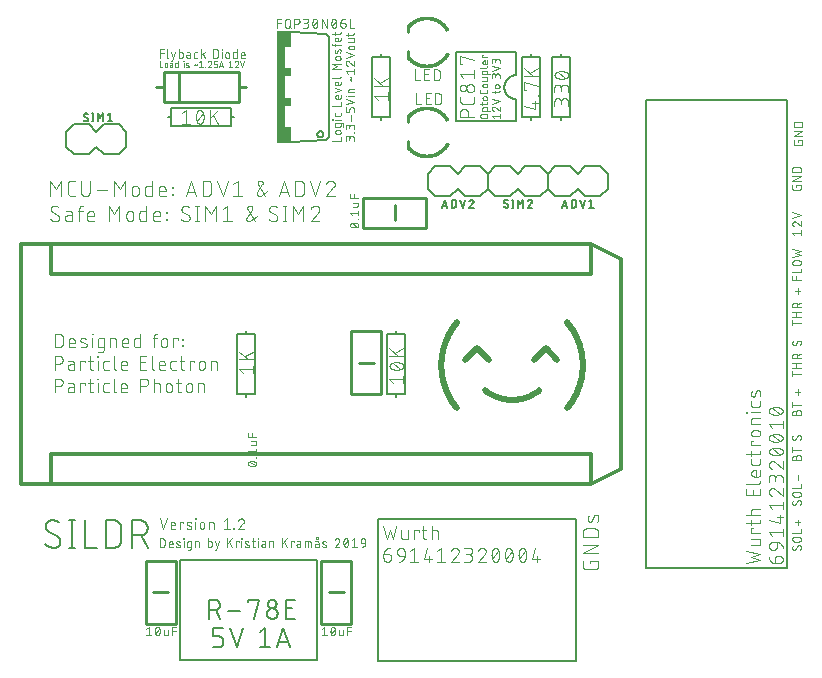
<source format=gbr>
G04 EAGLE Gerber RS-274X export*
G75*
%MOMM*%
%FSLAX34Y34*%
%LPD*%
%INSilkscreen Top*%
%IPPOS*%
%AMOC8*
5,1,8,0,0,1.08239X$1,22.5*%
G01*
%ADD10C,0.076200*%
%ADD11C,0.203200*%
%ADD12C,0.101600*%
%ADD13C,0.152400*%
%ADD14C,0.050800*%
%ADD15C,0.508000*%
%ADD16C,0.254000*%
%ADD17C,0.025400*%
%ADD18C,0.127000*%
%ADD19R,0.762000X9.500000*%
%ADD20R,0.508000X1.321000*%
%ADD21R,0.508000X0.762000*%
%ADD22C,0.304800*%


D10*
X657197Y442666D02*
X657197Y443893D01*
X661289Y443893D01*
X661289Y441438D01*
X661287Y441360D01*
X661282Y441282D01*
X661272Y441205D01*
X661259Y441128D01*
X661243Y441052D01*
X661223Y440977D01*
X661199Y440903D01*
X661172Y440830D01*
X661141Y440758D01*
X661107Y440688D01*
X661070Y440620D01*
X661029Y440553D01*
X660985Y440488D01*
X660939Y440426D01*
X660889Y440366D01*
X660837Y440308D01*
X660782Y440253D01*
X660724Y440201D01*
X660664Y440151D01*
X660602Y440105D01*
X660537Y440061D01*
X660471Y440020D01*
X660402Y439983D01*
X660332Y439949D01*
X660260Y439918D01*
X660187Y439891D01*
X660113Y439867D01*
X660038Y439847D01*
X659962Y439831D01*
X659885Y439818D01*
X659808Y439808D01*
X659730Y439803D01*
X659652Y439801D01*
X655560Y439801D01*
X655480Y439803D01*
X655400Y439809D01*
X655320Y439819D01*
X655241Y439832D01*
X655162Y439850D01*
X655085Y439871D01*
X655009Y439897D01*
X654934Y439926D01*
X654860Y439958D01*
X654788Y439994D01*
X654718Y440034D01*
X654651Y440077D01*
X654585Y440123D01*
X654522Y440173D01*
X654461Y440225D01*
X654402Y440280D01*
X654347Y440339D01*
X654295Y440399D01*
X654245Y440463D01*
X654199Y440528D01*
X654156Y440596D01*
X654116Y440666D01*
X654080Y440738D01*
X654048Y440812D01*
X654019Y440886D01*
X653994Y440963D01*
X653972Y441040D01*
X653954Y441119D01*
X653941Y441198D01*
X653931Y441277D01*
X653925Y441358D01*
X653923Y441438D01*
X653923Y443893D01*
X653923Y447604D02*
X661289Y447604D01*
X661289Y451696D02*
X653923Y447604D01*
X653923Y451696D02*
X661289Y451696D01*
X661289Y455407D02*
X653923Y455407D01*
X653923Y457453D01*
X653925Y457542D01*
X653931Y457631D01*
X653941Y457720D01*
X653954Y457808D01*
X653971Y457896D01*
X653993Y457983D01*
X654018Y458068D01*
X654046Y458153D01*
X654079Y458236D01*
X654115Y458318D01*
X654154Y458398D01*
X654197Y458476D01*
X654243Y458552D01*
X654293Y458627D01*
X654346Y458699D01*
X654402Y458768D01*
X654461Y458835D01*
X654522Y458900D01*
X654587Y458961D01*
X654654Y459020D01*
X654723Y459076D01*
X654795Y459129D01*
X654870Y459179D01*
X654946Y459225D01*
X655024Y459268D01*
X655104Y459307D01*
X655186Y459343D01*
X655269Y459376D01*
X655354Y459404D01*
X655439Y459429D01*
X655526Y459451D01*
X655614Y459468D01*
X655702Y459481D01*
X655791Y459491D01*
X655880Y459497D01*
X655969Y459499D01*
X659243Y459499D01*
X659332Y459497D01*
X659421Y459491D01*
X659510Y459481D01*
X659598Y459468D01*
X659686Y459451D01*
X659773Y459429D01*
X659858Y459404D01*
X659943Y459376D01*
X660026Y459343D01*
X660108Y459307D01*
X660188Y459268D01*
X660266Y459225D01*
X660342Y459179D01*
X660417Y459129D01*
X660489Y459076D01*
X660558Y459020D01*
X660625Y458961D01*
X660690Y458900D01*
X660751Y458835D01*
X660810Y458768D01*
X660866Y458699D01*
X660919Y458627D01*
X660969Y458552D01*
X661015Y458476D01*
X661058Y458398D01*
X661097Y458318D01*
X661133Y458236D01*
X661166Y458153D01*
X661194Y458068D01*
X661219Y457983D01*
X661241Y457896D01*
X661258Y457808D01*
X661271Y457720D01*
X661281Y457631D01*
X661287Y457542D01*
X661289Y457453D01*
X661289Y455407D01*
X660019Y289447D02*
X652653Y289447D01*
X652653Y287401D02*
X652653Y291493D01*
X652653Y294472D02*
X660019Y294472D01*
X655927Y294472D02*
X655927Y298565D01*
X652653Y298565D02*
X660019Y298565D01*
X660019Y302326D02*
X652653Y302326D01*
X652653Y304372D01*
X652655Y304461D01*
X652661Y304550D01*
X652671Y304639D01*
X652684Y304727D01*
X652701Y304815D01*
X652723Y304902D01*
X652748Y304987D01*
X652776Y305072D01*
X652809Y305155D01*
X652845Y305237D01*
X652884Y305317D01*
X652927Y305395D01*
X652973Y305471D01*
X653023Y305546D01*
X653076Y305618D01*
X653132Y305687D01*
X653191Y305754D01*
X653252Y305819D01*
X653317Y305880D01*
X653384Y305939D01*
X653453Y305995D01*
X653525Y306048D01*
X653600Y306098D01*
X653676Y306144D01*
X653754Y306187D01*
X653834Y306226D01*
X653916Y306262D01*
X653999Y306295D01*
X654084Y306323D01*
X654169Y306348D01*
X654256Y306370D01*
X654344Y306387D01*
X654432Y306400D01*
X654521Y306410D01*
X654610Y306416D01*
X654699Y306418D01*
X654788Y306416D01*
X654877Y306410D01*
X654966Y306400D01*
X655054Y306387D01*
X655142Y306370D01*
X655229Y306348D01*
X655314Y306323D01*
X655399Y306295D01*
X655482Y306262D01*
X655564Y306226D01*
X655644Y306187D01*
X655722Y306144D01*
X655798Y306098D01*
X655873Y306048D01*
X655945Y305995D01*
X656014Y305939D01*
X656081Y305880D01*
X656146Y305819D01*
X656207Y305754D01*
X656266Y305687D01*
X656322Y305618D01*
X656375Y305546D01*
X656425Y305471D01*
X656471Y305395D01*
X656514Y305317D01*
X656553Y305237D01*
X656589Y305155D01*
X656622Y305072D01*
X656650Y304987D01*
X656675Y304902D01*
X656697Y304815D01*
X656714Y304727D01*
X656727Y304639D01*
X656737Y304550D01*
X656743Y304461D01*
X656745Y304372D01*
X656745Y302326D01*
X656745Y304782D02*
X660019Y306419D01*
X657154Y313570D02*
X657154Y318481D01*
X654699Y316026D02*
X659610Y316026D01*
X660019Y325501D02*
X652653Y325501D01*
X652653Y328775D01*
X655927Y328775D02*
X655927Y325501D01*
X652653Y331841D02*
X660019Y331841D01*
X660019Y335115D01*
X657973Y337921D02*
X654699Y337921D01*
X654610Y337923D01*
X654521Y337929D01*
X654432Y337939D01*
X654344Y337952D01*
X654256Y337969D01*
X654169Y337991D01*
X654084Y338016D01*
X653999Y338044D01*
X653916Y338077D01*
X653834Y338113D01*
X653754Y338152D01*
X653676Y338195D01*
X653600Y338241D01*
X653525Y338291D01*
X653453Y338344D01*
X653384Y338400D01*
X653317Y338459D01*
X653252Y338520D01*
X653191Y338585D01*
X653132Y338652D01*
X653076Y338721D01*
X653023Y338793D01*
X652973Y338868D01*
X652927Y338944D01*
X652884Y339022D01*
X652845Y339102D01*
X652809Y339184D01*
X652776Y339267D01*
X652748Y339352D01*
X652723Y339437D01*
X652701Y339524D01*
X652684Y339612D01*
X652671Y339700D01*
X652661Y339789D01*
X652655Y339878D01*
X652653Y339967D01*
X652655Y340056D01*
X652661Y340145D01*
X652671Y340234D01*
X652684Y340322D01*
X652701Y340410D01*
X652723Y340497D01*
X652748Y340582D01*
X652776Y340667D01*
X652809Y340750D01*
X652845Y340832D01*
X652884Y340912D01*
X652927Y340990D01*
X652973Y341066D01*
X653023Y341141D01*
X653076Y341213D01*
X653132Y341282D01*
X653191Y341349D01*
X653252Y341414D01*
X653317Y341475D01*
X653384Y341534D01*
X653453Y341590D01*
X653525Y341643D01*
X653600Y341693D01*
X653676Y341739D01*
X653754Y341782D01*
X653834Y341821D01*
X653916Y341857D01*
X653999Y341890D01*
X654084Y341918D01*
X654169Y341943D01*
X654256Y341965D01*
X654344Y341982D01*
X654432Y341995D01*
X654521Y342005D01*
X654610Y342011D01*
X654699Y342013D01*
X657973Y342013D01*
X658062Y342011D01*
X658151Y342005D01*
X658240Y341995D01*
X658328Y341982D01*
X658416Y341965D01*
X658503Y341943D01*
X658588Y341918D01*
X658673Y341890D01*
X658756Y341857D01*
X658838Y341821D01*
X658918Y341782D01*
X658996Y341739D01*
X659072Y341693D01*
X659147Y341643D01*
X659219Y341590D01*
X659288Y341534D01*
X659355Y341475D01*
X659420Y341414D01*
X659481Y341349D01*
X659540Y341282D01*
X659596Y341213D01*
X659649Y341141D01*
X659699Y341066D01*
X659745Y340990D01*
X659788Y340912D01*
X659827Y340832D01*
X659863Y340750D01*
X659896Y340667D01*
X659924Y340582D01*
X659949Y340497D01*
X659971Y340410D01*
X659988Y340322D01*
X660001Y340234D01*
X660011Y340145D01*
X660017Y340056D01*
X660019Y339967D01*
X660017Y339878D01*
X660011Y339789D01*
X660001Y339700D01*
X659988Y339612D01*
X659971Y339524D01*
X659949Y339437D01*
X659924Y339352D01*
X659896Y339267D01*
X659863Y339184D01*
X659827Y339102D01*
X659788Y339022D01*
X659745Y338944D01*
X659699Y338868D01*
X659649Y338793D01*
X659596Y338721D01*
X659540Y338652D01*
X659481Y338585D01*
X659420Y338520D01*
X659355Y338459D01*
X659288Y338400D01*
X659219Y338344D01*
X659147Y338291D01*
X659072Y338241D01*
X658996Y338195D01*
X658918Y338152D01*
X658838Y338113D01*
X658756Y338077D01*
X658673Y338044D01*
X658588Y338016D01*
X658503Y337991D01*
X658416Y337969D01*
X658328Y337952D01*
X658240Y337939D01*
X658151Y337929D01*
X658062Y337923D01*
X657973Y337921D01*
X652653Y344984D02*
X660019Y346621D01*
X655108Y348258D01*
X660019Y349895D01*
X652653Y351532D01*
X652653Y246267D02*
X660019Y246267D01*
X652653Y244221D02*
X652653Y248313D01*
X652653Y251292D02*
X660019Y251292D01*
X655927Y251292D02*
X655927Y255385D01*
X652653Y255385D02*
X660019Y255385D01*
X660019Y259146D02*
X652653Y259146D01*
X652653Y261192D01*
X652655Y261281D01*
X652661Y261370D01*
X652671Y261459D01*
X652684Y261547D01*
X652701Y261635D01*
X652723Y261722D01*
X652748Y261807D01*
X652776Y261892D01*
X652809Y261975D01*
X652845Y262057D01*
X652884Y262137D01*
X652927Y262215D01*
X652973Y262291D01*
X653023Y262366D01*
X653076Y262438D01*
X653132Y262507D01*
X653191Y262574D01*
X653252Y262639D01*
X653317Y262700D01*
X653384Y262759D01*
X653453Y262815D01*
X653525Y262868D01*
X653600Y262918D01*
X653676Y262964D01*
X653754Y263007D01*
X653834Y263046D01*
X653916Y263082D01*
X653999Y263115D01*
X654084Y263143D01*
X654169Y263168D01*
X654256Y263190D01*
X654344Y263207D01*
X654432Y263220D01*
X654521Y263230D01*
X654610Y263236D01*
X654699Y263238D01*
X654788Y263236D01*
X654877Y263230D01*
X654966Y263220D01*
X655054Y263207D01*
X655142Y263190D01*
X655229Y263168D01*
X655314Y263143D01*
X655399Y263115D01*
X655482Y263082D01*
X655564Y263046D01*
X655644Y263007D01*
X655722Y262964D01*
X655798Y262918D01*
X655873Y262868D01*
X655945Y262815D01*
X656014Y262759D01*
X656081Y262700D01*
X656146Y262639D01*
X656207Y262574D01*
X656266Y262507D01*
X656322Y262438D01*
X656375Y262366D01*
X656425Y262291D01*
X656471Y262215D01*
X656514Y262137D01*
X656553Y262057D01*
X656589Y261975D01*
X656622Y261892D01*
X656650Y261807D01*
X656675Y261722D01*
X656697Y261635D01*
X656714Y261547D01*
X656727Y261459D01*
X656737Y261370D01*
X656743Y261281D01*
X656745Y261192D01*
X656745Y259146D01*
X656745Y261602D02*
X660019Y263239D01*
X660019Y272523D02*
X660017Y272601D01*
X660012Y272679D01*
X660002Y272756D01*
X659989Y272833D01*
X659973Y272909D01*
X659953Y272984D01*
X659929Y273058D01*
X659902Y273131D01*
X659871Y273203D01*
X659837Y273273D01*
X659800Y273342D01*
X659759Y273408D01*
X659715Y273473D01*
X659669Y273535D01*
X659619Y273595D01*
X659567Y273653D01*
X659512Y273708D01*
X659454Y273760D01*
X659394Y273810D01*
X659332Y273856D01*
X659267Y273900D01*
X659201Y273941D01*
X659132Y273978D01*
X659062Y274012D01*
X658990Y274043D01*
X658917Y274070D01*
X658843Y274094D01*
X658768Y274114D01*
X658692Y274130D01*
X658615Y274143D01*
X658538Y274153D01*
X658460Y274158D01*
X658382Y274160D01*
X660019Y272523D02*
X660017Y272409D01*
X660012Y272296D01*
X660002Y272182D01*
X659989Y272069D01*
X659972Y271957D01*
X659952Y271845D01*
X659928Y271734D01*
X659900Y271623D01*
X659869Y271514D01*
X659834Y271406D01*
X659795Y271299D01*
X659753Y271193D01*
X659708Y271089D01*
X659659Y270986D01*
X659606Y270885D01*
X659551Y270786D01*
X659492Y270688D01*
X659430Y270593D01*
X659365Y270500D01*
X659297Y270408D01*
X659226Y270320D01*
X659152Y270233D01*
X659075Y270149D01*
X658996Y270068D01*
X654290Y270273D02*
X654212Y270275D01*
X654134Y270280D01*
X654057Y270290D01*
X653980Y270303D01*
X653904Y270319D01*
X653829Y270339D01*
X653755Y270363D01*
X653682Y270390D01*
X653610Y270421D01*
X653540Y270455D01*
X653472Y270492D01*
X653405Y270533D01*
X653340Y270577D01*
X653278Y270623D01*
X653218Y270673D01*
X653160Y270725D01*
X653105Y270780D01*
X653053Y270838D01*
X653003Y270898D01*
X652957Y270960D01*
X652913Y271025D01*
X652872Y271092D01*
X652835Y271160D01*
X652801Y271230D01*
X652770Y271302D01*
X652743Y271375D01*
X652719Y271449D01*
X652699Y271524D01*
X652683Y271600D01*
X652670Y271677D01*
X652660Y271754D01*
X652655Y271832D01*
X652653Y271910D01*
X652655Y272020D01*
X652661Y272129D01*
X652671Y272239D01*
X652684Y272347D01*
X652702Y272456D01*
X652723Y272563D01*
X652749Y272670D01*
X652778Y272776D01*
X652810Y272881D01*
X652847Y272984D01*
X652887Y273086D01*
X652931Y273187D01*
X652979Y273286D01*
X653029Y273383D01*
X653084Y273478D01*
X653142Y273571D01*
X653203Y273662D01*
X653267Y273751D01*
X655722Y271091D02*
X655680Y271025D01*
X655636Y270960D01*
X655588Y270898D01*
X655538Y270838D01*
X655485Y270780D01*
X655429Y270725D01*
X655371Y270672D01*
X655310Y270623D01*
X655247Y270576D01*
X655182Y270532D01*
X655115Y270492D01*
X655046Y270455D01*
X654975Y270421D01*
X654903Y270390D01*
X654829Y270363D01*
X654754Y270339D01*
X654679Y270319D01*
X654602Y270303D01*
X654525Y270290D01*
X654447Y270280D01*
X654368Y270275D01*
X654290Y270273D01*
X656949Y273342D02*
X656991Y273409D01*
X657035Y273474D01*
X657083Y273536D01*
X657133Y273596D01*
X657186Y273654D01*
X657242Y273709D01*
X657301Y273761D01*
X657361Y273811D01*
X657425Y273858D01*
X657490Y273901D01*
X657557Y273942D01*
X657626Y273979D01*
X657697Y274013D01*
X657769Y274044D01*
X657843Y274071D01*
X657917Y274095D01*
X657993Y274115D01*
X658070Y274131D01*
X658147Y274144D01*
X658225Y274154D01*
X658304Y274159D01*
X658382Y274161D01*
X656950Y273342D02*
X655722Y271091D01*
X654290Y363601D02*
X652653Y365647D01*
X660019Y365647D01*
X660019Y363601D02*
X660019Y367693D01*
X654495Y375009D02*
X654410Y375007D01*
X654325Y375001D01*
X654241Y374991D01*
X654157Y374978D01*
X654073Y374960D01*
X653991Y374939D01*
X653910Y374914D01*
X653830Y374885D01*
X653751Y374852D01*
X653674Y374816D01*
X653599Y374776D01*
X653525Y374733D01*
X653454Y374687D01*
X653385Y374637D01*
X653318Y374584D01*
X653254Y374528D01*
X653193Y374469D01*
X653134Y374408D01*
X653078Y374344D01*
X653025Y374277D01*
X652975Y374208D01*
X652929Y374137D01*
X652886Y374063D01*
X652846Y373988D01*
X652810Y373911D01*
X652777Y373832D01*
X652748Y373752D01*
X652723Y373671D01*
X652702Y373589D01*
X652684Y373505D01*
X652671Y373421D01*
X652661Y373337D01*
X652655Y373252D01*
X652653Y373167D01*
X652655Y373071D01*
X652661Y372975D01*
X652671Y372880D01*
X652684Y372785D01*
X652702Y372690D01*
X652723Y372597D01*
X652748Y372504D01*
X652777Y372413D01*
X652809Y372322D01*
X652845Y372233D01*
X652885Y372146D01*
X652928Y372060D01*
X652974Y371976D01*
X653024Y371894D01*
X653078Y371814D01*
X653134Y371737D01*
X653194Y371662D01*
X653256Y371589D01*
X653322Y371519D01*
X653390Y371451D01*
X653461Y371386D01*
X653534Y371325D01*
X653610Y371266D01*
X653689Y371210D01*
X653769Y371158D01*
X653852Y371109D01*
X653936Y371063D01*
X654022Y371021D01*
X654110Y370983D01*
X654199Y370948D01*
X654290Y370916D01*
X655927Y374395D02*
X655868Y374455D01*
X655806Y374512D01*
X655742Y374567D01*
X655675Y374618D01*
X655606Y374667D01*
X655536Y374713D01*
X655463Y374756D01*
X655389Y374796D01*
X655313Y374832D01*
X655235Y374865D01*
X655156Y374895D01*
X655076Y374922D01*
X654995Y374945D01*
X654913Y374964D01*
X654831Y374980D01*
X654747Y374993D01*
X654663Y375002D01*
X654579Y375007D01*
X654495Y375009D01*
X655927Y374395D02*
X660019Y370916D01*
X660019Y375008D01*
X660019Y380278D02*
X652653Y377822D01*
X652653Y382733D02*
X660019Y380278D01*
X658382Y100993D02*
X658460Y100991D01*
X658538Y100986D01*
X658615Y100976D01*
X658692Y100963D01*
X658768Y100947D01*
X658843Y100927D01*
X658917Y100903D01*
X658990Y100876D01*
X659062Y100845D01*
X659132Y100811D01*
X659201Y100774D01*
X659267Y100733D01*
X659332Y100689D01*
X659394Y100643D01*
X659454Y100593D01*
X659512Y100541D01*
X659567Y100486D01*
X659619Y100428D01*
X659669Y100368D01*
X659715Y100306D01*
X659759Y100241D01*
X659800Y100175D01*
X659837Y100106D01*
X659871Y100036D01*
X659902Y99964D01*
X659929Y99891D01*
X659953Y99817D01*
X659973Y99742D01*
X659989Y99666D01*
X660002Y99589D01*
X660012Y99512D01*
X660017Y99434D01*
X660019Y99356D01*
X660017Y99242D01*
X660012Y99129D01*
X660002Y99015D01*
X659989Y98902D01*
X659972Y98790D01*
X659952Y98678D01*
X659928Y98567D01*
X659900Y98456D01*
X659869Y98347D01*
X659834Y98239D01*
X659795Y98132D01*
X659753Y98026D01*
X659708Y97922D01*
X659659Y97819D01*
X659606Y97718D01*
X659551Y97619D01*
X659492Y97521D01*
X659430Y97426D01*
X659365Y97333D01*
X659297Y97241D01*
X659226Y97153D01*
X659152Y97066D01*
X659075Y96982D01*
X658996Y96901D01*
X654290Y97106D02*
X654212Y97108D01*
X654134Y97113D01*
X654057Y97123D01*
X653980Y97136D01*
X653904Y97152D01*
X653829Y97172D01*
X653755Y97196D01*
X653682Y97223D01*
X653610Y97254D01*
X653540Y97288D01*
X653472Y97325D01*
X653405Y97366D01*
X653340Y97410D01*
X653278Y97456D01*
X653218Y97506D01*
X653160Y97558D01*
X653105Y97613D01*
X653053Y97671D01*
X653003Y97731D01*
X652957Y97793D01*
X652913Y97858D01*
X652872Y97925D01*
X652835Y97993D01*
X652801Y98063D01*
X652770Y98135D01*
X652743Y98208D01*
X652719Y98282D01*
X652699Y98357D01*
X652683Y98433D01*
X652670Y98510D01*
X652660Y98587D01*
X652655Y98665D01*
X652653Y98743D01*
X652655Y98853D01*
X652661Y98962D01*
X652671Y99072D01*
X652684Y99180D01*
X652702Y99289D01*
X652723Y99396D01*
X652749Y99503D01*
X652778Y99609D01*
X652810Y99714D01*
X652847Y99817D01*
X652887Y99919D01*
X652931Y100020D01*
X652979Y100119D01*
X653029Y100216D01*
X653084Y100311D01*
X653142Y100404D01*
X653203Y100495D01*
X653267Y100584D01*
X655722Y97924D02*
X655680Y97858D01*
X655636Y97793D01*
X655588Y97731D01*
X655538Y97671D01*
X655485Y97613D01*
X655429Y97558D01*
X655371Y97505D01*
X655310Y97456D01*
X655247Y97409D01*
X655182Y97365D01*
X655115Y97325D01*
X655046Y97288D01*
X654975Y97254D01*
X654903Y97223D01*
X654829Y97196D01*
X654754Y97172D01*
X654679Y97152D01*
X654602Y97136D01*
X654525Y97123D01*
X654447Y97113D01*
X654368Y97108D01*
X654290Y97106D01*
X656949Y100175D02*
X656991Y100242D01*
X657035Y100307D01*
X657083Y100369D01*
X657133Y100429D01*
X657186Y100487D01*
X657242Y100542D01*
X657301Y100594D01*
X657361Y100644D01*
X657425Y100691D01*
X657490Y100734D01*
X657557Y100775D01*
X657626Y100812D01*
X657697Y100846D01*
X657769Y100877D01*
X657843Y100904D01*
X657917Y100928D01*
X657993Y100948D01*
X658070Y100964D01*
X658147Y100977D01*
X658225Y100987D01*
X658304Y100992D01*
X658382Y100994D01*
X656950Y100175D02*
X655722Y97924D01*
X654699Y103972D02*
X657973Y103972D01*
X654699Y103972D02*
X654610Y103974D01*
X654521Y103980D01*
X654432Y103990D01*
X654344Y104003D01*
X654256Y104020D01*
X654169Y104042D01*
X654084Y104067D01*
X653999Y104095D01*
X653916Y104128D01*
X653834Y104164D01*
X653754Y104203D01*
X653676Y104246D01*
X653600Y104292D01*
X653525Y104342D01*
X653453Y104395D01*
X653384Y104451D01*
X653317Y104510D01*
X653252Y104571D01*
X653191Y104636D01*
X653132Y104703D01*
X653076Y104772D01*
X653023Y104844D01*
X652973Y104919D01*
X652927Y104995D01*
X652884Y105073D01*
X652845Y105153D01*
X652809Y105235D01*
X652776Y105318D01*
X652748Y105403D01*
X652723Y105488D01*
X652701Y105575D01*
X652684Y105663D01*
X652671Y105751D01*
X652661Y105840D01*
X652655Y105929D01*
X652653Y106018D01*
X652655Y106107D01*
X652661Y106196D01*
X652671Y106285D01*
X652684Y106373D01*
X652701Y106461D01*
X652723Y106548D01*
X652748Y106633D01*
X652776Y106718D01*
X652809Y106801D01*
X652845Y106883D01*
X652884Y106963D01*
X652927Y107041D01*
X652973Y107117D01*
X653023Y107192D01*
X653076Y107264D01*
X653132Y107333D01*
X653191Y107400D01*
X653252Y107465D01*
X653317Y107526D01*
X653384Y107585D01*
X653453Y107641D01*
X653525Y107694D01*
X653600Y107744D01*
X653676Y107790D01*
X653754Y107833D01*
X653834Y107872D01*
X653916Y107908D01*
X653999Y107941D01*
X654084Y107969D01*
X654169Y107994D01*
X654256Y108016D01*
X654344Y108033D01*
X654432Y108046D01*
X654521Y108056D01*
X654610Y108062D01*
X654699Y108064D01*
X654699Y108065D02*
X657973Y108065D01*
X657973Y108064D02*
X658062Y108062D01*
X658151Y108056D01*
X658240Y108046D01*
X658328Y108033D01*
X658416Y108016D01*
X658503Y107994D01*
X658588Y107969D01*
X658673Y107941D01*
X658756Y107908D01*
X658838Y107872D01*
X658918Y107833D01*
X658996Y107790D01*
X659072Y107744D01*
X659147Y107694D01*
X659219Y107641D01*
X659288Y107585D01*
X659355Y107526D01*
X659420Y107465D01*
X659481Y107400D01*
X659540Y107333D01*
X659596Y107264D01*
X659649Y107192D01*
X659699Y107117D01*
X659745Y107041D01*
X659788Y106963D01*
X659827Y106883D01*
X659863Y106801D01*
X659896Y106718D01*
X659924Y106633D01*
X659949Y106548D01*
X659971Y106461D01*
X659988Y106373D01*
X660001Y106285D01*
X660011Y106196D01*
X660017Y106107D01*
X660019Y106018D01*
X660017Y105929D01*
X660011Y105840D01*
X660001Y105751D01*
X659988Y105663D01*
X659971Y105575D01*
X659949Y105488D01*
X659924Y105403D01*
X659896Y105318D01*
X659863Y105235D01*
X659827Y105153D01*
X659788Y105073D01*
X659745Y104995D01*
X659699Y104919D01*
X659649Y104844D01*
X659596Y104772D01*
X659540Y104703D01*
X659481Y104636D01*
X659420Y104571D01*
X659355Y104510D01*
X659288Y104451D01*
X659219Y104395D01*
X659147Y104342D01*
X659072Y104292D01*
X658996Y104246D01*
X658918Y104203D01*
X658838Y104164D01*
X658756Y104128D01*
X658673Y104095D01*
X658588Y104067D01*
X658503Y104042D01*
X658416Y104020D01*
X658328Y104003D01*
X658240Y103990D01*
X658151Y103980D01*
X658062Y103974D01*
X657973Y103972D01*
X660019Y111547D02*
X652653Y111547D01*
X660019Y111547D02*
X660019Y114821D01*
X657154Y117706D02*
X657154Y122617D01*
X654699Y120161D02*
X659610Y120161D01*
X655927Y173101D02*
X655927Y175147D01*
X655929Y175236D01*
X655935Y175325D01*
X655945Y175414D01*
X655958Y175502D01*
X655975Y175590D01*
X655997Y175677D01*
X656022Y175762D01*
X656050Y175847D01*
X656083Y175930D01*
X656119Y176012D01*
X656158Y176092D01*
X656201Y176170D01*
X656247Y176246D01*
X656297Y176321D01*
X656350Y176393D01*
X656406Y176462D01*
X656465Y176529D01*
X656526Y176594D01*
X656591Y176655D01*
X656658Y176714D01*
X656727Y176770D01*
X656799Y176823D01*
X656874Y176873D01*
X656950Y176919D01*
X657028Y176962D01*
X657108Y177001D01*
X657190Y177037D01*
X657273Y177070D01*
X657358Y177098D01*
X657443Y177123D01*
X657530Y177145D01*
X657618Y177162D01*
X657706Y177175D01*
X657795Y177185D01*
X657884Y177191D01*
X657973Y177193D01*
X658062Y177191D01*
X658151Y177185D01*
X658240Y177175D01*
X658328Y177162D01*
X658416Y177145D01*
X658503Y177123D01*
X658588Y177098D01*
X658673Y177070D01*
X658756Y177037D01*
X658838Y177001D01*
X658918Y176962D01*
X658996Y176919D01*
X659072Y176873D01*
X659147Y176823D01*
X659219Y176770D01*
X659288Y176714D01*
X659355Y176655D01*
X659420Y176594D01*
X659481Y176529D01*
X659540Y176462D01*
X659596Y176393D01*
X659649Y176321D01*
X659699Y176246D01*
X659745Y176170D01*
X659788Y176092D01*
X659827Y176012D01*
X659863Y175930D01*
X659896Y175847D01*
X659924Y175762D01*
X659949Y175677D01*
X659971Y175590D01*
X659988Y175502D01*
X660001Y175414D01*
X660011Y175325D01*
X660017Y175236D01*
X660019Y175147D01*
X660019Y173101D01*
X652653Y173101D01*
X652653Y175147D01*
X652655Y175226D01*
X652661Y175305D01*
X652670Y175384D01*
X652683Y175462D01*
X652701Y175539D01*
X652721Y175615D01*
X652746Y175690D01*
X652774Y175764D01*
X652805Y175837D01*
X652841Y175908D01*
X652879Y175977D01*
X652921Y176044D01*
X652966Y176109D01*
X653014Y176172D01*
X653065Y176233D01*
X653119Y176290D01*
X653175Y176346D01*
X653234Y176398D01*
X653296Y176448D01*
X653360Y176494D01*
X653426Y176538D01*
X653494Y176578D01*
X653564Y176614D01*
X653636Y176648D01*
X653710Y176678D01*
X653784Y176704D01*
X653860Y176727D01*
X653937Y176745D01*
X654014Y176761D01*
X654093Y176772D01*
X654171Y176780D01*
X654250Y176784D01*
X654330Y176784D01*
X654409Y176780D01*
X654487Y176772D01*
X654566Y176761D01*
X654643Y176745D01*
X654720Y176727D01*
X654796Y176704D01*
X654870Y176678D01*
X654944Y176648D01*
X655016Y176614D01*
X655086Y176578D01*
X655154Y176538D01*
X655220Y176494D01*
X655284Y176448D01*
X655346Y176398D01*
X655405Y176346D01*
X655461Y176290D01*
X655515Y176233D01*
X655566Y176172D01*
X655614Y176109D01*
X655659Y176044D01*
X655701Y175977D01*
X655739Y175908D01*
X655775Y175837D01*
X655806Y175764D01*
X655834Y175690D01*
X655859Y175615D01*
X655879Y175539D01*
X655897Y175462D01*
X655910Y175384D01*
X655919Y175305D01*
X655925Y175226D01*
X655927Y175147D01*
X652653Y181613D02*
X660019Y181613D01*
X652653Y179567D02*
X652653Y183659D01*
X660019Y192507D02*
X660017Y192585D01*
X660012Y192663D01*
X660002Y192740D01*
X659989Y192817D01*
X659973Y192893D01*
X659953Y192968D01*
X659929Y193042D01*
X659902Y193115D01*
X659871Y193187D01*
X659837Y193257D01*
X659800Y193326D01*
X659759Y193392D01*
X659715Y193457D01*
X659669Y193519D01*
X659619Y193579D01*
X659567Y193637D01*
X659512Y193692D01*
X659454Y193744D01*
X659394Y193794D01*
X659332Y193840D01*
X659267Y193884D01*
X659201Y193925D01*
X659132Y193962D01*
X659062Y193996D01*
X658990Y194027D01*
X658917Y194054D01*
X658843Y194078D01*
X658768Y194098D01*
X658692Y194114D01*
X658615Y194127D01*
X658538Y194137D01*
X658460Y194142D01*
X658382Y194144D01*
X660019Y192507D02*
X660017Y192393D01*
X660012Y192280D01*
X660002Y192166D01*
X659989Y192053D01*
X659972Y191941D01*
X659952Y191829D01*
X659928Y191718D01*
X659900Y191607D01*
X659869Y191498D01*
X659834Y191390D01*
X659795Y191283D01*
X659753Y191177D01*
X659708Y191073D01*
X659659Y190970D01*
X659606Y190869D01*
X659551Y190770D01*
X659492Y190672D01*
X659430Y190577D01*
X659365Y190484D01*
X659297Y190392D01*
X659226Y190304D01*
X659152Y190217D01*
X659075Y190133D01*
X658996Y190052D01*
X654290Y190257D02*
X654212Y190259D01*
X654134Y190264D01*
X654057Y190274D01*
X653980Y190287D01*
X653904Y190303D01*
X653829Y190323D01*
X653755Y190347D01*
X653682Y190374D01*
X653610Y190405D01*
X653540Y190439D01*
X653472Y190476D01*
X653405Y190517D01*
X653340Y190561D01*
X653278Y190607D01*
X653218Y190657D01*
X653160Y190709D01*
X653105Y190764D01*
X653053Y190822D01*
X653003Y190882D01*
X652957Y190944D01*
X652913Y191009D01*
X652872Y191076D01*
X652835Y191144D01*
X652801Y191214D01*
X652770Y191286D01*
X652743Y191359D01*
X652719Y191433D01*
X652699Y191508D01*
X652683Y191584D01*
X652670Y191661D01*
X652660Y191738D01*
X652655Y191816D01*
X652653Y191894D01*
X652655Y192004D01*
X652661Y192113D01*
X652671Y192223D01*
X652684Y192331D01*
X652702Y192440D01*
X652723Y192547D01*
X652749Y192654D01*
X652778Y192760D01*
X652810Y192865D01*
X652847Y192968D01*
X652887Y193070D01*
X652931Y193171D01*
X652979Y193270D01*
X653029Y193367D01*
X653084Y193462D01*
X653142Y193555D01*
X653203Y193646D01*
X653267Y193735D01*
X655722Y191075D02*
X655680Y191009D01*
X655636Y190944D01*
X655588Y190882D01*
X655538Y190822D01*
X655485Y190764D01*
X655429Y190709D01*
X655371Y190656D01*
X655310Y190607D01*
X655247Y190560D01*
X655182Y190516D01*
X655115Y190476D01*
X655046Y190439D01*
X654975Y190405D01*
X654903Y190374D01*
X654829Y190347D01*
X654754Y190323D01*
X654679Y190303D01*
X654602Y190287D01*
X654525Y190274D01*
X654447Y190264D01*
X654368Y190259D01*
X654290Y190257D01*
X656949Y193326D02*
X656991Y193393D01*
X657035Y193458D01*
X657083Y193520D01*
X657133Y193580D01*
X657186Y193638D01*
X657242Y193693D01*
X657301Y193745D01*
X657361Y193795D01*
X657425Y193842D01*
X657490Y193885D01*
X657557Y193926D01*
X657626Y193963D01*
X657697Y193997D01*
X657769Y194028D01*
X657843Y194055D01*
X657917Y194079D01*
X657993Y194099D01*
X658070Y194115D01*
X658147Y194128D01*
X658225Y194138D01*
X658304Y194143D01*
X658382Y194145D01*
X656950Y193326D02*
X655722Y191075D01*
X655927Y404566D02*
X655927Y405793D01*
X660019Y405793D01*
X660019Y403338D01*
X660017Y403260D01*
X660012Y403182D01*
X660002Y403105D01*
X659989Y403028D01*
X659973Y402952D01*
X659953Y402877D01*
X659929Y402803D01*
X659902Y402730D01*
X659871Y402658D01*
X659837Y402588D01*
X659800Y402520D01*
X659759Y402453D01*
X659715Y402388D01*
X659669Y402326D01*
X659619Y402266D01*
X659567Y402208D01*
X659512Y402153D01*
X659454Y402101D01*
X659394Y402051D01*
X659332Y402005D01*
X659267Y401961D01*
X659201Y401920D01*
X659132Y401883D01*
X659062Y401849D01*
X658990Y401818D01*
X658917Y401791D01*
X658843Y401767D01*
X658768Y401747D01*
X658692Y401731D01*
X658615Y401718D01*
X658538Y401708D01*
X658460Y401703D01*
X658382Y401701D01*
X654290Y401701D01*
X654210Y401703D01*
X654130Y401709D01*
X654050Y401719D01*
X653971Y401732D01*
X653892Y401750D01*
X653815Y401771D01*
X653739Y401797D01*
X653664Y401826D01*
X653590Y401858D01*
X653518Y401894D01*
X653448Y401934D01*
X653381Y401977D01*
X653315Y402023D01*
X653252Y402073D01*
X653191Y402125D01*
X653132Y402180D01*
X653077Y402239D01*
X653025Y402299D01*
X652975Y402363D01*
X652929Y402428D01*
X652886Y402496D01*
X652846Y402566D01*
X652810Y402638D01*
X652778Y402712D01*
X652749Y402786D01*
X652724Y402863D01*
X652702Y402940D01*
X652684Y403019D01*
X652671Y403098D01*
X652661Y403177D01*
X652655Y403258D01*
X652653Y403338D01*
X652653Y405793D01*
X652653Y409504D02*
X660019Y409504D01*
X660019Y413596D02*
X652653Y409504D01*
X652653Y413596D02*
X660019Y413596D01*
X660019Y417307D02*
X652653Y417307D01*
X652653Y419353D01*
X652655Y419442D01*
X652661Y419531D01*
X652671Y419620D01*
X652684Y419708D01*
X652701Y419796D01*
X652723Y419883D01*
X652748Y419968D01*
X652776Y420053D01*
X652809Y420136D01*
X652845Y420218D01*
X652884Y420298D01*
X652927Y420376D01*
X652973Y420452D01*
X653023Y420527D01*
X653076Y420599D01*
X653132Y420668D01*
X653191Y420735D01*
X653252Y420800D01*
X653317Y420861D01*
X653384Y420920D01*
X653453Y420976D01*
X653525Y421029D01*
X653600Y421079D01*
X653676Y421125D01*
X653754Y421168D01*
X653834Y421207D01*
X653916Y421243D01*
X653999Y421276D01*
X654084Y421304D01*
X654169Y421329D01*
X654256Y421351D01*
X654344Y421368D01*
X654432Y421381D01*
X654521Y421391D01*
X654610Y421397D01*
X654699Y421399D01*
X657973Y421399D01*
X658062Y421397D01*
X658151Y421391D01*
X658240Y421381D01*
X658328Y421368D01*
X658416Y421351D01*
X658503Y421329D01*
X658588Y421304D01*
X658673Y421276D01*
X658756Y421243D01*
X658838Y421207D01*
X658918Y421168D01*
X658996Y421125D01*
X659072Y421079D01*
X659147Y421029D01*
X659219Y420976D01*
X659288Y420920D01*
X659355Y420861D01*
X659420Y420800D01*
X659481Y420735D01*
X659540Y420668D01*
X659596Y420599D01*
X659649Y420527D01*
X659699Y420452D01*
X659745Y420376D01*
X659788Y420298D01*
X659827Y420218D01*
X659863Y420136D01*
X659896Y420053D01*
X659924Y419968D01*
X659949Y419883D01*
X659971Y419796D01*
X659988Y419708D01*
X660001Y419620D01*
X660011Y419531D01*
X660017Y419442D01*
X660019Y419353D01*
X660019Y417307D01*
X655927Y213247D02*
X655927Y211201D01*
X655927Y213247D02*
X655929Y213336D01*
X655935Y213425D01*
X655945Y213514D01*
X655958Y213602D01*
X655975Y213690D01*
X655997Y213777D01*
X656022Y213862D01*
X656050Y213947D01*
X656083Y214030D01*
X656119Y214112D01*
X656158Y214192D01*
X656201Y214270D01*
X656247Y214346D01*
X656297Y214421D01*
X656350Y214493D01*
X656406Y214562D01*
X656465Y214629D01*
X656526Y214694D01*
X656591Y214755D01*
X656658Y214814D01*
X656727Y214870D01*
X656799Y214923D01*
X656874Y214973D01*
X656950Y215019D01*
X657028Y215062D01*
X657108Y215101D01*
X657190Y215137D01*
X657273Y215170D01*
X657358Y215198D01*
X657443Y215223D01*
X657530Y215245D01*
X657618Y215262D01*
X657706Y215275D01*
X657795Y215285D01*
X657884Y215291D01*
X657973Y215293D01*
X658062Y215291D01*
X658151Y215285D01*
X658240Y215275D01*
X658328Y215262D01*
X658416Y215245D01*
X658503Y215223D01*
X658588Y215198D01*
X658673Y215170D01*
X658756Y215137D01*
X658838Y215101D01*
X658918Y215062D01*
X658996Y215019D01*
X659072Y214973D01*
X659147Y214923D01*
X659219Y214870D01*
X659288Y214814D01*
X659355Y214755D01*
X659420Y214694D01*
X659481Y214629D01*
X659540Y214562D01*
X659596Y214493D01*
X659649Y214421D01*
X659699Y214346D01*
X659745Y214270D01*
X659788Y214192D01*
X659827Y214112D01*
X659863Y214030D01*
X659896Y213947D01*
X659924Y213862D01*
X659949Y213777D01*
X659971Y213690D01*
X659988Y213602D01*
X660001Y213514D01*
X660011Y213425D01*
X660017Y213336D01*
X660019Y213247D01*
X660019Y211201D01*
X652653Y211201D01*
X652653Y213247D01*
X652655Y213326D01*
X652661Y213405D01*
X652670Y213484D01*
X652683Y213562D01*
X652701Y213639D01*
X652721Y213715D01*
X652746Y213790D01*
X652774Y213864D01*
X652805Y213937D01*
X652841Y214008D01*
X652879Y214077D01*
X652921Y214144D01*
X652966Y214209D01*
X653014Y214272D01*
X653065Y214333D01*
X653119Y214390D01*
X653175Y214446D01*
X653234Y214498D01*
X653296Y214548D01*
X653360Y214594D01*
X653426Y214638D01*
X653494Y214678D01*
X653564Y214714D01*
X653636Y214748D01*
X653710Y214778D01*
X653784Y214804D01*
X653860Y214827D01*
X653937Y214845D01*
X654014Y214861D01*
X654093Y214872D01*
X654171Y214880D01*
X654250Y214884D01*
X654330Y214884D01*
X654409Y214880D01*
X654487Y214872D01*
X654566Y214861D01*
X654643Y214845D01*
X654720Y214827D01*
X654796Y214804D01*
X654870Y214778D01*
X654944Y214748D01*
X655016Y214714D01*
X655086Y214678D01*
X655154Y214638D01*
X655220Y214594D01*
X655284Y214548D01*
X655346Y214498D01*
X655405Y214446D01*
X655461Y214390D01*
X655515Y214333D01*
X655566Y214272D01*
X655614Y214209D01*
X655659Y214144D01*
X655701Y214077D01*
X655739Y214008D01*
X655775Y213937D01*
X655806Y213864D01*
X655834Y213790D01*
X655859Y213715D01*
X655879Y213639D01*
X655897Y213562D01*
X655910Y213484D01*
X655919Y213405D01*
X655925Y213326D01*
X655927Y213247D01*
X652653Y219713D02*
X660019Y219713D01*
X652653Y217667D02*
X652653Y221759D01*
X657154Y228474D02*
X657154Y233385D01*
X654699Y230930D02*
X659610Y230930D01*
X658382Y139093D02*
X658460Y139091D01*
X658538Y139086D01*
X658615Y139076D01*
X658692Y139063D01*
X658768Y139047D01*
X658843Y139027D01*
X658917Y139003D01*
X658990Y138976D01*
X659062Y138945D01*
X659132Y138911D01*
X659201Y138874D01*
X659267Y138833D01*
X659332Y138789D01*
X659394Y138743D01*
X659454Y138693D01*
X659512Y138641D01*
X659567Y138586D01*
X659619Y138528D01*
X659669Y138468D01*
X659715Y138406D01*
X659759Y138341D01*
X659800Y138275D01*
X659837Y138206D01*
X659871Y138136D01*
X659902Y138064D01*
X659929Y137991D01*
X659953Y137917D01*
X659973Y137842D01*
X659989Y137766D01*
X660002Y137689D01*
X660012Y137612D01*
X660017Y137534D01*
X660019Y137456D01*
X660017Y137342D01*
X660012Y137229D01*
X660002Y137115D01*
X659989Y137002D01*
X659972Y136890D01*
X659952Y136778D01*
X659928Y136667D01*
X659900Y136556D01*
X659869Y136447D01*
X659834Y136339D01*
X659795Y136232D01*
X659753Y136126D01*
X659708Y136022D01*
X659659Y135919D01*
X659606Y135818D01*
X659551Y135719D01*
X659492Y135621D01*
X659430Y135526D01*
X659365Y135433D01*
X659297Y135341D01*
X659226Y135253D01*
X659152Y135166D01*
X659075Y135082D01*
X658996Y135001D01*
X654290Y135206D02*
X654212Y135208D01*
X654134Y135213D01*
X654057Y135223D01*
X653980Y135236D01*
X653904Y135252D01*
X653829Y135272D01*
X653755Y135296D01*
X653682Y135323D01*
X653610Y135354D01*
X653540Y135388D01*
X653472Y135425D01*
X653405Y135466D01*
X653340Y135510D01*
X653278Y135556D01*
X653218Y135606D01*
X653160Y135658D01*
X653105Y135713D01*
X653053Y135771D01*
X653003Y135831D01*
X652957Y135893D01*
X652913Y135958D01*
X652872Y136025D01*
X652835Y136093D01*
X652801Y136163D01*
X652770Y136235D01*
X652743Y136308D01*
X652719Y136382D01*
X652699Y136457D01*
X652683Y136533D01*
X652670Y136610D01*
X652660Y136687D01*
X652655Y136765D01*
X652653Y136843D01*
X652655Y136953D01*
X652661Y137062D01*
X652671Y137172D01*
X652684Y137280D01*
X652702Y137389D01*
X652723Y137496D01*
X652749Y137603D01*
X652778Y137709D01*
X652810Y137814D01*
X652847Y137917D01*
X652887Y138019D01*
X652931Y138120D01*
X652979Y138219D01*
X653029Y138316D01*
X653084Y138411D01*
X653142Y138504D01*
X653203Y138595D01*
X653267Y138684D01*
X655722Y136024D02*
X655680Y135958D01*
X655636Y135893D01*
X655588Y135831D01*
X655538Y135771D01*
X655485Y135713D01*
X655429Y135658D01*
X655371Y135605D01*
X655310Y135556D01*
X655247Y135509D01*
X655182Y135465D01*
X655115Y135425D01*
X655046Y135388D01*
X654975Y135354D01*
X654903Y135323D01*
X654829Y135296D01*
X654754Y135272D01*
X654679Y135252D01*
X654602Y135236D01*
X654525Y135223D01*
X654447Y135213D01*
X654368Y135208D01*
X654290Y135206D01*
X656949Y138275D02*
X656991Y138342D01*
X657035Y138407D01*
X657083Y138469D01*
X657133Y138529D01*
X657186Y138587D01*
X657242Y138642D01*
X657301Y138694D01*
X657361Y138744D01*
X657425Y138791D01*
X657490Y138834D01*
X657557Y138875D01*
X657626Y138912D01*
X657697Y138946D01*
X657769Y138977D01*
X657843Y139004D01*
X657917Y139028D01*
X657993Y139048D01*
X658070Y139064D01*
X658147Y139077D01*
X658225Y139087D01*
X658304Y139092D01*
X658382Y139094D01*
X656950Y138275D02*
X655722Y136024D01*
X654699Y142072D02*
X657973Y142072D01*
X654699Y142072D02*
X654610Y142074D01*
X654521Y142080D01*
X654432Y142090D01*
X654344Y142103D01*
X654256Y142120D01*
X654169Y142142D01*
X654084Y142167D01*
X653999Y142195D01*
X653916Y142228D01*
X653834Y142264D01*
X653754Y142303D01*
X653676Y142346D01*
X653600Y142392D01*
X653525Y142442D01*
X653453Y142495D01*
X653384Y142551D01*
X653317Y142610D01*
X653252Y142671D01*
X653191Y142736D01*
X653132Y142803D01*
X653076Y142872D01*
X653023Y142944D01*
X652973Y143019D01*
X652927Y143095D01*
X652884Y143173D01*
X652845Y143253D01*
X652809Y143335D01*
X652776Y143418D01*
X652748Y143503D01*
X652723Y143588D01*
X652701Y143675D01*
X652684Y143763D01*
X652671Y143851D01*
X652661Y143940D01*
X652655Y144029D01*
X652653Y144118D01*
X652655Y144207D01*
X652661Y144296D01*
X652671Y144385D01*
X652684Y144473D01*
X652701Y144561D01*
X652723Y144648D01*
X652748Y144733D01*
X652776Y144818D01*
X652809Y144901D01*
X652845Y144983D01*
X652884Y145063D01*
X652927Y145141D01*
X652973Y145217D01*
X653023Y145292D01*
X653076Y145364D01*
X653132Y145433D01*
X653191Y145500D01*
X653252Y145565D01*
X653317Y145626D01*
X653384Y145685D01*
X653453Y145741D01*
X653525Y145794D01*
X653600Y145844D01*
X653676Y145890D01*
X653754Y145933D01*
X653834Y145972D01*
X653916Y146008D01*
X653999Y146041D01*
X654084Y146069D01*
X654169Y146094D01*
X654256Y146116D01*
X654344Y146133D01*
X654432Y146146D01*
X654521Y146156D01*
X654610Y146162D01*
X654699Y146164D01*
X654699Y146165D02*
X657973Y146165D01*
X657973Y146164D02*
X658062Y146162D01*
X658151Y146156D01*
X658240Y146146D01*
X658328Y146133D01*
X658416Y146116D01*
X658503Y146094D01*
X658588Y146069D01*
X658673Y146041D01*
X658756Y146008D01*
X658838Y145972D01*
X658918Y145933D01*
X658996Y145890D01*
X659072Y145844D01*
X659147Y145794D01*
X659219Y145741D01*
X659288Y145685D01*
X659355Y145626D01*
X659420Y145565D01*
X659481Y145500D01*
X659540Y145433D01*
X659596Y145364D01*
X659649Y145292D01*
X659699Y145217D01*
X659745Y145141D01*
X659788Y145063D01*
X659827Y144983D01*
X659863Y144901D01*
X659896Y144818D01*
X659924Y144733D01*
X659949Y144648D01*
X659971Y144561D01*
X659988Y144473D01*
X660001Y144385D01*
X660011Y144296D01*
X660017Y144207D01*
X660019Y144118D01*
X660017Y144029D01*
X660011Y143940D01*
X660001Y143851D01*
X659988Y143763D01*
X659971Y143675D01*
X659949Y143588D01*
X659924Y143503D01*
X659896Y143418D01*
X659863Y143335D01*
X659827Y143253D01*
X659788Y143173D01*
X659745Y143095D01*
X659699Y143019D01*
X659649Y142944D01*
X659596Y142872D01*
X659540Y142803D01*
X659481Y142736D01*
X659420Y142671D01*
X659355Y142610D01*
X659288Y142551D01*
X659219Y142495D01*
X659147Y142442D01*
X659072Y142392D01*
X658996Y142346D01*
X658918Y142303D01*
X658838Y142264D01*
X658756Y142228D01*
X658673Y142195D01*
X658588Y142167D01*
X658503Y142142D01*
X658416Y142120D01*
X658328Y142103D01*
X658240Y142090D01*
X658151Y142080D01*
X658062Y142074D01*
X657973Y142072D01*
X660019Y149647D02*
X652653Y149647D01*
X660019Y149647D02*
X660019Y152921D01*
X657154Y155806D02*
X657154Y160717D01*
D11*
X33048Y103999D02*
X33046Y103856D01*
X33040Y103713D01*
X33030Y103570D01*
X33016Y103428D01*
X32999Y103286D01*
X32977Y103144D01*
X32952Y103003D01*
X32922Y102863D01*
X32889Y102724D01*
X32852Y102586D01*
X32811Y102449D01*
X32767Y102313D01*
X32718Y102178D01*
X32666Y102045D01*
X32611Y101913D01*
X32551Y101783D01*
X32488Y101654D01*
X32422Y101527D01*
X32352Y101402D01*
X32279Y101280D01*
X32202Y101159D01*
X32122Y101040D01*
X32039Y100924D01*
X31953Y100809D01*
X31864Y100698D01*
X31771Y100588D01*
X31676Y100482D01*
X31577Y100378D01*
X31476Y100277D01*
X31372Y100178D01*
X31266Y100083D01*
X31156Y99990D01*
X31045Y99901D01*
X30930Y99815D01*
X30814Y99732D01*
X30695Y99652D01*
X30574Y99575D01*
X30451Y99502D01*
X30327Y99432D01*
X30200Y99366D01*
X30071Y99303D01*
X29941Y99243D01*
X29809Y99188D01*
X29676Y99136D01*
X29541Y99087D01*
X29405Y99043D01*
X29268Y99002D01*
X29130Y98965D01*
X28991Y98932D01*
X28851Y98902D01*
X28710Y98877D01*
X28568Y98855D01*
X28426Y98838D01*
X28284Y98824D01*
X28141Y98814D01*
X27998Y98808D01*
X27855Y98806D01*
X27593Y98809D01*
X27330Y98819D01*
X27068Y98834D01*
X26807Y98856D01*
X26546Y98884D01*
X26286Y98919D01*
X26026Y98960D01*
X25768Y99006D01*
X25511Y99059D01*
X25255Y99119D01*
X25001Y99184D01*
X24748Y99255D01*
X24498Y99332D01*
X24249Y99416D01*
X24002Y99505D01*
X23757Y99600D01*
X23515Y99701D01*
X23275Y99808D01*
X23038Y99920D01*
X22804Y100038D01*
X22572Y100162D01*
X22344Y100291D01*
X22118Y100426D01*
X21896Y100566D01*
X21677Y100711D01*
X21462Y100861D01*
X21251Y101017D01*
X21043Y101177D01*
X20839Y101343D01*
X20640Y101513D01*
X20444Y101688D01*
X20253Y101867D01*
X20066Y102052D01*
X20715Y116981D02*
X20717Y117124D01*
X20723Y117267D01*
X20733Y117410D01*
X20747Y117552D01*
X20764Y117694D01*
X20786Y117836D01*
X20811Y117977D01*
X20841Y118117D01*
X20874Y118256D01*
X20911Y118394D01*
X20952Y118531D01*
X20996Y118667D01*
X21045Y118802D01*
X21097Y118935D01*
X21152Y119067D01*
X21212Y119197D01*
X21275Y119326D01*
X21341Y119453D01*
X21411Y119578D01*
X21484Y119700D01*
X21561Y119821D01*
X21641Y119940D01*
X21724Y120056D01*
X21810Y120171D01*
X21899Y120282D01*
X21992Y120392D01*
X22087Y120498D01*
X22186Y120602D01*
X22287Y120703D01*
X22391Y120802D01*
X22497Y120897D01*
X22607Y120990D01*
X22718Y121079D01*
X22833Y121165D01*
X22949Y121249D01*
X23068Y121328D01*
X23189Y121405D01*
X23312Y121478D01*
X23436Y121548D01*
X23563Y121614D01*
X23692Y121677D01*
X23822Y121737D01*
X23954Y121792D01*
X24087Y121844D01*
X24222Y121893D01*
X24358Y121937D01*
X24495Y121978D01*
X24633Y122015D01*
X24772Y122048D01*
X24912Y122078D01*
X25053Y122103D01*
X25195Y122125D01*
X25337Y122142D01*
X25479Y122156D01*
X25622Y122166D01*
X25765Y122172D01*
X25908Y122174D01*
X26140Y122171D01*
X26372Y122163D01*
X26604Y122149D01*
X26835Y122130D01*
X27066Y122105D01*
X27296Y122075D01*
X27525Y122039D01*
X27753Y121998D01*
X27981Y121951D01*
X28207Y121899D01*
X28432Y121841D01*
X28655Y121778D01*
X28877Y121710D01*
X29097Y121637D01*
X29315Y121558D01*
X29532Y121475D01*
X29746Y121386D01*
X29958Y121292D01*
X30168Y121193D01*
X30376Y121089D01*
X30580Y120980D01*
X30783Y120866D01*
X30982Y120747D01*
X31179Y120624D01*
X31372Y120496D01*
X31563Y120364D01*
X31750Y120227D01*
X23311Y112437D02*
X23188Y112512D01*
X23067Y112590D01*
X22948Y112672D01*
X22832Y112756D01*
X22718Y112844D01*
X22606Y112935D01*
X22496Y113029D01*
X22390Y113126D01*
X22286Y113226D01*
X22185Y113328D01*
X22086Y113434D01*
X21991Y113542D01*
X21898Y113652D01*
X21809Y113765D01*
X21723Y113881D01*
X21639Y113998D01*
X21560Y114118D01*
X21483Y114240D01*
X21410Y114364D01*
X21340Y114490D01*
X21274Y114618D01*
X21211Y114748D01*
X21152Y114879D01*
X21096Y115012D01*
X21044Y115147D01*
X20996Y115283D01*
X20951Y115420D01*
X20911Y115558D01*
X20874Y115697D01*
X20840Y115837D01*
X20811Y115978D01*
X20786Y116120D01*
X20764Y116263D01*
X20746Y116406D01*
X20733Y116549D01*
X20723Y116693D01*
X20717Y116837D01*
X20715Y116981D01*
X30452Y108543D02*
X30575Y108468D01*
X30696Y108390D01*
X30815Y108308D01*
X30931Y108224D01*
X31045Y108136D01*
X31157Y108045D01*
X31266Y107951D01*
X31373Y107854D01*
X31477Y107754D01*
X31578Y107652D01*
X31677Y107546D01*
X31772Y107438D01*
X31865Y107328D01*
X31954Y107215D01*
X32040Y107100D01*
X32123Y106982D01*
X32203Y106862D01*
X32280Y106740D01*
X32353Y106616D01*
X32423Y106490D01*
X32489Y106362D01*
X32552Y106232D01*
X32611Y106101D01*
X32667Y105968D01*
X32719Y105833D01*
X32767Y105697D01*
X32812Y105560D01*
X32852Y105422D01*
X32889Y105283D01*
X32923Y105143D01*
X32952Y105002D01*
X32977Y104860D01*
X32999Y104717D01*
X33017Y104574D01*
X33030Y104431D01*
X33040Y104287D01*
X33046Y104143D01*
X33048Y103999D01*
X30452Y108543D02*
X23312Y112437D01*
X42564Y122174D02*
X42564Y98806D01*
X39968Y98806D02*
X45161Y98806D01*
X45161Y122174D02*
X39968Y122174D01*
X53496Y122174D02*
X53496Y98806D01*
X63882Y98806D01*
X71567Y98806D02*
X71567Y122174D01*
X78058Y122174D01*
X78217Y122172D01*
X78376Y122166D01*
X78536Y122156D01*
X78694Y122143D01*
X78853Y122125D01*
X79010Y122104D01*
X79168Y122078D01*
X79324Y122049D01*
X79480Y122016D01*
X79635Y121979D01*
X79789Y121939D01*
X79942Y121894D01*
X80094Y121846D01*
X80245Y121795D01*
X80394Y121739D01*
X80542Y121680D01*
X80688Y121617D01*
X80833Y121551D01*
X80976Y121481D01*
X81118Y121408D01*
X81257Y121331D01*
X81395Y121251D01*
X81531Y121167D01*
X81664Y121080D01*
X81796Y120990D01*
X81925Y120897D01*
X82051Y120800D01*
X82176Y120701D01*
X82298Y120598D01*
X82417Y120493D01*
X82534Y120384D01*
X82648Y120273D01*
X82759Y120159D01*
X82868Y120042D01*
X82973Y119923D01*
X83076Y119801D01*
X83175Y119676D01*
X83272Y119550D01*
X83365Y119421D01*
X83455Y119289D01*
X83542Y119156D01*
X83626Y119020D01*
X83706Y118882D01*
X83783Y118743D01*
X83856Y118601D01*
X83926Y118458D01*
X83992Y118313D01*
X84055Y118167D01*
X84114Y118019D01*
X84170Y117870D01*
X84221Y117719D01*
X84269Y117567D01*
X84314Y117414D01*
X84354Y117260D01*
X84391Y117105D01*
X84424Y116949D01*
X84453Y116793D01*
X84479Y116635D01*
X84500Y116478D01*
X84518Y116319D01*
X84531Y116161D01*
X84541Y116001D01*
X84547Y115842D01*
X84549Y115683D01*
X84549Y105297D01*
X84547Y105138D01*
X84541Y104979D01*
X84531Y104819D01*
X84518Y104661D01*
X84500Y104502D01*
X84479Y104345D01*
X84453Y104187D01*
X84424Y104031D01*
X84391Y103875D01*
X84354Y103720D01*
X84314Y103566D01*
X84269Y103413D01*
X84221Y103261D01*
X84170Y103110D01*
X84114Y102961D01*
X84055Y102813D01*
X83992Y102667D01*
X83926Y102522D01*
X83856Y102379D01*
X83783Y102237D01*
X83706Y102098D01*
X83626Y101960D01*
X83542Y101824D01*
X83455Y101691D01*
X83365Y101559D01*
X83272Y101430D01*
X83175Y101304D01*
X83076Y101179D01*
X82973Y101057D01*
X82868Y100938D01*
X82759Y100821D01*
X82648Y100707D01*
X82534Y100596D01*
X82417Y100487D01*
X82298Y100382D01*
X82176Y100279D01*
X82051Y100180D01*
X81925Y100083D01*
X81796Y99990D01*
X81664Y99900D01*
X81531Y99813D01*
X81395Y99729D01*
X81257Y99649D01*
X81118Y99572D01*
X80976Y99499D01*
X80833Y99429D01*
X80688Y99363D01*
X80542Y99300D01*
X80394Y99241D01*
X80245Y99185D01*
X80094Y99134D01*
X79942Y99085D01*
X79789Y99041D01*
X79635Y99001D01*
X79480Y98964D01*
X79324Y98931D01*
X79168Y98902D01*
X79010Y98876D01*
X78853Y98855D01*
X78694Y98837D01*
X78535Y98824D01*
X78376Y98814D01*
X78217Y98808D01*
X78058Y98806D01*
X71567Y98806D01*
X93901Y98806D02*
X93901Y122174D01*
X100392Y122174D01*
X100551Y122172D01*
X100710Y122166D01*
X100870Y122156D01*
X101028Y122143D01*
X101187Y122125D01*
X101344Y122104D01*
X101502Y122078D01*
X101658Y122049D01*
X101814Y122016D01*
X101969Y121979D01*
X102123Y121939D01*
X102276Y121894D01*
X102428Y121846D01*
X102579Y121795D01*
X102728Y121739D01*
X102876Y121680D01*
X103022Y121617D01*
X103167Y121551D01*
X103310Y121481D01*
X103452Y121408D01*
X103591Y121331D01*
X103729Y121251D01*
X103865Y121167D01*
X103998Y121080D01*
X104130Y120990D01*
X104259Y120897D01*
X104385Y120800D01*
X104510Y120701D01*
X104632Y120598D01*
X104751Y120493D01*
X104868Y120384D01*
X104982Y120273D01*
X105093Y120159D01*
X105202Y120042D01*
X105307Y119923D01*
X105410Y119801D01*
X105509Y119676D01*
X105606Y119550D01*
X105699Y119421D01*
X105789Y119289D01*
X105876Y119156D01*
X105960Y119020D01*
X106040Y118882D01*
X106117Y118743D01*
X106190Y118601D01*
X106260Y118458D01*
X106326Y118313D01*
X106389Y118167D01*
X106448Y118019D01*
X106504Y117870D01*
X106555Y117719D01*
X106603Y117567D01*
X106648Y117414D01*
X106688Y117260D01*
X106725Y117105D01*
X106758Y116949D01*
X106787Y116793D01*
X106813Y116635D01*
X106834Y116478D01*
X106852Y116319D01*
X106865Y116161D01*
X106875Y116001D01*
X106881Y115842D01*
X106883Y115683D01*
X106881Y115524D01*
X106875Y115365D01*
X106865Y115205D01*
X106852Y115047D01*
X106834Y114888D01*
X106813Y114731D01*
X106787Y114573D01*
X106758Y114417D01*
X106725Y114261D01*
X106688Y114106D01*
X106648Y113952D01*
X106603Y113799D01*
X106555Y113647D01*
X106504Y113496D01*
X106448Y113347D01*
X106389Y113199D01*
X106326Y113053D01*
X106260Y112908D01*
X106190Y112765D01*
X106117Y112623D01*
X106040Y112484D01*
X105960Y112346D01*
X105876Y112210D01*
X105789Y112077D01*
X105699Y111945D01*
X105606Y111816D01*
X105509Y111690D01*
X105410Y111565D01*
X105307Y111443D01*
X105202Y111324D01*
X105093Y111207D01*
X104982Y111093D01*
X104868Y110982D01*
X104751Y110873D01*
X104632Y110768D01*
X104510Y110665D01*
X104385Y110566D01*
X104259Y110469D01*
X104130Y110376D01*
X103998Y110286D01*
X103865Y110199D01*
X103729Y110115D01*
X103591Y110035D01*
X103452Y109958D01*
X103310Y109885D01*
X103167Y109815D01*
X103022Y109749D01*
X102876Y109686D01*
X102728Y109627D01*
X102579Y109571D01*
X102428Y109520D01*
X102276Y109472D01*
X102123Y109427D01*
X101969Y109387D01*
X101814Y109350D01*
X101658Y109317D01*
X101502Y109288D01*
X101344Y109262D01*
X101187Y109241D01*
X101028Y109223D01*
X100870Y109210D01*
X100710Y109200D01*
X100551Y109194D01*
X100392Y109192D01*
X93901Y109192D01*
X101691Y109192D02*
X106884Y98806D01*
D10*
X120184Y114681D02*
X117221Y123571D01*
X123148Y123571D02*
X120184Y114681D01*
X127798Y114681D02*
X130268Y114681D01*
X127798Y114681D02*
X127723Y114683D01*
X127648Y114689D01*
X127574Y114698D01*
X127500Y114711D01*
X127427Y114728D01*
X127354Y114749D01*
X127283Y114773D01*
X127214Y114801D01*
X127145Y114832D01*
X127079Y114867D01*
X127014Y114905D01*
X126951Y114947D01*
X126891Y114991D01*
X126833Y115039D01*
X126777Y115089D01*
X126724Y115142D01*
X126674Y115198D01*
X126626Y115256D01*
X126582Y115316D01*
X126540Y115379D01*
X126502Y115444D01*
X126467Y115510D01*
X126436Y115579D01*
X126408Y115648D01*
X126384Y115719D01*
X126363Y115792D01*
X126346Y115865D01*
X126333Y115939D01*
X126324Y116013D01*
X126318Y116088D01*
X126316Y116163D01*
X126316Y118632D01*
X126318Y118719D01*
X126324Y118807D01*
X126333Y118894D01*
X126347Y118980D01*
X126364Y119066D01*
X126385Y119150D01*
X126410Y119234D01*
X126439Y119317D01*
X126471Y119398D01*
X126506Y119478D01*
X126545Y119556D01*
X126588Y119633D01*
X126634Y119707D01*
X126683Y119779D01*
X126735Y119849D01*
X126791Y119917D01*
X126849Y119982D01*
X126910Y120045D01*
X126974Y120104D01*
X127041Y120161D01*
X127109Y120215D01*
X127181Y120266D01*
X127254Y120313D01*
X127329Y120358D01*
X127407Y120399D01*
X127486Y120436D01*
X127566Y120470D01*
X127648Y120500D01*
X127731Y120527D01*
X127816Y120550D01*
X127901Y120569D01*
X127987Y120584D01*
X128074Y120596D01*
X128161Y120604D01*
X128248Y120608D01*
X128336Y120608D01*
X128423Y120604D01*
X128510Y120596D01*
X128597Y120584D01*
X128683Y120569D01*
X128768Y120550D01*
X128853Y120527D01*
X128936Y120500D01*
X129018Y120470D01*
X129098Y120436D01*
X129177Y120399D01*
X129255Y120358D01*
X129330Y120313D01*
X129403Y120266D01*
X129475Y120215D01*
X129543Y120161D01*
X129610Y120104D01*
X129674Y120045D01*
X129735Y119982D01*
X129793Y119917D01*
X129849Y119849D01*
X129901Y119779D01*
X129950Y119707D01*
X129996Y119633D01*
X130039Y119556D01*
X130078Y119478D01*
X130113Y119398D01*
X130145Y119317D01*
X130174Y119234D01*
X130199Y119150D01*
X130220Y119066D01*
X130237Y118980D01*
X130251Y118894D01*
X130260Y118807D01*
X130266Y118719D01*
X130268Y118632D01*
X130268Y117644D01*
X126316Y117644D01*
X134185Y114681D02*
X134185Y120608D01*
X137148Y120608D01*
X137148Y119620D01*
X140667Y118138D02*
X143136Y117150D01*
X140666Y118138D02*
X140601Y118166D01*
X140537Y118198D01*
X140476Y118233D01*
X140416Y118272D01*
X140359Y118313D01*
X140304Y118359D01*
X140251Y118407D01*
X140201Y118457D01*
X140155Y118511D01*
X140111Y118567D01*
X140070Y118625D01*
X140033Y118686D01*
X139999Y118748D01*
X139969Y118813D01*
X139942Y118879D01*
X139919Y118946D01*
X139900Y119014D01*
X139884Y119084D01*
X139873Y119154D01*
X139865Y119224D01*
X139861Y119295D01*
X139862Y119367D01*
X139866Y119438D01*
X139874Y119508D01*
X139886Y119578D01*
X139902Y119648D01*
X139921Y119716D01*
X139945Y119783D01*
X139972Y119849D01*
X140003Y119913D01*
X140037Y119975D01*
X140075Y120035D01*
X140116Y120094D01*
X140160Y120149D01*
X140207Y120203D01*
X140257Y120253D01*
X140310Y120301D01*
X140365Y120345D01*
X140423Y120387D01*
X140483Y120425D01*
X140544Y120460D01*
X140608Y120492D01*
X140674Y120519D01*
X140741Y120543D01*
X140809Y120564D01*
X140878Y120580D01*
X140948Y120593D01*
X141018Y120602D01*
X141089Y120607D01*
X141160Y120608D01*
X141160Y120607D02*
X141303Y120604D01*
X141447Y120596D01*
X141589Y120585D01*
X141732Y120570D01*
X141874Y120552D01*
X142016Y120529D01*
X142157Y120504D01*
X142297Y120474D01*
X142436Y120442D01*
X142575Y120405D01*
X142712Y120365D01*
X142849Y120322D01*
X142984Y120275D01*
X143119Y120224D01*
X143251Y120171D01*
X143383Y120114D01*
X143136Y117150D02*
X143201Y117122D01*
X143265Y117090D01*
X143326Y117055D01*
X143386Y117016D01*
X143443Y116975D01*
X143498Y116929D01*
X143551Y116881D01*
X143601Y116831D01*
X143647Y116777D01*
X143691Y116721D01*
X143732Y116663D01*
X143769Y116602D01*
X143803Y116540D01*
X143833Y116475D01*
X143860Y116409D01*
X143883Y116342D01*
X143902Y116274D01*
X143918Y116204D01*
X143929Y116134D01*
X143937Y116064D01*
X143941Y115993D01*
X143940Y115921D01*
X143936Y115850D01*
X143928Y115780D01*
X143916Y115710D01*
X143900Y115640D01*
X143881Y115572D01*
X143857Y115505D01*
X143830Y115439D01*
X143799Y115375D01*
X143765Y115313D01*
X143727Y115253D01*
X143686Y115194D01*
X143642Y115139D01*
X143595Y115085D01*
X143545Y115035D01*
X143492Y114987D01*
X143437Y114943D01*
X143379Y114901D01*
X143319Y114863D01*
X143258Y114828D01*
X143194Y114796D01*
X143128Y114769D01*
X143061Y114745D01*
X142993Y114724D01*
X142924Y114708D01*
X142854Y114695D01*
X142784Y114686D01*
X142713Y114681D01*
X142642Y114680D01*
X142642Y114681D02*
X142444Y114686D01*
X142246Y114696D01*
X142049Y114710D01*
X141852Y114730D01*
X141655Y114753D01*
X141459Y114782D01*
X141264Y114815D01*
X141069Y114853D01*
X140876Y114895D01*
X140683Y114942D01*
X140492Y114994D01*
X140302Y115049D01*
X140113Y115110D01*
X139926Y115175D01*
X147403Y114681D02*
X147403Y120608D01*
X147156Y123077D02*
X147156Y123571D01*
X147650Y123571D01*
X147650Y123077D01*
X147156Y123077D01*
X150929Y118632D02*
X150929Y116657D01*
X150928Y118632D02*
X150930Y118719D01*
X150936Y118807D01*
X150945Y118894D01*
X150959Y118980D01*
X150976Y119066D01*
X150997Y119150D01*
X151022Y119234D01*
X151051Y119317D01*
X151083Y119398D01*
X151118Y119478D01*
X151157Y119556D01*
X151200Y119633D01*
X151246Y119707D01*
X151295Y119779D01*
X151347Y119849D01*
X151403Y119917D01*
X151461Y119982D01*
X151522Y120045D01*
X151586Y120104D01*
X151653Y120161D01*
X151721Y120215D01*
X151793Y120266D01*
X151866Y120313D01*
X151941Y120358D01*
X152019Y120399D01*
X152098Y120436D01*
X152178Y120470D01*
X152260Y120500D01*
X152343Y120527D01*
X152428Y120550D01*
X152513Y120569D01*
X152599Y120584D01*
X152686Y120596D01*
X152773Y120604D01*
X152860Y120608D01*
X152948Y120608D01*
X153035Y120604D01*
X153122Y120596D01*
X153209Y120584D01*
X153295Y120569D01*
X153380Y120550D01*
X153465Y120527D01*
X153548Y120500D01*
X153630Y120470D01*
X153710Y120436D01*
X153789Y120399D01*
X153867Y120358D01*
X153942Y120313D01*
X154015Y120266D01*
X154087Y120215D01*
X154155Y120161D01*
X154222Y120104D01*
X154286Y120045D01*
X154347Y119982D01*
X154405Y119917D01*
X154461Y119849D01*
X154513Y119779D01*
X154562Y119707D01*
X154608Y119633D01*
X154651Y119556D01*
X154690Y119478D01*
X154725Y119398D01*
X154757Y119317D01*
X154786Y119234D01*
X154811Y119150D01*
X154832Y119066D01*
X154849Y118980D01*
X154863Y118894D01*
X154872Y118807D01*
X154878Y118719D01*
X154880Y118632D01*
X154880Y116657D01*
X154878Y116570D01*
X154872Y116482D01*
X154863Y116395D01*
X154849Y116309D01*
X154832Y116223D01*
X154811Y116139D01*
X154786Y116055D01*
X154757Y115972D01*
X154725Y115891D01*
X154690Y115811D01*
X154651Y115733D01*
X154608Y115656D01*
X154562Y115582D01*
X154513Y115510D01*
X154461Y115440D01*
X154405Y115372D01*
X154347Y115307D01*
X154286Y115244D01*
X154222Y115185D01*
X154155Y115128D01*
X154087Y115074D01*
X154015Y115023D01*
X153942Y114976D01*
X153867Y114931D01*
X153789Y114890D01*
X153710Y114853D01*
X153630Y114819D01*
X153548Y114789D01*
X153465Y114762D01*
X153380Y114739D01*
X153295Y114720D01*
X153209Y114705D01*
X153122Y114693D01*
X153035Y114685D01*
X152948Y114681D01*
X152860Y114681D01*
X152773Y114685D01*
X152686Y114693D01*
X152599Y114705D01*
X152513Y114720D01*
X152428Y114739D01*
X152343Y114762D01*
X152260Y114789D01*
X152178Y114819D01*
X152098Y114853D01*
X152019Y114890D01*
X151941Y114931D01*
X151866Y114976D01*
X151793Y115023D01*
X151721Y115074D01*
X151653Y115128D01*
X151586Y115185D01*
X151522Y115244D01*
X151461Y115307D01*
X151403Y115372D01*
X151347Y115440D01*
X151295Y115510D01*
X151246Y115582D01*
X151200Y115656D01*
X151157Y115733D01*
X151118Y115811D01*
X151083Y115891D01*
X151051Y115972D01*
X151022Y116055D01*
X150997Y116139D01*
X150976Y116223D01*
X150959Y116309D01*
X150945Y116395D01*
X150936Y116482D01*
X150930Y116570D01*
X150928Y116657D01*
X158747Y114681D02*
X158747Y120608D01*
X161216Y120608D01*
X161291Y120606D01*
X161366Y120600D01*
X161440Y120591D01*
X161514Y120578D01*
X161587Y120561D01*
X161660Y120540D01*
X161731Y120516D01*
X161800Y120488D01*
X161869Y120457D01*
X161935Y120422D01*
X162000Y120384D01*
X162063Y120342D01*
X162123Y120298D01*
X162181Y120250D01*
X162237Y120200D01*
X162290Y120147D01*
X162340Y120091D01*
X162388Y120033D01*
X162432Y119973D01*
X162474Y119910D01*
X162512Y119845D01*
X162547Y119779D01*
X162578Y119710D01*
X162606Y119641D01*
X162630Y119570D01*
X162651Y119497D01*
X162668Y119424D01*
X162681Y119350D01*
X162690Y119276D01*
X162696Y119201D01*
X162698Y119126D01*
X162698Y114681D01*
X171283Y121595D02*
X173753Y123571D01*
X173753Y114681D01*
X176222Y114681D02*
X171283Y114681D01*
X179586Y114681D02*
X179586Y115175D01*
X180080Y115175D01*
X180080Y114681D01*
X179586Y114681D01*
X188384Y121349D02*
X188382Y121441D01*
X188376Y121533D01*
X188367Y121624D01*
X188354Y121715D01*
X188337Y121805D01*
X188316Y121895D01*
X188292Y121983D01*
X188264Y122071D01*
X188232Y122157D01*
X188197Y122242D01*
X188158Y122325D01*
X188116Y122407D01*
X188071Y122487D01*
X188022Y122565D01*
X187970Y122641D01*
X187915Y122714D01*
X187857Y122786D01*
X187797Y122855D01*
X187733Y122921D01*
X187667Y122985D01*
X187598Y123045D01*
X187526Y123103D01*
X187453Y123158D01*
X187377Y123210D01*
X187299Y123259D01*
X187219Y123304D01*
X187137Y123346D01*
X187054Y123385D01*
X186969Y123420D01*
X186883Y123452D01*
X186795Y123480D01*
X186707Y123504D01*
X186617Y123525D01*
X186527Y123542D01*
X186436Y123555D01*
X186345Y123564D01*
X186253Y123570D01*
X186161Y123572D01*
X186161Y123571D02*
X186055Y123569D01*
X185950Y123563D01*
X185845Y123553D01*
X185740Y123540D01*
X185636Y123522D01*
X185533Y123501D01*
X185430Y123476D01*
X185328Y123447D01*
X185228Y123414D01*
X185129Y123378D01*
X185031Y123338D01*
X184935Y123294D01*
X184840Y123247D01*
X184748Y123197D01*
X184657Y123143D01*
X184568Y123085D01*
X184482Y123025D01*
X184398Y122961D01*
X184316Y122895D01*
X184236Y122825D01*
X184160Y122752D01*
X184086Y122677D01*
X184015Y122599D01*
X183947Y122518D01*
X183881Y122435D01*
X183819Y122349D01*
X183761Y122262D01*
X183705Y122172D01*
X183653Y122080D01*
X183604Y121986D01*
X183559Y121891D01*
X183517Y121794D01*
X183479Y121695D01*
X183445Y121596D01*
X187642Y119620D02*
X187711Y119689D01*
X187777Y119759D01*
X187840Y119833D01*
X187899Y119909D01*
X187956Y119987D01*
X188010Y120067D01*
X188060Y120150D01*
X188107Y120234D01*
X188150Y120321D01*
X188190Y120409D01*
X188226Y120498D01*
X188259Y120589D01*
X188288Y120681D01*
X188313Y120775D01*
X188334Y120869D01*
X188352Y120964D01*
X188365Y121060D01*
X188375Y121156D01*
X188381Y121252D01*
X188383Y121349D01*
X187643Y119620D02*
X183445Y114681D01*
X188384Y114681D01*
X117221Y106807D02*
X117221Y99441D01*
X117221Y106807D02*
X119267Y106807D01*
X119356Y106805D01*
X119445Y106799D01*
X119534Y106789D01*
X119622Y106776D01*
X119710Y106759D01*
X119797Y106737D01*
X119882Y106712D01*
X119967Y106684D01*
X120050Y106651D01*
X120132Y106615D01*
X120212Y106576D01*
X120290Y106533D01*
X120366Y106487D01*
X120441Y106437D01*
X120513Y106384D01*
X120582Y106328D01*
X120649Y106269D01*
X120714Y106208D01*
X120775Y106143D01*
X120834Y106076D01*
X120890Y106007D01*
X120943Y105935D01*
X120993Y105860D01*
X121039Y105784D01*
X121082Y105706D01*
X121121Y105626D01*
X121157Y105544D01*
X121190Y105461D01*
X121218Y105376D01*
X121243Y105291D01*
X121265Y105204D01*
X121282Y105116D01*
X121295Y105028D01*
X121305Y104939D01*
X121311Y104850D01*
X121313Y104761D01*
X121313Y101487D01*
X121311Y101398D01*
X121305Y101309D01*
X121295Y101220D01*
X121282Y101132D01*
X121265Y101044D01*
X121243Y100957D01*
X121218Y100872D01*
X121190Y100787D01*
X121157Y100704D01*
X121121Y100622D01*
X121082Y100542D01*
X121039Y100464D01*
X120993Y100388D01*
X120943Y100313D01*
X120890Y100241D01*
X120834Y100172D01*
X120775Y100105D01*
X120714Y100040D01*
X120649Y99979D01*
X120582Y99920D01*
X120513Y99864D01*
X120441Y99811D01*
X120366Y99761D01*
X120290Y99715D01*
X120212Y99672D01*
X120132Y99633D01*
X120050Y99597D01*
X119967Y99564D01*
X119882Y99536D01*
X119797Y99511D01*
X119710Y99489D01*
X119622Y99472D01*
X119534Y99459D01*
X119445Y99449D01*
X119356Y99443D01*
X119267Y99441D01*
X117221Y99441D01*
X125929Y99441D02*
X127975Y99441D01*
X125929Y99441D02*
X125860Y99443D01*
X125792Y99449D01*
X125723Y99458D01*
X125656Y99472D01*
X125589Y99489D01*
X125523Y99510D01*
X125459Y99534D01*
X125396Y99563D01*
X125335Y99594D01*
X125276Y99629D01*
X125218Y99667D01*
X125163Y99709D01*
X125111Y99753D01*
X125061Y99801D01*
X125013Y99851D01*
X124969Y99903D01*
X124927Y99958D01*
X124889Y100016D01*
X124854Y100075D01*
X124823Y100136D01*
X124794Y100199D01*
X124770Y100263D01*
X124749Y100329D01*
X124732Y100396D01*
X124718Y100463D01*
X124709Y100532D01*
X124703Y100600D01*
X124701Y100669D01*
X124702Y100669D02*
X124702Y102715D01*
X124701Y102715D02*
X124703Y102794D01*
X124709Y102873D01*
X124718Y102952D01*
X124731Y103030D01*
X124749Y103107D01*
X124769Y103183D01*
X124794Y103258D01*
X124822Y103332D01*
X124853Y103405D01*
X124889Y103476D01*
X124927Y103545D01*
X124969Y103612D01*
X125014Y103677D01*
X125062Y103740D01*
X125113Y103801D01*
X125167Y103858D01*
X125223Y103914D01*
X125282Y103966D01*
X125344Y104016D01*
X125408Y104062D01*
X125474Y104106D01*
X125542Y104146D01*
X125612Y104182D01*
X125684Y104216D01*
X125758Y104246D01*
X125832Y104272D01*
X125908Y104295D01*
X125985Y104313D01*
X126062Y104329D01*
X126141Y104340D01*
X126219Y104348D01*
X126298Y104352D01*
X126378Y104352D01*
X126457Y104348D01*
X126535Y104340D01*
X126614Y104329D01*
X126691Y104313D01*
X126768Y104295D01*
X126844Y104272D01*
X126918Y104246D01*
X126992Y104216D01*
X127064Y104182D01*
X127134Y104146D01*
X127202Y104106D01*
X127268Y104062D01*
X127332Y104016D01*
X127394Y103966D01*
X127453Y103914D01*
X127509Y103858D01*
X127563Y103801D01*
X127614Y103740D01*
X127662Y103677D01*
X127707Y103612D01*
X127749Y103545D01*
X127787Y103476D01*
X127823Y103405D01*
X127854Y103332D01*
X127882Y103258D01*
X127907Y103183D01*
X127927Y103107D01*
X127945Y103030D01*
X127958Y102952D01*
X127967Y102873D01*
X127973Y102794D01*
X127975Y102715D01*
X127975Y101896D01*
X124702Y101896D01*
X131655Y102306D02*
X133701Y101487D01*
X131655Y102306D02*
X131596Y102331D01*
X131539Y102360D01*
X131484Y102393D01*
X131431Y102429D01*
X131380Y102467D01*
X131332Y102509D01*
X131286Y102554D01*
X131243Y102601D01*
X131203Y102651D01*
X131166Y102703D01*
X131132Y102758D01*
X131101Y102814D01*
X131074Y102872D01*
X131051Y102932D01*
X131031Y102992D01*
X131015Y103054D01*
X131002Y103117D01*
X130994Y103181D01*
X130989Y103244D01*
X130988Y103308D01*
X130991Y103372D01*
X130998Y103436D01*
X131009Y103499D01*
X131023Y103561D01*
X131041Y103623D01*
X131063Y103683D01*
X131088Y103742D01*
X131117Y103799D01*
X131150Y103854D01*
X131185Y103907D01*
X131224Y103958D01*
X131266Y104007D01*
X131310Y104053D01*
X131358Y104096D01*
X131407Y104136D01*
X131460Y104173D01*
X131514Y104207D01*
X131570Y104238D01*
X131628Y104265D01*
X131687Y104289D01*
X131748Y104308D01*
X131810Y104325D01*
X131873Y104337D01*
X131936Y104346D01*
X132000Y104351D01*
X132064Y104352D01*
X132200Y104348D01*
X132335Y104340D01*
X132471Y104328D01*
X132605Y104312D01*
X132740Y104292D01*
X132873Y104269D01*
X133006Y104241D01*
X133138Y104210D01*
X133269Y104175D01*
X133399Y104136D01*
X133528Y104093D01*
X133655Y104046D01*
X133781Y103996D01*
X133906Y103942D01*
X133701Y101487D02*
X133760Y101462D01*
X133817Y101433D01*
X133872Y101400D01*
X133925Y101364D01*
X133976Y101326D01*
X134024Y101284D01*
X134070Y101239D01*
X134113Y101192D01*
X134153Y101142D01*
X134190Y101090D01*
X134224Y101035D01*
X134255Y100979D01*
X134282Y100921D01*
X134305Y100861D01*
X134325Y100801D01*
X134341Y100739D01*
X134354Y100676D01*
X134362Y100612D01*
X134367Y100549D01*
X134368Y100485D01*
X134365Y100421D01*
X134358Y100357D01*
X134347Y100294D01*
X134333Y100232D01*
X134315Y100170D01*
X134293Y100110D01*
X134268Y100051D01*
X134239Y99994D01*
X134206Y99939D01*
X134171Y99886D01*
X134132Y99835D01*
X134090Y99786D01*
X134046Y99740D01*
X133998Y99697D01*
X133949Y99657D01*
X133896Y99620D01*
X133842Y99586D01*
X133786Y99555D01*
X133728Y99528D01*
X133669Y99504D01*
X133608Y99485D01*
X133546Y99468D01*
X133483Y99456D01*
X133420Y99447D01*
X133356Y99442D01*
X133292Y99441D01*
X133128Y99445D01*
X132964Y99453D01*
X132800Y99465D01*
X132637Y99481D01*
X132474Y99501D01*
X132311Y99524D01*
X132150Y99552D01*
X131988Y99583D01*
X131828Y99618D01*
X131669Y99657D01*
X131510Y99700D01*
X131353Y99746D01*
X131196Y99796D01*
X131041Y99850D01*
X137311Y99441D02*
X137311Y104352D01*
X137107Y106398D02*
X137107Y106807D01*
X137516Y106807D01*
X137516Y106398D01*
X137107Y106398D01*
X141494Y99441D02*
X143540Y99441D01*
X141494Y99441D02*
X141425Y99443D01*
X141357Y99449D01*
X141288Y99458D01*
X141221Y99472D01*
X141154Y99489D01*
X141088Y99510D01*
X141024Y99534D01*
X140961Y99563D01*
X140900Y99594D01*
X140841Y99629D01*
X140783Y99667D01*
X140728Y99709D01*
X140676Y99753D01*
X140626Y99801D01*
X140578Y99851D01*
X140534Y99903D01*
X140492Y99958D01*
X140454Y100016D01*
X140419Y100075D01*
X140388Y100136D01*
X140359Y100199D01*
X140335Y100263D01*
X140314Y100329D01*
X140297Y100396D01*
X140283Y100463D01*
X140274Y100532D01*
X140268Y100600D01*
X140266Y100669D01*
X140266Y103124D01*
X140268Y103193D01*
X140274Y103261D01*
X140283Y103330D01*
X140297Y103397D01*
X140314Y103464D01*
X140335Y103530D01*
X140359Y103594D01*
X140388Y103657D01*
X140419Y103718D01*
X140454Y103777D01*
X140492Y103835D01*
X140534Y103890D01*
X140578Y103942D01*
X140626Y103992D01*
X140676Y104040D01*
X140728Y104084D01*
X140783Y104126D01*
X140841Y104164D01*
X140900Y104199D01*
X140961Y104230D01*
X141024Y104259D01*
X141088Y104283D01*
X141154Y104304D01*
X141221Y104321D01*
X141288Y104335D01*
X141357Y104344D01*
X141425Y104350D01*
X141494Y104352D01*
X143540Y104352D01*
X143540Y98213D01*
X143538Y98144D01*
X143532Y98076D01*
X143523Y98007D01*
X143509Y97940D01*
X143492Y97873D01*
X143471Y97807D01*
X143447Y97743D01*
X143418Y97680D01*
X143387Y97619D01*
X143352Y97560D01*
X143314Y97502D01*
X143272Y97447D01*
X143228Y97395D01*
X143180Y97345D01*
X143130Y97297D01*
X143078Y97253D01*
X143023Y97212D01*
X142965Y97173D01*
X142906Y97138D01*
X142845Y97107D01*
X142782Y97078D01*
X142718Y97054D01*
X142652Y97033D01*
X142585Y97016D01*
X142518Y97002D01*
X142450Y96993D01*
X142381Y96987D01*
X142312Y96985D01*
X142312Y96986D02*
X140676Y96986D01*
X147135Y99441D02*
X147135Y104352D01*
X149181Y104352D01*
X149250Y104350D01*
X149318Y104344D01*
X149387Y104335D01*
X149454Y104321D01*
X149521Y104304D01*
X149587Y104283D01*
X149651Y104259D01*
X149714Y104230D01*
X149775Y104199D01*
X149834Y104164D01*
X149892Y104126D01*
X149947Y104084D01*
X149999Y104040D01*
X150049Y103992D01*
X150097Y103942D01*
X150141Y103890D01*
X150183Y103835D01*
X150221Y103777D01*
X150256Y103718D01*
X150287Y103657D01*
X150316Y103594D01*
X150340Y103530D01*
X150361Y103464D01*
X150378Y103397D01*
X150392Y103330D01*
X150401Y103261D01*
X150407Y103193D01*
X150409Y103124D01*
X150408Y103124D02*
X150408Y99441D01*
X157905Y99441D02*
X157905Y106807D01*
X157905Y99441D02*
X159951Y99441D01*
X160020Y99443D01*
X160088Y99449D01*
X160157Y99458D01*
X160224Y99472D01*
X160291Y99489D01*
X160357Y99510D01*
X160421Y99534D01*
X160484Y99563D01*
X160545Y99594D01*
X160604Y99629D01*
X160662Y99667D01*
X160717Y99709D01*
X160769Y99753D01*
X160819Y99801D01*
X160867Y99851D01*
X160911Y99903D01*
X160953Y99958D01*
X160991Y100016D01*
X161026Y100075D01*
X161057Y100136D01*
X161086Y100199D01*
X161110Y100263D01*
X161131Y100329D01*
X161148Y100396D01*
X161162Y100463D01*
X161171Y100532D01*
X161177Y100600D01*
X161179Y100669D01*
X161178Y100669D02*
X161178Y103124D01*
X161179Y103124D02*
X161177Y103193D01*
X161171Y103261D01*
X161162Y103330D01*
X161148Y103397D01*
X161131Y103464D01*
X161110Y103530D01*
X161086Y103594D01*
X161057Y103657D01*
X161026Y103718D01*
X160991Y103777D01*
X160953Y103835D01*
X160911Y103890D01*
X160867Y103942D01*
X160819Y103992D01*
X160769Y104040D01*
X160717Y104084D01*
X160662Y104126D01*
X160604Y104164D01*
X160545Y104199D01*
X160484Y104230D01*
X160421Y104259D01*
X160357Y104283D01*
X160291Y104304D01*
X160224Y104321D01*
X160157Y104335D01*
X160088Y104344D01*
X160020Y104350D01*
X159951Y104352D01*
X157905Y104352D01*
X163960Y96986D02*
X164778Y96986D01*
X167233Y104352D01*
X163960Y104352D02*
X165597Y99441D01*
X174397Y99441D02*
X174397Y106807D01*
X178489Y106807D02*
X174397Y102306D01*
X176034Y103942D02*
X178489Y99441D01*
X181562Y99441D02*
X181562Y104352D01*
X184018Y104352D01*
X184018Y103533D01*
X186323Y104352D02*
X186323Y99441D01*
X186118Y106398D02*
X186118Y106807D01*
X186527Y106807D01*
X186527Y106398D01*
X186118Y106398D01*
X189933Y102306D02*
X191979Y101487D01*
X189933Y102306D02*
X189874Y102331D01*
X189817Y102360D01*
X189762Y102393D01*
X189709Y102429D01*
X189658Y102467D01*
X189610Y102509D01*
X189564Y102554D01*
X189521Y102601D01*
X189481Y102651D01*
X189444Y102703D01*
X189410Y102758D01*
X189379Y102814D01*
X189352Y102872D01*
X189329Y102932D01*
X189309Y102992D01*
X189293Y103054D01*
X189280Y103117D01*
X189272Y103181D01*
X189267Y103244D01*
X189266Y103308D01*
X189269Y103372D01*
X189276Y103436D01*
X189287Y103499D01*
X189301Y103561D01*
X189319Y103623D01*
X189341Y103683D01*
X189366Y103742D01*
X189395Y103799D01*
X189428Y103854D01*
X189463Y103907D01*
X189502Y103958D01*
X189544Y104007D01*
X189588Y104053D01*
X189636Y104096D01*
X189685Y104136D01*
X189738Y104173D01*
X189792Y104207D01*
X189848Y104238D01*
X189906Y104265D01*
X189965Y104289D01*
X190026Y104308D01*
X190088Y104325D01*
X190151Y104337D01*
X190214Y104346D01*
X190278Y104351D01*
X190342Y104352D01*
X190478Y104348D01*
X190613Y104340D01*
X190749Y104328D01*
X190883Y104312D01*
X191018Y104292D01*
X191151Y104269D01*
X191284Y104241D01*
X191416Y104210D01*
X191547Y104175D01*
X191677Y104136D01*
X191806Y104093D01*
X191933Y104046D01*
X192059Y103996D01*
X192184Y103942D01*
X191979Y101487D02*
X192038Y101462D01*
X192095Y101433D01*
X192150Y101400D01*
X192203Y101364D01*
X192254Y101326D01*
X192302Y101284D01*
X192348Y101239D01*
X192391Y101192D01*
X192431Y101142D01*
X192468Y101090D01*
X192502Y101035D01*
X192533Y100979D01*
X192560Y100921D01*
X192583Y100861D01*
X192603Y100801D01*
X192619Y100739D01*
X192632Y100676D01*
X192640Y100612D01*
X192645Y100549D01*
X192646Y100485D01*
X192643Y100421D01*
X192636Y100357D01*
X192625Y100294D01*
X192611Y100232D01*
X192593Y100170D01*
X192571Y100110D01*
X192546Y100051D01*
X192517Y99994D01*
X192484Y99939D01*
X192449Y99886D01*
X192410Y99835D01*
X192368Y99786D01*
X192324Y99740D01*
X192276Y99697D01*
X192227Y99657D01*
X192174Y99620D01*
X192120Y99586D01*
X192064Y99555D01*
X192006Y99528D01*
X191947Y99504D01*
X191886Y99485D01*
X191824Y99468D01*
X191761Y99456D01*
X191698Y99447D01*
X191634Y99442D01*
X191570Y99441D01*
X191406Y99445D01*
X191242Y99453D01*
X191078Y99465D01*
X190915Y99481D01*
X190752Y99501D01*
X190589Y99524D01*
X190428Y99552D01*
X190266Y99583D01*
X190106Y99618D01*
X189947Y99657D01*
X189788Y99700D01*
X189631Y99746D01*
X189474Y99796D01*
X189319Y99850D01*
X195028Y104352D02*
X197484Y104352D01*
X195847Y106807D02*
X195847Y100669D01*
X195846Y100669D02*
X195848Y100600D01*
X195854Y100532D01*
X195863Y100463D01*
X195877Y100396D01*
X195894Y100329D01*
X195915Y100263D01*
X195939Y100199D01*
X195968Y100136D01*
X195999Y100075D01*
X196034Y100016D01*
X196072Y99958D01*
X196114Y99903D01*
X196158Y99851D01*
X196206Y99801D01*
X196256Y99753D01*
X196308Y99709D01*
X196363Y99667D01*
X196421Y99629D01*
X196480Y99594D01*
X196541Y99563D01*
X196604Y99534D01*
X196668Y99510D01*
X196734Y99489D01*
X196801Y99472D01*
X196868Y99458D01*
X196937Y99449D01*
X197005Y99443D01*
X197074Y99441D01*
X197484Y99441D01*
X200222Y99441D02*
X200222Y104352D01*
X200017Y106398D02*
X200017Y106807D01*
X200426Y106807D01*
X200426Y106398D01*
X200017Y106398D01*
X204609Y102306D02*
X206450Y102306D01*
X204609Y102305D02*
X204534Y102303D01*
X204459Y102297D01*
X204385Y102287D01*
X204311Y102274D01*
X204238Y102256D01*
X204166Y102235D01*
X204096Y102210D01*
X204027Y102181D01*
X203959Y102149D01*
X203893Y102113D01*
X203829Y102074D01*
X203767Y102032D01*
X203708Y101986D01*
X203651Y101937D01*
X203596Y101886D01*
X203545Y101831D01*
X203496Y101774D01*
X203450Y101715D01*
X203408Y101653D01*
X203369Y101589D01*
X203333Y101523D01*
X203301Y101455D01*
X203272Y101386D01*
X203247Y101316D01*
X203226Y101244D01*
X203208Y101171D01*
X203195Y101097D01*
X203185Y101023D01*
X203179Y100948D01*
X203177Y100873D01*
X203179Y100798D01*
X203185Y100723D01*
X203195Y100649D01*
X203208Y100575D01*
X203226Y100502D01*
X203247Y100430D01*
X203272Y100360D01*
X203301Y100291D01*
X203333Y100223D01*
X203369Y100157D01*
X203408Y100093D01*
X203450Y100031D01*
X203496Y99972D01*
X203545Y99915D01*
X203596Y99860D01*
X203651Y99809D01*
X203708Y99760D01*
X203767Y99714D01*
X203829Y99672D01*
X203893Y99633D01*
X203959Y99597D01*
X204027Y99565D01*
X204096Y99536D01*
X204166Y99511D01*
X204238Y99490D01*
X204311Y99472D01*
X204385Y99459D01*
X204459Y99449D01*
X204534Y99443D01*
X204609Y99441D01*
X206450Y99441D01*
X206450Y103124D01*
X206451Y103124D02*
X206449Y103193D01*
X206443Y103261D01*
X206434Y103330D01*
X206420Y103397D01*
X206403Y103464D01*
X206382Y103530D01*
X206358Y103594D01*
X206329Y103657D01*
X206298Y103718D01*
X206263Y103777D01*
X206225Y103835D01*
X206183Y103890D01*
X206139Y103942D01*
X206091Y103992D01*
X206041Y104040D01*
X205989Y104084D01*
X205934Y104126D01*
X205876Y104164D01*
X205817Y104199D01*
X205756Y104230D01*
X205693Y104259D01*
X205629Y104283D01*
X205563Y104304D01*
X205496Y104321D01*
X205429Y104335D01*
X205360Y104344D01*
X205292Y104350D01*
X205223Y104352D01*
X203586Y104352D01*
X210045Y104352D02*
X210045Y99441D01*
X210045Y104352D02*
X212091Y104352D01*
X212160Y104350D01*
X212228Y104344D01*
X212297Y104335D01*
X212364Y104321D01*
X212431Y104304D01*
X212497Y104283D01*
X212561Y104259D01*
X212624Y104230D01*
X212685Y104199D01*
X212744Y104164D01*
X212802Y104126D01*
X212857Y104084D01*
X212909Y104040D01*
X212959Y103992D01*
X213007Y103942D01*
X213051Y103890D01*
X213093Y103835D01*
X213131Y103777D01*
X213166Y103718D01*
X213197Y103657D01*
X213226Y103594D01*
X213250Y103530D01*
X213271Y103464D01*
X213288Y103397D01*
X213302Y103330D01*
X213311Y103261D01*
X213317Y103193D01*
X213319Y103124D01*
X213319Y99441D01*
X220970Y99441D02*
X220970Y106807D01*
X225062Y106807D02*
X220970Y102306D01*
X222607Y103942D02*
X225062Y99441D01*
X228135Y99441D02*
X228135Y104352D01*
X230591Y104352D01*
X230591Y103533D01*
X234357Y102306D02*
X236199Y102306D01*
X234357Y102305D02*
X234282Y102303D01*
X234207Y102297D01*
X234133Y102287D01*
X234059Y102274D01*
X233986Y102256D01*
X233914Y102235D01*
X233844Y102210D01*
X233775Y102181D01*
X233707Y102149D01*
X233641Y102113D01*
X233577Y102074D01*
X233515Y102032D01*
X233456Y101986D01*
X233399Y101937D01*
X233344Y101886D01*
X233293Y101831D01*
X233244Y101774D01*
X233198Y101715D01*
X233156Y101653D01*
X233117Y101589D01*
X233081Y101523D01*
X233049Y101455D01*
X233020Y101386D01*
X232995Y101316D01*
X232974Y101244D01*
X232956Y101171D01*
X232943Y101097D01*
X232933Y101023D01*
X232927Y100948D01*
X232925Y100873D01*
X232927Y100798D01*
X232933Y100723D01*
X232943Y100649D01*
X232956Y100575D01*
X232974Y100502D01*
X232995Y100430D01*
X233020Y100360D01*
X233049Y100291D01*
X233081Y100223D01*
X233117Y100157D01*
X233156Y100093D01*
X233198Y100031D01*
X233244Y99972D01*
X233293Y99915D01*
X233344Y99860D01*
X233399Y99809D01*
X233456Y99760D01*
X233515Y99714D01*
X233577Y99672D01*
X233641Y99633D01*
X233707Y99597D01*
X233775Y99565D01*
X233844Y99536D01*
X233914Y99511D01*
X233986Y99490D01*
X234059Y99472D01*
X234133Y99459D01*
X234207Y99449D01*
X234282Y99443D01*
X234357Y99441D01*
X236199Y99441D01*
X236199Y103124D01*
X236197Y103193D01*
X236191Y103261D01*
X236182Y103330D01*
X236168Y103397D01*
X236151Y103464D01*
X236130Y103530D01*
X236106Y103594D01*
X236077Y103657D01*
X236046Y103718D01*
X236011Y103777D01*
X235973Y103835D01*
X235931Y103890D01*
X235887Y103942D01*
X235839Y103992D01*
X235789Y104040D01*
X235737Y104084D01*
X235682Y104126D01*
X235624Y104164D01*
X235565Y104199D01*
X235504Y104230D01*
X235441Y104259D01*
X235377Y104283D01*
X235311Y104304D01*
X235244Y104321D01*
X235177Y104335D01*
X235108Y104344D01*
X235040Y104350D01*
X234971Y104352D01*
X233334Y104352D01*
X239950Y104352D02*
X239950Y99441D01*
X239950Y104352D02*
X243633Y104352D01*
X243702Y104350D01*
X243770Y104344D01*
X243839Y104335D01*
X243906Y104321D01*
X243973Y104304D01*
X244039Y104283D01*
X244103Y104259D01*
X244166Y104230D01*
X244227Y104199D01*
X244286Y104164D01*
X244344Y104126D01*
X244399Y104084D01*
X244451Y104040D01*
X244501Y103992D01*
X244549Y103942D01*
X244593Y103890D01*
X244635Y103835D01*
X244673Y103777D01*
X244708Y103718D01*
X244739Y103657D01*
X244768Y103594D01*
X244792Y103530D01*
X244813Y103464D01*
X244830Y103397D01*
X244844Y103330D01*
X244853Y103261D01*
X244859Y103193D01*
X244861Y103124D01*
X244861Y99441D01*
X242406Y99441D02*
X242406Y104352D01*
X249719Y102306D02*
X251561Y102306D01*
X249719Y102305D02*
X249644Y102303D01*
X249569Y102297D01*
X249495Y102287D01*
X249421Y102274D01*
X249348Y102256D01*
X249276Y102235D01*
X249206Y102210D01*
X249137Y102181D01*
X249069Y102149D01*
X249003Y102113D01*
X248939Y102074D01*
X248877Y102032D01*
X248818Y101986D01*
X248761Y101937D01*
X248706Y101886D01*
X248655Y101831D01*
X248606Y101774D01*
X248560Y101715D01*
X248518Y101653D01*
X248479Y101589D01*
X248443Y101523D01*
X248411Y101455D01*
X248382Y101386D01*
X248357Y101316D01*
X248336Y101244D01*
X248318Y101171D01*
X248305Y101097D01*
X248295Y101023D01*
X248289Y100948D01*
X248287Y100873D01*
X248289Y100798D01*
X248295Y100723D01*
X248305Y100649D01*
X248318Y100575D01*
X248336Y100502D01*
X248357Y100430D01*
X248382Y100360D01*
X248411Y100291D01*
X248443Y100223D01*
X248479Y100157D01*
X248518Y100093D01*
X248560Y100031D01*
X248606Y99972D01*
X248655Y99915D01*
X248706Y99860D01*
X248761Y99809D01*
X248818Y99760D01*
X248877Y99714D01*
X248939Y99672D01*
X249003Y99633D01*
X249069Y99597D01*
X249137Y99565D01*
X249206Y99536D01*
X249276Y99511D01*
X249348Y99490D01*
X249421Y99472D01*
X249495Y99459D01*
X249569Y99449D01*
X249644Y99443D01*
X249719Y99441D01*
X251561Y99441D01*
X251561Y103124D01*
X251559Y103193D01*
X251553Y103261D01*
X251544Y103330D01*
X251530Y103397D01*
X251513Y103464D01*
X251492Y103530D01*
X251468Y103594D01*
X251439Y103657D01*
X251408Y103718D01*
X251373Y103777D01*
X251335Y103835D01*
X251293Y103890D01*
X251249Y103942D01*
X251201Y103992D01*
X251151Y104040D01*
X251099Y104084D01*
X251044Y104126D01*
X250986Y104164D01*
X250927Y104199D01*
X250866Y104230D01*
X250803Y104259D01*
X250739Y104283D01*
X250673Y104304D01*
X250606Y104321D01*
X250539Y104335D01*
X250470Y104344D01*
X250402Y104350D01*
X250333Y104352D01*
X248696Y104352D01*
X249105Y107216D02*
X249107Y107279D01*
X249113Y107342D01*
X249122Y107404D01*
X249136Y107466D01*
X249153Y107526D01*
X249174Y107586D01*
X249199Y107644D01*
X249227Y107700D01*
X249258Y107755D01*
X249293Y107807D01*
X249331Y107857D01*
X249372Y107905D01*
X249416Y107950D01*
X249462Y107993D01*
X249512Y108032D01*
X249563Y108069D01*
X249617Y108102D01*
X249672Y108132D01*
X249729Y108158D01*
X249788Y108181D01*
X249848Y108200D01*
X249909Y108215D01*
X249971Y108227D01*
X250034Y108235D01*
X250096Y108239D01*
X250160Y108239D01*
X250222Y108235D01*
X250285Y108227D01*
X250347Y108215D01*
X250408Y108200D01*
X250468Y108181D01*
X250527Y108158D01*
X250584Y108132D01*
X250640Y108102D01*
X250693Y108069D01*
X250744Y108032D01*
X250794Y107993D01*
X250840Y107950D01*
X250884Y107905D01*
X250925Y107857D01*
X250963Y107807D01*
X250998Y107755D01*
X251029Y107700D01*
X251057Y107644D01*
X251082Y107586D01*
X251103Y107526D01*
X251120Y107466D01*
X251134Y107404D01*
X251143Y107342D01*
X251149Y107279D01*
X251151Y107216D01*
X251149Y107153D01*
X251143Y107090D01*
X251134Y107028D01*
X251120Y106966D01*
X251103Y106906D01*
X251082Y106846D01*
X251057Y106788D01*
X251029Y106732D01*
X250998Y106677D01*
X250963Y106625D01*
X250925Y106575D01*
X250884Y106527D01*
X250840Y106482D01*
X250794Y106439D01*
X250744Y106400D01*
X250693Y106363D01*
X250640Y106330D01*
X250584Y106300D01*
X250527Y106274D01*
X250468Y106251D01*
X250408Y106232D01*
X250347Y106217D01*
X250285Y106205D01*
X250222Y106197D01*
X250160Y106193D01*
X250096Y106193D01*
X250034Y106197D01*
X249971Y106205D01*
X249909Y106217D01*
X249848Y106232D01*
X249788Y106251D01*
X249729Y106274D01*
X249672Y106300D01*
X249617Y106330D01*
X249563Y106363D01*
X249512Y106400D01*
X249462Y106439D01*
X249416Y106482D01*
X249372Y106527D01*
X249331Y106575D01*
X249293Y106625D01*
X249258Y106677D01*
X249227Y106732D01*
X249199Y106788D01*
X249174Y106846D01*
X249153Y106906D01*
X249136Y106966D01*
X249122Y107028D01*
X249113Y107090D01*
X249107Y107153D01*
X249105Y107216D01*
X255525Y102306D02*
X257571Y101487D01*
X255525Y102306D02*
X255466Y102331D01*
X255409Y102360D01*
X255354Y102393D01*
X255301Y102429D01*
X255250Y102467D01*
X255202Y102509D01*
X255156Y102554D01*
X255113Y102601D01*
X255073Y102651D01*
X255036Y102703D01*
X255002Y102758D01*
X254971Y102814D01*
X254944Y102872D01*
X254921Y102932D01*
X254901Y102992D01*
X254885Y103054D01*
X254872Y103117D01*
X254864Y103181D01*
X254859Y103244D01*
X254858Y103308D01*
X254861Y103372D01*
X254868Y103436D01*
X254879Y103499D01*
X254893Y103561D01*
X254911Y103623D01*
X254933Y103683D01*
X254958Y103742D01*
X254987Y103799D01*
X255020Y103854D01*
X255055Y103907D01*
X255094Y103958D01*
X255136Y104007D01*
X255180Y104053D01*
X255228Y104096D01*
X255277Y104136D01*
X255330Y104173D01*
X255384Y104207D01*
X255440Y104238D01*
X255498Y104265D01*
X255557Y104289D01*
X255618Y104308D01*
X255680Y104325D01*
X255743Y104337D01*
X255806Y104346D01*
X255870Y104351D01*
X255934Y104352D01*
X256070Y104348D01*
X256205Y104340D01*
X256341Y104328D01*
X256475Y104312D01*
X256610Y104292D01*
X256743Y104269D01*
X256876Y104241D01*
X257008Y104210D01*
X257139Y104175D01*
X257269Y104136D01*
X257398Y104093D01*
X257525Y104046D01*
X257651Y103996D01*
X257776Y103942D01*
X257571Y101487D02*
X257630Y101462D01*
X257687Y101433D01*
X257742Y101400D01*
X257795Y101364D01*
X257846Y101326D01*
X257894Y101284D01*
X257940Y101239D01*
X257983Y101192D01*
X258023Y101142D01*
X258060Y101090D01*
X258094Y101035D01*
X258125Y100979D01*
X258152Y100921D01*
X258175Y100861D01*
X258195Y100801D01*
X258211Y100739D01*
X258224Y100676D01*
X258232Y100612D01*
X258237Y100549D01*
X258238Y100485D01*
X258235Y100421D01*
X258228Y100357D01*
X258217Y100294D01*
X258203Y100232D01*
X258185Y100170D01*
X258163Y100110D01*
X258138Y100051D01*
X258109Y99994D01*
X258076Y99939D01*
X258041Y99886D01*
X258002Y99835D01*
X257960Y99786D01*
X257916Y99740D01*
X257868Y99697D01*
X257819Y99657D01*
X257766Y99620D01*
X257712Y99586D01*
X257656Y99555D01*
X257598Y99528D01*
X257539Y99504D01*
X257478Y99485D01*
X257416Y99468D01*
X257353Y99456D01*
X257290Y99447D01*
X257226Y99442D01*
X257162Y99441D01*
X256998Y99445D01*
X256834Y99453D01*
X256670Y99465D01*
X256507Y99481D01*
X256344Y99501D01*
X256181Y99524D01*
X256020Y99552D01*
X255858Y99583D01*
X255698Y99618D01*
X255539Y99657D01*
X255380Y99700D01*
X255223Y99746D01*
X255066Y99796D01*
X254911Y99850D01*
X267482Y106808D02*
X267567Y106806D01*
X267652Y106800D01*
X267736Y106790D01*
X267820Y106777D01*
X267904Y106759D01*
X267986Y106738D01*
X268067Y106713D01*
X268147Y106684D01*
X268226Y106651D01*
X268303Y106615D01*
X268378Y106575D01*
X268452Y106532D01*
X268523Y106486D01*
X268592Y106436D01*
X268659Y106383D01*
X268723Y106327D01*
X268784Y106268D01*
X268843Y106207D01*
X268899Y106143D01*
X268952Y106076D01*
X269002Y106007D01*
X269048Y105936D01*
X269091Y105862D01*
X269131Y105787D01*
X269167Y105710D01*
X269200Y105631D01*
X269229Y105551D01*
X269254Y105470D01*
X269275Y105388D01*
X269293Y105304D01*
X269306Y105220D01*
X269316Y105136D01*
X269322Y105051D01*
X269324Y104966D01*
X267482Y106807D02*
X267386Y106805D01*
X267290Y106799D01*
X267195Y106789D01*
X267100Y106776D01*
X267005Y106758D01*
X266912Y106737D01*
X266819Y106712D01*
X266728Y106683D01*
X266637Y106651D01*
X266548Y106615D01*
X266461Y106575D01*
X266375Y106532D01*
X266291Y106486D01*
X266209Y106436D01*
X266129Y106382D01*
X266052Y106326D01*
X265977Y106266D01*
X265904Y106204D01*
X265834Y106138D01*
X265766Y106070D01*
X265701Y105999D01*
X265640Y105926D01*
X265581Y105850D01*
X265525Y105771D01*
X265473Y105691D01*
X265424Y105608D01*
X265378Y105524D01*
X265336Y105438D01*
X265298Y105350D01*
X265263Y105261D01*
X265231Y105170D01*
X268710Y103534D02*
X268770Y103593D01*
X268827Y103655D01*
X268882Y103719D01*
X268933Y103786D01*
X268982Y103855D01*
X269028Y103925D01*
X269071Y103998D01*
X269111Y104072D01*
X269147Y104148D01*
X269180Y104226D01*
X269210Y104305D01*
X269237Y104385D01*
X269260Y104466D01*
X269279Y104548D01*
X269295Y104630D01*
X269308Y104714D01*
X269317Y104798D01*
X269322Y104882D01*
X269324Y104966D01*
X268710Y103533D02*
X265231Y99441D01*
X269323Y99441D01*
X272547Y103124D02*
X272549Y103277D01*
X272555Y103430D01*
X272564Y103582D01*
X272578Y103735D01*
X272595Y103887D01*
X272616Y104038D01*
X272641Y104189D01*
X272670Y104339D01*
X272702Y104489D01*
X272739Y104637D01*
X272779Y104785D01*
X272822Y104932D01*
X272870Y105077D01*
X272921Y105221D01*
X272975Y105364D01*
X273034Y105506D01*
X273095Y105645D01*
X273161Y105784D01*
X273187Y105854D01*
X273217Y105924D01*
X273250Y105991D01*
X273286Y106057D01*
X273325Y106121D01*
X273368Y106183D01*
X273414Y106242D01*
X273462Y106300D01*
X273513Y106354D01*
X273567Y106407D01*
X273624Y106456D01*
X273683Y106503D01*
X273744Y106546D01*
X273807Y106587D01*
X273872Y106624D01*
X273939Y106659D01*
X274008Y106689D01*
X274078Y106717D01*
X274149Y106740D01*
X274221Y106761D01*
X274294Y106777D01*
X274368Y106790D01*
X274443Y106800D01*
X274518Y106805D01*
X274593Y106807D01*
X274668Y106805D01*
X274743Y106800D01*
X274818Y106790D01*
X274892Y106777D01*
X274965Y106761D01*
X275037Y106740D01*
X275108Y106717D01*
X275178Y106689D01*
X275247Y106659D01*
X275314Y106624D01*
X275379Y106587D01*
X275442Y106546D01*
X275503Y106503D01*
X275562Y106456D01*
X275619Y106407D01*
X275673Y106354D01*
X275724Y106300D01*
X275773Y106242D01*
X275818Y106183D01*
X275861Y106121D01*
X275900Y106057D01*
X275937Y105991D01*
X275969Y105923D01*
X275999Y105854D01*
X276025Y105784D01*
X276090Y105646D01*
X276152Y105506D01*
X276210Y105364D01*
X276265Y105221D01*
X276316Y105077D01*
X276364Y104932D01*
X276407Y104785D01*
X276447Y104638D01*
X276484Y104489D01*
X276516Y104339D01*
X276545Y104189D01*
X276570Y104038D01*
X276591Y103887D01*
X276608Y103735D01*
X276622Y103582D01*
X276631Y103430D01*
X276637Y103277D01*
X276639Y103124D01*
X272546Y103124D02*
X272548Y102971D01*
X272554Y102818D01*
X272563Y102665D01*
X272577Y102513D01*
X272594Y102361D01*
X272615Y102210D01*
X272640Y102059D01*
X272669Y101908D01*
X272701Y101759D01*
X272738Y101610D01*
X272778Y101463D01*
X272821Y101316D01*
X272869Y101171D01*
X272920Y101026D01*
X272975Y100884D01*
X273033Y100742D01*
X273095Y100602D01*
X273160Y100464D01*
X273161Y100464D02*
X273187Y100393D01*
X273217Y100324D01*
X273250Y100257D01*
X273286Y100191D01*
X273325Y100127D01*
X273368Y100065D01*
X273414Y100006D01*
X273462Y99948D01*
X273513Y99894D01*
X273567Y99841D01*
X273624Y99792D01*
X273683Y99745D01*
X273744Y99702D01*
X273807Y99661D01*
X273872Y99624D01*
X273939Y99589D01*
X274008Y99559D01*
X274078Y99531D01*
X274149Y99508D01*
X274221Y99487D01*
X274294Y99471D01*
X274368Y99458D01*
X274443Y99448D01*
X274518Y99443D01*
X274593Y99441D01*
X276024Y100464D02*
X276089Y100602D01*
X276151Y100742D01*
X276209Y100884D01*
X276264Y101027D01*
X276315Y101171D01*
X276363Y101316D01*
X276406Y101463D01*
X276446Y101611D01*
X276483Y101759D01*
X276515Y101909D01*
X276544Y102059D01*
X276569Y102210D01*
X276590Y102361D01*
X276607Y102513D01*
X276621Y102666D01*
X276630Y102818D01*
X276636Y102971D01*
X276638Y103124D01*
X276025Y100464D02*
X275999Y100394D01*
X275969Y100324D01*
X275937Y100257D01*
X275900Y100191D01*
X275861Y100127D01*
X275818Y100065D01*
X275772Y100006D01*
X275724Y99948D01*
X275673Y99894D01*
X275619Y99841D01*
X275562Y99792D01*
X275503Y99745D01*
X275442Y99702D01*
X275379Y99661D01*
X275314Y99624D01*
X275247Y99589D01*
X275178Y99559D01*
X275108Y99531D01*
X275037Y99508D01*
X274965Y99487D01*
X274892Y99471D01*
X274818Y99458D01*
X274743Y99448D01*
X274668Y99443D01*
X274593Y99441D01*
X272956Y101078D02*
X276229Y105170D01*
X279862Y105170D02*
X281908Y106807D01*
X281908Y99441D01*
X279862Y99441D02*
X283954Y99441D01*
X288814Y102715D02*
X291269Y102715D01*
X288814Y102715D02*
X288736Y102717D01*
X288658Y102722D01*
X288581Y102732D01*
X288504Y102745D01*
X288428Y102761D01*
X288353Y102781D01*
X288279Y102805D01*
X288206Y102832D01*
X288134Y102863D01*
X288064Y102897D01*
X287995Y102934D01*
X287929Y102975D01*
X287864Y103019D01*
X287802Y103065D01*
X287742Y103115D01*
X287684Y103167D01*
X287629Y103222D01*
X287577Y103280D01*
X287527Y103340D01*
X287481Y103402D01*
X287437Y103467D01*
X287396Y103534D01*
X287359Y103602D01*
X287325Y103672D01*
X287294Y103744D01*
X287267Y103817D01*
X287243Y103891D01*
X287223Y103966D01*
X287207Y104042D01*
X287194Y104119D01*
X287184Y104196D01*
X287179Y104274D01*
X287177Y104352D01*
X287177Y104761D01*
X287179Y104850D01*
X287185Y104939D01*
X287195Y105028D01*
X287208Y105116D01*
X287225Y105204D01*
X287247Y105291D01*
X287272Y105376D01*
X287300Y105461D01*
X287333Y105544D01*
X287369Y105626D01*
X287408Y105706D01*
X287451Y105784D01*
X287497Y105860D01*
X287547Y105935D01*
X287600Y106007D01*
X287656Y106076D01*
X287715Y106143D01*
X287776Y106208D01*
X287841Y106269D01*
X287908Y106328D01*
X287977Y106384D01*
X288049Y106437D01*
X288124Y106487D01*
X288200Y106533D01*
X288278Y106576D01*
X288358Y106615D01*
X288440Y106651D01*
X288523Y106684D01*
X288608Y106712D01*
X288693Y106737D01*
X288780Y106759D01*
X288868Y106776D01*
X288956Y106789D01*
X289045Y106799D01*
X289134Y106805D01*
X289223Y106807D01*
X289312Y106805D01*
X289401Y106799D01*
X289490Y106789D01*
X289578Y106776D01*
X289666Y106759D01*
X289753Y106737D01*
X289838Y106712D01*
X289923Y106684D01*
X290006Y106651D01*
X290088Y106615D01*
X290168Y106576D01*
X290246Y106533D01*
X290322Y106487D01*
X290397Y106437D01*
X290469Y106384D01*
X290538Y106328D01*
X290605Y106269D01*
X290670Y106208D01*
X290731Y106143D01*
X290790Y106076D01*
X290846Y106007D01*
X290899Y105935D01*
X290949Y105860D01*
X290995Y105784D01*
X291038Y105706D01*
X291077Y105626D01*
X291113Y105544D01*
X291146Y105461D01*
X291174Y105376D01*
X291199Y105291D01*
X291221Y105204D01*
X291238Y105116D01*
X291251Y105028D01*
X291261Y104939D01*
X291267Y104850D01*
X291269Y104761D01*
X291269Y102715D01*
X291267Y102603D01*
X291261Y102492D01*
X291252Y102380D01*
X291239Y102269D01*
X291221Y102159D01*
X291201Y102049D01*
X291176Y101940D01*
X291148Y101832D01*
X291116Y101725D01*
X291080Y101619D01*
X291041Y101514D01*
X290998Y101411D01*
X290952Y101309D01*
X290902Y101209D01*
X290849Y101110D01*
X290792Y101014D01*
X290733Y100919D01*
X290670Y100827D01*
X290604Y100737D01*
X290535Y100649D01*
X290463Y100563D01*
X290388Y100480D01*
X290310Y100400D01*
X290230Y100322D01*
X290147Y100247D01*
X290061Y100175D01*
X289973Y100106D01*
X289883Y100040D01*
X289791Y99977D01*
X289696Y99918D01*
X289600Y99861D01*
X289501Y99808D01*
X289401Y99758D01*
X289299Y99712D01*
X289196Y99669D01*
X289091Y99630D01*
X288985Y99594D01*
X288878Y99562D01*
X288770Y99534D01*
X288661Y99509D01*
X288551Y99489D01*
X288441Y99471D01*
X288330Y99458D01*
X288218Y99449D01*
X288107Y99443D01*
X287995Y99441D01*
D12*
X136398Y466796D02*
X139644Y469392D01*
X139644Y457708D01*
X142889Y457708D02*
X136398Y457708D01*
X147828Y463550D02*
X147831Y463780D01*
X147839Y464010D01*
X147853Y464239D01*
X147872Y464468D01*
X147897Y464697D01*
X147927Y464924D01*
X147962Y465152D01*
X148003Y465378D01*
X148049Y465603D01*
X148101Y465827D01*
X148158Y466049D01*
X148220Y466271D01*
X148288Y466490D01*
X148361Y466708D01*
X148439Y466925D01*
X148522Y467139D01*
X148610Y467351D01*
X148703Y467561D01*
X148802Y467769D01*
X148835Y467859D01*
X148871Y467948D01*
X148911Y468036D01*
X148955Y468121D01*
X149002Y468205D01*
X149052Y468287D01*
X149106Y468367D01*
X149162Y468444D01*
X149222Y468520D01*
X149285Y468593D01*
X149350Y468663D01*
X149419Y468731D01*
X149490Y468795D01*
X149563Y468857D01*
X149639Y468916D01*
X149717Y468972D01*
X149798Y469025D01*
X149880Y469074D01*
X149964Y469120D01*
X150051Y469163D01*
X150138Y469202D01*
X150228Y469238D01*
X150318Y469270D01*
X150410Y469298D01*
X150503Y469323D01*
X150597Y469344D01*
X150691Y469361D01*
X150786Y469375D01*
X150882Y469384D01*
X150978Y469390D01*
X151074Y469392D01*
X151170Y469390D01*
X151266Y469384D01*
X151362Y469375D01*
X151457Y469361D01*
X151551Y469344D01*
X151645Y469323D01*
X151738Y469298D01*
X151830Y469270D01*
X151920Y469238D01*
X152010Y469202D01*
X152097Y469163D01*
X152184Y469120D01*
X152268Y469074D01*
X152350Y469025D01*
X152431Y468972D01*
X152509Y468916D01*
X152585Y468857D01*
X152658Y468795D01*
X152729Y468731D01*
X152798Y468663D01*
X152863Y468593D01*
X152926Y468520D01*
X152986Y468444D01*
X153042Y468367D01*
X153096Y468287D01*
X153146Y468205D01*
X153193Y468121D01*
X153237Y468036D01*
X153277Y467948D01*
X153313Y467859D01*
X153346Y467769D01*
X153445Y467562D01*
X153538Y467352D01*
X153626Y467139D01*
X153709Y466925D01*
X153787Y466709D01*
X153860Y466491D01*
X153928Y466271D01*
X153990Y466050D01*
X154047Y465827D01*
X154099Y465603D01*
X154145Y465378D01*
X154186Y465152D01*
X154221Y464925D01*
X154251Y464697D01*
X154276Y464468D01*
X154295Y464239D01*
X154309Y464010D01*
X154317Y463780D01*
X154320Y463550D01*
X147828Y463550D02*
X147831Y463320D01*
X147839Y463090D01*
X147853Y462861D01*
X147872Y462632D01*
X147897Y462403D01*
X147927Y462175D01*
X147962Y461948D01*
X148003Y461722D01*
X148049Y461497D01*
X148101Y461273D01*
X148158Y461050D01*
X148220Y460829D01*
X148288Y460609D01*
X148361Y460391D01*
X148439Y460175D01*
X148522Y459961D01*
X148610Y459749D01*
X148703Y459538D01*
X148802Y459331D01*
X148835Y459241D01*
X148871Y459152D01*
X148912Y459064D01*
X148955Y458979D01*
X149002Y458895D01*
X149052Y458813D01*
X149106Y458733D01*
X149162Y458656D01*
X149222Y458580D01*
X149285Y458507D01*
X149350Y458437D01*
X149419Y458369D01*
X149490Y458305D01*
X149563Y458243D01*
X149639Y458184D01*
X149717Y458128D01*
X149798Y458075D01*
X149880Y458026D01*
X149964Y457980D01*
X150051Y457937D01*
X150138Y457898D01*
X150228Y457862D01*
X150318Y457830D01*
X150410Y457802D01*
X150503Y457777D01*
X150597Y457756D01*
X150691Y457739D01*
X150786Y457725D01*
X150882Y457716D01*
X150978Y457710D01*
X151074Y457708D01*
X153345Y459331D02*
X153444Y459538D01*
X153537Y459749D01*
X153625Y459961D01*
X153708Y460175D01*
X153786Y460391D01*
X153859Y460609D01*
X153927Y460829D01*
X153989Y461050D01*
X154046Y461273D01*
X154098Y461497D01*
X154144Y461722D01*
X154185Y461948D01*
X154220Y462175D01*
X154250Y462403D01*
X154275Y462632D01*
X154294Y462861D01*
X154308Y463090D01*
X154316Y463320D01*
X154319Y463550D01*
X153346Y459331D02*
X153313Y459241D01*
X153277Y459152D01*
X153237Y459064D01*
X153193Y458979D01*
X153146Y458895D01*
X153096Y458813D01*
X153042Y458733D01*
X152986Y458656D01*
X152926Y458580D01*
X152863Y458507D01*
X152798Y458437D01*
X152729Y458369D01*
X152658Y458305D01*
X152585Y458243D01*
X152509Y458184D01*
X152431Y458128D01*
X152350Y458075D01*
X152268Y458026D01*
X152184Y457980D01*
X152097Y457937D01*
X152010Y457898D01*
X151920Y457862D01*
X151830Y457830D01*
X151738Y457802D01*
X151645Y457777D01*
X151551Y457756D01*
X151457Y457739D01*
X151362Y457725D01*
X151266Y457716D01*
X151170Y457710D01*
X151074Y457708D01*
X148477Y460304D02*
X153670Y466796D01*
X159808Y469392D02*
X159808Y457708D01*
X159808Y462252D02*
X166299Y469392D01*
X162405Y464848D02*
X166299Y457708D01*
X425958Y473004D02*
X435046Y470408D01*
X435046Y476899D01*
X432449Y474952D02*
X437642Y474952D01*
X437642Y481330D02*
X436993Y481330D01*
X436993Y481979D01*
X437642Y481979D01*
X437642Y481330D01*
X427256Y486410D02*
X425958Y486410D01*
X425958Y492901D01*
X437642Y489655D01*
X437642Y498390D02*
X425958Y498390D01*
X425958Y504881D02*
X433098Y498390D01*
X430502Y500987D02*
X437642Y504881D01*
X463042Y476194D02*
X463042Y472948D01*
X463042Y476194D02*
X463040Y476307D01*
X463034Y476420D01*
X463024Y476533D01*
X463010Y476646D01*
X462993Y476758D01*
X462971Y476869D01*
X462946Y476979D01*
X462916Y477089D01*
X462883Y477197D01*
X462846Y477304D01*
X462806Y477410D01*
X462761Y477514D01*
X462713Y477617D01*
X462662Y477718D01*
X462607Y477817D01*
X462549Y477914D01*
X462487Y478009D01*
X462422Y478102D01*
X462354Y478192D01*
X462283Y478280D01*
X462208Y478366D01*
X462131Y478449D01*
X462051Y478529D01*
X461968Y478606D01*
X461882Y478681D01*
X461794Y478752D01*
X461704Y478820D01*
X461611Y478885D01*
X461516Y478947D01*
X461419Y479005D01*
X461320Y479060D01*
X461219Y479111D01*
X461116Y479159D01*
X461012Y479204D01*
X460906Y479244D01*
X460799Y479281D01*
X460691Y479314D01*
X460581Y479344D01*
X460471Y479369D01*
X460360Y479391D01*
X460248Y479408D01*
X460135Y479422D01*
X460022Y479432D01*
X459909Y479438D01*
X459796Y479440D01*
X459683Y479438D01*
X459570Y479432D01*
X459457Y479422D01*
X459344Y479408D01*
X459232Y479391D01*
X459121Y479369D01*
X459011Y479344D01*
X458901Y479314D01*
X458793Y479281D01*
X458686Y479244D01*
X458580Y479204D01*
X458476Y479159D01*
X458373Y479111D01*
X458272Y479060D01*
X458173Y479005D01*
X458076Y478947D01*
X457981Y478885D01*
X457888Y478820D01*
X457798Y478752D01*
X457710Y478681D01*
X457624Y478606D01*
X457541Y478529D01*
X457461Y478449D01*
X457384Y478366D01*
X457309Y478280D01*
X457238Y478192D01*
X457170Y478102D01*
X457105Y478009D01*
X457043Y477914D01*
X456985Y477817D01*
X456930Y477718D01*
X456879Y477617D01*
X456831Y477514D01*
X456786Y477410D01*
X456746Y477304D01*
X456709Y477197D01*
X456676Y477089D01*
X456646Y476979D01*
X456621Y476869D01*
X456599Y476758D01*
X456582Y476646D01*
X456568Y476533D01*
X456558Y476420D01*
X456552Y476307D01*
X456550Y476194D01*
X451358Y476843D02*
X451358Y472948D01*
X451358Y476843D02*
X451360Y476944D01*
X451366Y477044D01*
X451376Y477144D01*
X451389Y477244D01*
X451407Y477343D01*
X451428Y477442D01*
X451453Y477539D01*
X451482Y477636D01*
X451515Y477731D01*
X451551Y477825D01*
X451591Y477917D01*
X451634Y478008D01*
X451681Y478097D01*
X451731Y478184D01*
X451785Y478270D01*
X451842Y478353D01*
X451902Y478433D01*
X451965Y478512D01*
X452032Y478588D01*
X452101Y478661D01*
X452173Y478731D01*
X452247Y478799D01*
X452324Y478864D01*
X452404Y478925D01*
X452486Y478984D01*
X452570Y479039D01*
X452656Y479091D01*
X452744Y479140D01*
X452834Y479185D01*
X452926Y479227D01*
X453019Y479265D01*
X453114Y479299D01*
X453209Y479330D01*
X453306Y479357D01*
X453404Y479380D01*
X453503Y479400D01*
X453603Y479415D01*
X453703Y479427D01*
X453803Y479435D01*
X453904Y479439D01*
X454004Y479439D01*
X454105Y479435D01*
X454205Y479427D01*
X454305Y479415D01*
X454405Y479400D01*
X454504Y479380D01*
X454602Y479357D01*
X454699Y479330D01*
X454794Y479299D01*
X454889Y479265D01*
X454982Y479227D01*
X455074Y479185D01*
X455164Y479140D01*
X455252Y479091D01*
X455338Y479039D01*
X455422Y478984D01*
X455504Y478925D01*
X455584Y478864D01*
X455661Y478799D01*
X455735Y478731D01*
X455807Y478661D01*
X455876Y478588D01*
X455943Y478512D01*
X456006Y478433D01*
X456066Y478353D01*
X456123Y478270D01*
X456177Y478184D01*
X456227Y478097D01*
X456274Y478008D01*
X456317Y477917D01*
X456357Y477825D01*
X456393Y477731D01*
X456426Y477636D01*
X456455Y477539D01*
X456480Y477442D01*
X456501Y477343D01*
X456519Y477244D01*
X456532Y477144D01*
X456542Y477044D01*
X456548Y476944D01*
X456550Y476843D01*
X456551Y476843D02*
X456551Y474246D01*
X463042Y484378D02*
X463042Y487624D01*
X463040Y487737D01*
X463034Y487850D01*
X463024Y487963D01*
X463010Y488076D01*
X462993Y488188D01*
X462971Y488299D01*
X462946Y488409D01*
X462916Y488519D01*
X462883Y488627D01*
X462846Y488734D01*
X462806Y488840D01*
X462761Y488944D01*
X462713Y489047D01*
X462662Y489148D01*
X462607Y489247D01*
X462549Y489344D01*
X462487Y489439D01*
X462422Y489532D01*
X462354Y489622D01*
X462283Y489710D01*
X462208Y489796D01*
X462131Y489879D01*
X462051Y489959D01*
X461968Y490036D01*
X461882Y490111D01*
X461794Y490182D01*
X461704Y490250D01*
X461611Y490315D01*
X461516Y490377D01*
X461419Y490435D01*
X461320Y490490D01*
X461219Y490541D01*
X461116Y490589D01*
X461012Y490634D01*
X460906Y490674D01*
X460799Y490711D01*
X460691Y490744D01*
X460581Y490774D01*
X460471Y490799D01*
X460360Y490821D01*
X460248Y490838D01*
X460135Y490852D01*
X460022Y490862D01*
X459909Y490868D01*
X459796Y490870D01*
X459683Y490868D01*
X459570Y490862D01*
X459457Y490852D01*
X459344Y490838D01*
X459232Y490821D01*
X459121Y490799D01*
X459011Y490774D01*
X458901Y490744D01*
X458793Y490711D01*
X458686Y490674D01*
X458580Y490634D01*
X458476Y490589D01*
X458373Y490541D01*
X458272Y490490D01*
X458173Y490435D01*
X458076Y490377D01*
X457981Y490315D01*
X457888Y490250D01*
X457798Y490182D01*
X457710Y490111D01*
X457624Y490036D01*
X457541Y489959D01*
X457461Y489879D01*
X457384Y489796D01*
X457309Y489710D01*
X457238Y489622D01*
X457170Y489532D01*
X457105Y489439D01*
X457043Y489344D01*
X456985Y489247D01*
X456930Y489148D01*
X456879Y489047D01*
X456831Y488944D01*
X456786Y488840D01*
X456746Y488734D01*
X456709Y488627D01*
X456676Y488519D01*
X456646Y488409D01*
X456621Y488299D01*
X456599Y488188D01*
X456582Y488076D01*
X456568Y487963D01*
X456558Y487850D01*
X456552Y487737D01*
X456550Y487624D01*
X451358Y488273D02*
X451358Y484378D01*
X451358Y488273D02*
X451360Y488374D01*
X451366Y488474D01*
X451376Y488574D01*
X451389Y488674D01*
X451407Y488773D01*
X451428Y488872D01*
X451453Y488969D01*
X451482Y489066D01*
X451515Y489161D01*
X451551Y489255D01*
X451591Y489347D01*
X451634Y489438D01*
X451681Y489527D01*
X451731Y489614D01*
X451785Y489700D01*
X451842Y489783D01*
X451902Y489863D01*
X451965Y489942D01*
X452032Y490018D01*
X452101Y490091D01*
X452173Y490161D01*
X452247Y490229D01*
X452324Y490294D01*
X452404Y490355D01*
X452486Y490414D01*
X452570Y490469D01*
X452656Y490521D01*
X452744Y490570D01*
X452834Y490615D01*
X452926Y490657D01*
X453019Y490695D01*
X453114Y490729D01*
X453209Y490760D01*
X453306Y490787D01*
X453404Y490810D01*
X453503Y490830D01*
X453603Y490845D01*
X453703Y490857D01*
X453803Y490865D01*
X453904Y490869D01*
X454004Y490869D01*
X454105Y490865D01*
X454205Y490857D01*
X454305Y490845D01*
X454405Y490830D01*
X454504Y490810D01*
X454602Y490787D01*
X454699Y490760D01*
X454794Y490729D01*
X454889Y490695D01*
X454982Y490657D01*
X455074Y490615D01*
X455164Y490570D01*
X455252Y490521D01*
X455338Y490469D01*
X455422Y490414D01*
X455504Y490355D01*
X455584Y490294D01*
X455661Y490229D01*
X455735Y490161D01*
X455807Y490091D01*
X455876Y490018D01*
X455943Y489942D01*
X456006Y489863D01*
X456066Y489783D01*
X456123Y489700D01*
X456177Y489614D01*
X456227Y489527D01*
X456274Y489438D01*
X456317Y489347D01*
X456357Y489255D01*
X456393Y489161D01*
X456426Y489066D01*
X456455Y488969D01*
X456480Y488872D01*
X456501Y488773D01*
X456519Y488674D01*
X456532Y488574D01*
X456542Y488474D01*
X456548Y488374D01*
X456550Y488273D01*
X456551Y488273D02*
X456551Y485676D01*
X457200Y495808D02*
X456970Y495811D01*
X456740Y495819D01*
X456511Y495833D01*
X456282Y495852D01*
X456053Y495877D01*
X455825Y495907D01*
X455598Y495942D01*
X455372Y495983D01*
X455147Y496029D01*
X454923Y496081D01*
X454700Y496138D01*
X454479Y496200D01*
X454259Y496268D01*
X454041Y496341D01*
X453825Y496419D01*
X453611Y496502D01*
X453399Y496590D01*
X453188Y496683D01*
X452981Y496782D01*
X452981Y496781D02*
X452891Y496814D01*
X452802Y496850D01*
X452714Y496890D01*
X452629Y496934D01*
X452545Y496981D01*
X452463Y497031D01*
X452383Y497085D01*
X452306Y497141D01*
X452230Y497201D01*
X452157Y497264D01*
X452087Y497329D01*
X452019Y497398D01*
X451955Y497469D01*
X451893Y497542D01*
X451834Y497618D01*
X451778Y497696D01*
X451725Y497777D01*
X451676Y497859D01*
X451630Y497943D01*
X451587Y498030D01*
X451548Y498117D01*
X451512Y498207D01*
X451480Y498297D01*
X451452Y498389D01*
X451427Y498482D01*
X451406Y498576D01*
X451389Y498670D01*
X451375Y498765D01*
X451366Y498861D01*
X451360Y498957D01*
X451358Y499053D01*
X451360Y499149D01*
X451366Y499245D01*
X451375Y499341D01*
X451389Y499436D01*
X451406Y499530D01*
X451427Y499624D01*
X451452Y499717D01*
X451480Y499809D01*
X451512Y499899D01*
X451548Y499989D01*
X451587Y500077D01*
X451630Y500163D01*
X451676Y500247D01*
X451725Y500329D01*
X451778Y500410D01*
X451834Y500488D01*
X451893Y500564D01*
X451955Y500637D01*
X452019Y500708D01*
X452087Y500777D01*
X452157Y500842D01*
X452230Y500905D01*
X452306Y500965D01*
X452383Y501021D01*
X452463Y501075D01*
X452545Y501125D01*
X452629Y501172D01*
X452714Y501216D01*
X452802Y501256D01*
X452891Y501292D01*
X452981Y501325D01*
X453188Y501424D01*
X453399Y501517D01*
X453611Y501605D01*
X453825Y501688D01*
X454041Y501766D01*
X454259Y501839D01*
X454479Y501907D01*
X454700Y501969D01*
X454923Y502026D01*
X455147Y502078D01*
X455372Y502124D01*
X455598Y502165D01*
X455825Y502200D01*
X456053Y502230D01*
X456282Y502255D01*
X456511Y502274D01*
X456740Y502288D01*
X456970Y502296D01*
X457200Y502299D01*
X457200Y495808D02*
X457430Y495811D01*
X457660Y495819D01*
X457889Y495833D01*
X458118Y495852D01*
X458347Y495877D01*
X458575Y495907D01*
X458802Y495942D01*
X459028Y495983D01*
X459253Y496029D01*
X459477Y496081D01*
X459700Y496138D01*
X459921Y496200D01*
X460141Y496268D01*
X460359Y496341D01*
X460575Y496419D01*
X460789Y496502D01*
X461001Y496590D01*
X461212Y496683D01*
X461419Y496782D01*
X461419Y496781D02*
X461509Y496814D01*
X461598Y496850D01*
X461686Y496891D01*
X461771Y496934D01*
X461855Y496981D01*
X461937Y497031D01*
X462017Y497085D01*
X462094Y497141D01*
X462170Y497201D01*
X462243Y497264D01*
X462313Y497329D01*
X462381Y497398D01*
X462445Y497469D01*
X462507Y497542D01*
X462566Y497618D01*
X462622Y497696D01*
X462675Y497777D01*
X462724Y497859D01*
X462770Y497943D01*
X462813Y498030D01*
X462852Y498117D01*
X462888Y498207D01*
X462920Y498297D01*
X462948Y498389D01*
X462973Y498482D01*
X462994Y498576D01*
X463011Y498670D01*
X463025Y498765D01*
X463034Y498861D01*
X463040Y498957D01*
X463042Y499053D01*
X461419Y501325D02*
X461212Y501424D01*
X461001Y501517D01*
X460789Y501605D01*
X460575Y501688D01*
X460359Y501766D01*
X460141Y501839D01*
X459921Y501907D01*
X459700Y501969D01*
X459477Y502026D01*
X459253Y502078D01*
X459028Y502124D01*
X458802Y502165D01*
X458575Y502200D01*
X458347Y502230D01*
X458118Y502255D01*
X457889Y502274D01*
X457660Y502288D01*
X457430Y502296D01*
X457200Y502299D01*
X461419Y501325D02*
X461509Y501292D01*
X461598Y501256D01*
X461686Y501216D01*
X461771Y501172D01*
X461855Y501125D01*
X461937Y501075D01*
X462017Y501021D01*
X462094Y500965D01*
X462170Y500905D01*
X462243Y500842D01*
X462313Y500777D01*
X462381Y500708D01*
X462445Y500637D01*
X462507Y500564D01*
X462566Y500488D01*
X462622Y500410D01*
X462675Y500329D01*
X462724Y500247D01*
X462770Y500163D01*
X462813Y500076D01*
X462852Y499989D01*
X462888Y499899D01*
X462920Y499809D01*
X462948Y499717D01*
X462973Y499624D01*
X462994Y499530D01*
X463011Y499436D01*
X463025Y499341D01*
X463034Y499245D01*
X463040Y499149D01*
X463042Y499053D01*
X460446Y496457D02*
X453954Y501650D01*
D10*
X195326Y168021D02*
X195173Y168023D01*
X195020Y168029D01*
X194868Y168038D01*
X194715Y168052D01*
X194563Y168069D01*
X194412Y168090D01*
X194261Y168115D01*
X194111Y168144D01*
X193961Y168176D01*
X193813Y168213D01*
X193665Y168253D01*
X193518Y168296D01*
X193373Y168344D01*
X193229Y168395D01*
X193086Y168449D01*
X192944Y168508D01*
X192805Y168569D01*
X192666Y168635D01*
X192596Y168661D01*
X192526Y168691D01*
X192459Y168724D01*
X192393Y168760D01*
X192329Y168799D01*
X192267Y168842D01*
X192208Y168888D01*
X192150Y168936D01*
X192096Y168987D01*
X192043Y169041D01*
X191994Y169098D01*
X191947Y169157D01*
X191904Y169218D01*
X191863Y169281D01*
X191826Y169346D01*
X191791Y169413D01*
X191761Y169482D01*
X191733Y169552D01*
X191710Y169623D01*
X191689Y169695D01*
X191673Y169768D01*
X191660Y169842D01*
X191650Y169917D01*
X191645Y169992D01*
X191643Y170067D01*
X191645Y170142D01*
X191650Y170217D01*
X191660Y170292D01*
X191673Y170366D01*
X191689Y170439D01*
X191710Y170511D01*
X191733Y170582D01*
X191761Y170652D01*
X191791Y170721D01*
X191826Y170788D01*
X191863Y170853D01*
X191904Y170916D01*
X191947Y170977D01*
X191994Y171036D01*
X192043Y171093D01*
X192096Y171147D01*
X192150Y171198D01*
X192208Y171247D01*
X192267Y171292D01*
X192329Y171335D01*
X192393Y171374D01*
X192459Y171411D01*
X192527Y171443D01*
X192596Y171473D01*
X192666Y171499D01*
X192804Y171564D01*
X192944Y171626D01*
X193086Y171684D01*
X193229Y171739D01*
X193373Y171790D01*
X193518Y171838D01*
X193665Y171881D01*
X193812Y171921D01*
X193961Y171958D01*
X194111Y171990D01*
X194261Y172019D01*
X194412Y172044D01*
X194563Y172065D01*
X194715Y172082D01*
X194868Y172096D01*
X195020Y172105D01*
X195173Y172111D01*
X195326Y172113D01*
X195326Y168021D02*
X195479Y168023D01*
X195632Y168029D01*
X195784Y168038D01*
X195937Y168052D01*
X196089Y168069D01*
X196240Y168090D01*
X196391Y168115D01*
X196541Y168144D01*
X196691Y168176D01*
X196839Y168213D01*
X196987Y168253D01*
X197134Y168296D01*
X197279Y168344D01*
X197423Y168395D01*
X197566Y168449D01*
X197708Y168508D01*
X197847Y168569D01*
X197986Y168635D01*
X198057Y168661D01*
X198126Y168691D01*
X198193Y168724D01*
X198259Y168760D01*
X198323Y168799D01*
X198385Y168842D01*
X198444Y168888D01*
X198502Y168936D01*
X198556Y168987D01*
X198609Y169041D01*
X198658Y169098D01*
X198705Y169157D01*
X198748Y169218D01*
X198789Y169281D01*
X198826Y169346D01*
X198861Y169413D01*
X198891Y169482D01*
X198919Y169552D01*
X198942Y169623D01*
X198963Y169695D01*
X198979Y169768D01*
X198992Y169842D01*
X199002Y169917D01*
X199007Y169992D01*
X199009Y170067D01*
X197986Y171499D02*
X197848Y171564D01*
X197708Y171626D01*
X197566Y171684D01*
X197423Y171739D01*
X197279Y171790D01*
X197134Y171838D01*
X196987Y171881D01*
X196840Y171921D01*
X196691Y171958D01*
X196541Y171990D01*
X196391Y172019D01*
X196240Y172044D01*
X196089Y172065D01*
X195937Y172082D01*
X195784Y172096D01*
X195632Y172105D01*
X195479Y172111D01*
X195326Y172113D01*
X197986Y171499D02*
X198056Y171473D01*
X198126Y171443D01*
X198193Y171410D01*
X198259Y171374D01*
X198323Y171335D01*
X198385Y171292D01*
X198444Y171246D01*
X198502Y171198D01*
X198556Y171147D01*
X198609Y171093D01*
X198658Y171036D01*
X198705Y170977D01*
X198748Y170916D01*
X198789Y170853D01*
X198826Y170788D01*
X198861Y170721D01*
X198891Y170652D01*
X198919Y170582D01*
X198942Y170511D01*
X198963Y170439D01*
X198979Y170366D01*
X198992Y170292D01*
X199002Y170217D01*
X199007Y170142D01*
X199009Y170067D01*
X197372Y168430D02*
X193280Y171704D01*
X198600Y174983D02*
X199009Y174983D01*
X198600Y174983D02*
X198600Y175392D01*
X199009Y175392D01*
X199009Y174983D01*
X193280Y178262D02*
X191643Y180308D01*
X199009Y180308D01*
X199009Y178262D02*
X199009Y182354D01*
X197781Y185743D02*
X194098Y185743D01*
X197781Y185742D02*
X197850Y185744D01*
X197918Y185750D01*
X197987Y185759D01*
X198054Y185773D01*
X198121Y185790D01*
X198187Y185811D01*
X198251Y185835D01*
X198314Y185864D01*
X198375Y185895D01*
X198434Y185930D01*
X198492Y185968D01*
X198547Y186010D01*
X198599Y186054D01*
X198649Y186102D01*
X198697Y186152D01*
X198741Y186204D01*
X198783Y186259D01*
X198821Y186317D01*
X198856Y186376D01*
X198887Y186437D01*
X198916Y186500D01*
X198940Y186564D01*
X198961Y186630D01*
X198978Y186697D01*
X198992Y186764D01*
X199001Y186833D01*
X199007Y186901D01*
X199009Y186970D01*
X199009Y186971D02*
X199009Y189017D01*
X194098Y189017D01*
X191643Y192665D02*
X199009Y192665D01*
X191643Y192665D02*
X191643Y195938D01*
X194917Y195938D02*
X194917Y192665D01*
X279026Y370565D02*
X279165Y370499D01*
X279304Y370438D01*
X279446Y370379D01*
X279589Y370325D01*
X279733Y370274D01*
X279878Y370226D01*
X280025Y370183D01*
X280173Y370143D01*
X280321Y370106D01*
X280471Y370074D01*
X280621Y370045D01*
X280772Y370020D01*
X280923Y369999D01*
X281075Y369982D01*
X281228Y369968D01*
X281380Y369959D01*
X281533Y369953D01*
X281686Y369951D01*
X279026Y370565D02*
X278956Y370591D01*
X278886Y370621D01*
X278819Y370654D01*
X278753Y370690D01*
X278689Y370729D01*
X278627Y370772D01*
X278568Y370818D01*
X278510Y370866D01*
X278456Y370917D01*
X278403Y370971D01*
X278354Y371028D01*
X278307Y371087D01*
X278264Y371148D01*
X278223Y371211D01*
X278186Y371276D01*
X278151Y371343D01*
X278121Y371412D01*
X278093Y371482D01*
X278070Y371553D01*
X278049Y371625D01*
X278033Y371698D01*
X278020Y371772D01*
X278010Y371847D01*
X278005Y371922D01*
X278003Y371997D01*
X278005Y372072D01*
X278010Y372147D01*
X278020Y372222D01*
X278033Y372296D01*
X278049Y372369D01*
X278070Y372441D01*
X278093Y372512D01*
X278121Y372582D01*
X278151Y372651D01*
X278186Y372718D01*
X278223Y372783D01*
X278264Y372846D01*
X278307Y372907D01*
X278354Y372966D01*
X278403Y373023D01*
X278456Y373077D01*
X278510Y373128D01*
X278568Y373177D01*
X278627Y373222D01*
X278689Y373265D01*
X278753Y373304D01*
X278819Y373341D01*
X278887Y373373D01*
X278956Y373403D01*
X279026Y373429D01*
X279164Y373494D01*
X279304Y373556D01*
X279446Y373614D01*
X279589Y373669D01*
X279733Y373720D01*
X279878Y373768D01*
X280025Y373811D01*
X280172Y373851D01*
X280321Y373888D01*
X280471Y373920D01*
X280621Y373949D01*
X280772Y373974D01*
X280923Y373995D01*
X281075Y374012D01*
X281228Y374026D01*
X281380Y374035D01*
X281533Y374041D01*
X281686Y374043D01*
X281686Y369951D02*
X281839Y369953D01*
X281992Y369959D01*
X282144Y369968D01*
X282297Y369982D01*
X282449Y369999D01*
X282600Y370020D01*
X282751Y370045D01*
X282901Y370074D01*
X283051Y370106D01*
X283199Y370143D01*
X283347Y370183D01*
X283494Y370226D01*
X283639Y370274D01*
X283783Y370325D01*
X283926Y370379D01*
X284068Y370438D01*
X284207Y370499D01*
X284346Y370565D01*
X284417Y370591D01*
X284486Y370621D01*
X284553Y370654D01*
X284619Y370690D01*
X284683Y370729D01*
X284745Y370772D01*
X284804Y370818D01*
X284862Y370866D01*
X284916Y370917D01*
X284969Y370971D01*
X285018Y371028D01*
X285065Y371087D01*
X285108Y371148D01*
X285149Y371211D01*
X285186Y371276D01*
X285221Y371343D01*
X285251Y371412D01*
X285279Y371482D01*
X285302Y371553D01*
X285323Y371625D01*
X285339Y371698D01*
X285352Y371772D01*
X285362Y371847D01*
X285367Y371922D01*
X285369Y371997D01*
X284346Y373429D02*
X284208Y373494D01*
X284068Y373556D01*
X283926Y373614D01*
X283783Y373669D01*
X283639Y373720D01*
X283494Y373768D01*
X283347Y373811D01*
X283200Y373851D01*
X283051Y373888D01*
X282901Y373920D01*
X282751Y373949D01*
X282600Y373974D01*
X282449Y373995D01*
X282297Y374012D01*
X282144Y374026D01*
X281992Y374035D01*
X281839Y374041D01*
X281686Y374043D01*
X284346Y373429D02*
X284416Y373403D01*
X284486Y373373D01*
X284553Y373340D01*
X284619Y373304D01*
X284683Y373265D01*
X284745Y373222D01*
X284804Y373176D01*
X284862Y373128D01*
X284916Y373077D01*
X284969Y373023D01*
X285018Y372966D01*
X285065Y372907D01*
X285108Y372846D01*
X285149Y372783D01*
X285186Y372718D01*
X285221Y372651D01*
X285251Y372582D01*
X285279Y372512D01*
X285302Y372441D01*
X285323Y372369D01*
X285339Y372296D01*
X285352Y372222D01*
X285362Y372147D01*
X285367Y372072D01*
X285369Y371997D01*
X283732Y370360D02*
X279640Y373634D01*
X284960Y376913D02*
X285369Y376913D01*
X284960Y376913D02*
X284960Y377322D01*
X285369Y377322D01*
X285369Y376913D01*
X279640Y380192D02*
X278003Y382238D01*
X285369Y382238D01*
X285369Y380192D02*
X285369Y384284D01*
X284141Y387673D02*
X280458Y387673D01*
X284141Y387672D02*
X284210Y387674D01*
X284278Y387680D01*
X284347Y387689D01*
X284414Y387703D01*
X284481Y387720D01*
X284547Y387741D01*
X284611Y387765D01*
X284674Y387794D01*
X284735Y387825D01*
X284794Y387860D01*
X284852Y387898D01*
X284907Y387940D01*
X284959Y387984D01*
X285009Y388032D01*
X285057Y388082D01*
X285101Y388134D01*
X285143Y388189D01*
X285181Y388247D01*
X285216Y388306D01*
X285247Y388367D01*
X285276Y388430D01*
X285300Y388494D01*
X285321Y388560D01*
X285338Y388627D01*
X285352Y388694D01*
X285361Y388763D01*
X285367Y388831D01*
X285369Y388900D01*
X285369Y388901D02*
X285369Y390947D01*
X280458Y390947D01*
X278003Y394595D02*
X285369Y394595D01*
X278003Y394595D02*
X278003Y397868D01*
X281277Y397868D02*
X281277Y394595D01*
D12*
X311658Y241244D02*
X314254Y237998D01*
X311658Y241244D02*
X323342Y241244D01*
X323342Y244489D02*
X323342Y237998D01*
X317500Y249428D02*
X317270Y249431D01*
X317040Y249439D01*
X316811Y249453D01*
X316582Y249472D01*
X316353Y249497D01*
X316125Y249527D01*
X315898Y249562D01*
X315672Y249603D01*
X315447Y249649D01*
X315223Y249701D01*
X315000Y249758D01*
X314779Y249820D01*
X314559Y249888D01*
X314341Y249961D01*
X314125Y250039D01*
X313911Y250122D01*
X313699Y250210D01*
X313488Y250303D01*
X313281Y250402D01*
X313191Y250435D01*
X313102Y250471D01*
X313014Y250511D01*
X312929Y250555D01*
X312845Y250602D01*
X312763Y250652D01*
X312683Y250706D01*
X312606Y250762D01*
X312530Y250822D01*
X312457Y250885D01*
X312387Y250950D01*
X312319Y251019D01*
X312255Y251090D01*
X312193Y251163D01*
X312134Y251239D01*
X312078Y251317D01*
X312025Y251398D01*
X311976Y251480D01*
X311930Y251564D01*
X311887Y251651D01*
X311848Y251738D01*
X311812Y251828D01*
X311780Y251918D01*
X311752Y252010D01*
X311727Y252103D01*
X311706Y252197D01*
X311689Y252291D01*
X311675Y252386D01*
X311666Y252482D01*
X311660Y252578D01*
X311658Y252674D01*
X311660Y252770D01*
X311666Y252866D01*
X311675Y252962D01*
X311689Y253057D01*
X311706Y253151D01*
X311727Y253245D01*
X311752Y253338D01*
X311780Y253430D01*
X311812Y253520D01*
X311848Y253610D01*
X311887Y253698D01*
X311930Y253784D01*
X311976Y253868D01*
X312025Y253950D01*
X312078Y254031D01*
X312134Y254109D01*
X312193Y254185D01*
X312255Y254258D01*
X312319Y254329D01*
X312387Y254398D01*
X312457Y254463D01*
X312530Y254526D01*
X312606Y254586D01*
X312683Y254642D01*
X312763Y254696D01*
X312845Y254746D01*
X312929Y254793D01*
X313014Y254837D01*
X313102Y254877D01*
X313191Y254913D01*
X313281Y254946D01*
X313281Y254945D02*
X313488Y255044D01*
X313699Y255137D01*
X313911Y255225D01*
X314125Y255308D01*
X314341Y255386D01*
X314559Y255459D01*
X314779Y255527D01*
X315000Y255589D01*
X315223Y255646D01*
X315447Y255698D01*
X315672Y255744D01*
X315898Y255785D01*
X316125Y255820D01*
X316353Y255850D01*
X316582Y255875D01*
X316811Y255894D01*
X317040Y255908D01*
X317270Y255916D01*
X317500Y255919D01*
X317500Y249428D02*
X317730Y249431D01*
X317960Y249439D01*
X318189Y249453D01*
X318418Y249472D01*
X318647Y249497D01*
X318875Y249527D01*
X319102Y249562D01*
X319328Y249603D01*
X319553Y249649D01*
X319777Y249701D01*
X320000Y249758D01*
X320221Y249820D01*
X320441Y249888D01*
X320659Y249961D01*
X320875Y250039D01*
X321089Y250122D01*
X321301Y250210D01*
X321512Y250303D01*
X321719Y250402D01*
X321809Y250435D01*
X321898Y250471D01*
X321986Y250512D01*
X322071Y250555D01*
X322155Y250602D01*
X322237Y250652D01*
X322317Y250706D01*
X322394Y250762D01*
X322470Y250822D01*
X322543Y250885D01*
X322613Y250950D01*
X322681Y251019D01*
X322745Y251090D01*
X322807Y251163D01*
X322866Y251239D01*
X322922Y251317D01*
X322975Y251398D01*
X323024Y251480D01*
X323070Y251564D01*
X323113Y251651D01*
X323152Y251738D01*
X323188Y251828D01*
X323220Y251918D01*
X323248Y252010D01*
X323273Y252103D01*
X323294Y252197D01*
X323311Y252291D01*
X323325Y252386D01*
X323334Y252482D01*
X323340Y252578D01*
X323342Y252674D01*
X321719Y254945D02*
X321512Y255044D01*
X321301Y255137D01*
X321089Y255225D01*
X320875Y255308D01*
X320659Y255386D01*
X320441Y255459D01*
X320221Y255527D01*
X320000Y255589D01*
X319777Y255646D01*
X319553Y255698D01*
X319328Y255744D01*
X319102Y255785D01*
X318875Y255820D01*
X318647Y255850D01*
X318418Y255875D01*
X318189Y255894D01*
X317960Y255908D01*
X317730Y255916D01*
X317500Y255919D01*
X321719Y254946D02*
X321809Y254913D01*
X321898Y254877D01*
X321986Y254837D01*
X322071Y254793D01*
X322155Y254746D01*
X322237Y254696D01*
X322317Y254642D01*
X322394Y254586D01*
X322470Y254526D01*
X322543Y254463D01*
X322613Y254398D01*
X322681Y254329D01*
X322745Y254258D01*
X322807Y254185D01*
X322866Y254109D01*
X322922Y254031D01*
X322975Y253950D01*
X323024Y253868D01*
X323070Y253784D01*
X323113Y253697D01*
X323152Y253610D01*
X323188Y253520D01*
X323220Y253430D01*
X323248Y253338D01*
X323273Y253245D01*
X323294Y253151D01*
X323311Y253057D01*
X323325Y252962D01*
X323334Y252866D01*
X323340Y252770D01*
X323342Y252674D01*
X320746Y250077D02*
X314254Y255270D01*
X311658Y261408D02*
X323342Y261408D01*
X318798Y261408D02*
X311658Y267899D01*
X316202Y264005D02*
X323342Y267899D01*
X301554Y478028D02*
X298958Y481274D01*
X310642Y481274D01*
X310642Y484519D02*
X310642Y478028D01*
X310642Y490008D02*
X298958Y490008D01*
X298958Y496499D02*
X306098Y490008D01*
X303502Y492605D02*
X310642Y496499D01*
X371348Y463340D02*
X383540Y463340D01*
X371348Y463340D02*
X371348Y466727D01*
X371350Y466843D01*
X371356Y466958D01*
X371366Y467073D01*
X371380Y467188D01*
X371397Y467302D01*
X371419Y467416D01*
X371444Y467529D01*
X371474Y467641D01*
X371507Y467752D01*
X371544Y467861D01*
X371584Y467970D01*
X371628Y468076D01*
X371676Y468182D01*
X371728Y468285D01*
X371783Y468387D01*
X371841Y468487D01*
X371903Y468585D01*
X371968Y468680D01*
X372036Y468774D01*
X372108Y468864D01*
X372182Y468953D01*
X372260Y469039D01*
X372340Y469122D01*
X372423Y469202D01*
X372509Y469280D01*
X372598Y469354D01*
X372688Y469426D01*
X372782Y469494D01*
X372877Y469559D01*
X372975Y469621D01*
X373075Y469679D01*
X373177Y469734D01*
X373280Y469786D01*
X373386Y469834D01*
X373492Y469878D01*
X373601Y469918D01*
X373710Y469955D01*
X373821Y469988D01*
X373933Y470018D01*
X374046Y470043D01*
X374160Y470065D01*
X374274Y470082D01*
X374389Y470096D01*
X374504Y470106D01*
X374619Y470112D01*
X374735Y470114D01*
X374851Y470112D01*
X374966Y470106D01*
X375081Y470096D01*
X375196Y470082D01*
X375310Y470065D01*
X375424Y470043D01*
X375537Y470018D01*
X375649Y469988D01*
X375760Y469955D01*
X375869Y469918D01*
X375978Y469878D01*
X376084Y469834D01*
X376190Y469786D01*
X376293Y469734D01*
X376395Y469679D01*
X376495Y469621D01*
X376593Y469559D01*
X376688Y469494D01*
X376782Y469426D01*
X376872Y469354D01*
X376961Y469280D01*
X377047Y469202D01*
X377130Y469122D01*
X377210Y469039D01*
X377288Y468953D01*
X377362Y468864D01*
X377434Y468774D01*
X377502Y468680D01*
X377567Y468585D01*
X377629Y468487D01*
X377687Y468387D01*
X377742Y468285D01*
X377794Y468182D01*
X377842Y468076D01*
X377886Y467970D01*
X377926Y467861D01*
X377963Y467752D01*
X377996Y467641D01*
X378026Y467529D01*
X378051Y467416D01*
X378073Y467302D01*
X378090Y467188D01*
X378104Y467073D01*
X378114Y466958D01*
X378120Y466843D01*
X378122Y466727D01*
X378121Y466727D02*
X378121Y463340D01*
X383540Y477334D02*
X383540Y480043D01*
X383540Y477334D02*
X383538Y477233D01*
X383532Y477132D01*
X383523Y477031D01*
X383510Y476930D01*
X383493Y476830D01*
X383472Y476731D01*
X383448Y476633D01*
X383420Y476536D01*
X383388Y476439D01*
X383353Y476344D01*
X383314Y476251D01*
X383272Y476159D01*
X383226Y476068D01*
X383177Y475980D01*
X383125Y475893D01*
X383069Y475808D01*
X383011Y475725D01*
X382949Y475645D01*
X382884Y475567D01*
X382817Y475491D01*
X382747Y475418D01*
X382674Y475348D01*
X382598Y475281D01*
X382520Y475216D01*
X382440Y475154D01*
X382357Y475096D01*
X382272Y475040D01*
X382186Y474988D01*
X382097Y474939D01*
X382006Y474893D01*
X381914Y474851D01*
X381821Y474812D01*
X381726Y474777D01*
X381629Y474745D01*
X381532Y474717D01*
X381434Y474693D01*
X381335Y474672D01*
X381235Y474655D01*
X381134Y474642D01*
X381033Y474633D01*
X380932Y474627D01*
X380831Y474625D01*
X380831Y474624D02*
X374057Y474624D01*
X374057Y474625D02*
X373953Y474627D01*
X373850Y474633D01*
X373746Y474643D01*
X373643Y474657D01*
X373541Y474675D01*
X373440Y474696D01*
X373339Y474722D01*
X373240Y474751D01*
X373141Y474784D01*
X373044Y474821D01*
X372949Y474862D01*
X372855Y474906D01*
X372763Y474954D01*
X372673Y475005D01*
X372584Y475060D01*
X372498Y475118D01*
X372415Y475180D01*
X372333Y475244D01*
X372255Y475312D01*
X372179Y475382D01*
X372105Y475455D01*
X372035Y475532D01*
X371967Y475610D01*
X371903Y475692D01*
X371841Y475775D01*
X371783Y475861D01*
X371728Y475950D01*
X371677Y476040D01*
X371629Y476132D01*
X371585Y476226D01*
X371544Y476321D01*
X371507Y476418D01*
X371474Y476517D01*
X371445Y476616D01*
X371419Y476717D01*
X371398Y476818D01*
X371380Y476920D01*
X371366Y477023D01*
X371356Y477127D01*
X371350Y477230D01*
X371348Y477334D01*
X371348Y480043D01*
X380153Y484564D02*
X380037Y484566D01*
X379922Y484572D01*
X379807Y484582D01*
X379692Y484596D01*
X379578Y484613D01*
X379464Y484635D01*
X379351Y484660D01*
X379239Y484690D01*
X379128Y484723D01*
X379019Y484760D01*
X378910Y484800D01*
X378804Y484844D01*
X378698Y484892D01*
X378595Y484944D01*
X378493Y484999D01*
X378393Y485057D01*
X378295Y485119D01*
X378200Y485184D01*
X378106Y485252D01*
X378016Y485324D01*
X377927Y485398D01*
X377841Y485476D01*
X377758Y485556D01*
X377678Y485639D01*
X377600Y485725D01*
X377526Y485814D01*
X377454Y485904D01*
X377386Y485998D01*
X377321Y486093D01*
X377259Y486191D01*
X377201Y486291D01*
X377146Y486393D01*
X377094Y486496D01*
X377046Y486602D01*
X377002Y486708D01*
X376962Y486817D01*
X376925Y486926D01*
X376892Y487037D01*
X376862Y487149D01*
X376837Y487262D01*
X376815Y487376D01*
X376798Y487490D01*
X376784Y487605D01*
X376774Y487720D01*
X376768Y487835D01*
X376766Y487951D01*
X376768Y488067D01*
X376774Y488182D01*
X376784Y488297D01*
X376798Y488412D01*
X376815Y488526D01*
X376837Y488640D01*
X376862Y488753D01*
X376892Y488865D01*
X376925Y488976D01*
X376962Y489085D01*
X377002Y489194D01*
X377046Y489300D01*
X377094Y489406D01*
X377146Y489509D01*
X377201Y489611D01*
X377259Y489711D01*
X377321Y489809D01*
X377386Y489904D01*
X377454Y489998D01*
X377526Y490088D01*
X377600Y490177D01*
X377678Y490263D01*
X377758Y490346D01*
X377841Y490426D01*
X377927Y490504D01*
X378016Y490578D01*
X378106Y490650D01*
X378200Y490718D01*
X378295Y490783D01*
X378393Y490845D01*
X378493Y490903D01*
X378595Y490958D01*
X378698Y491010D01*
X378804Y491058D01*
X378910Y491102D01*
X379019Y491142D01*
X379128Y491179D01*
X379239Y491212D01*
X379351Y491242D01*
X379464Y491267D01*
X379578Y491289D01*
X379692Y491306D01*
X379807Y491320D01*
X379922Y491330D01*
X380037Y491336D01*
X380153Y491338D01*
X380269Y491336D01*
X380384Y491330D01*
X380499Y491320D01*
X380614Y491306D01*
X380728Y491289D01*
X380842Y491267D01*
X380955Y491242D01*
X381067Y491212D01*
X381178Y491179D01*
X381287Y491142D01*
X381396Y491102D01*
X381502Y491058D01*
X381608Y491010D01*
X381711Y490958D01*
X381813Y490903D01*
X381913Y490845D01*
X382011Y490783D01*
X382106Y490718D01*
X382200Y490650D01*
X382290Y490578D01*
X382379Y490504D01*
X382465Y490426D01*
X382548Y490346D01*
X382628Y490263D01*
X382706Y490177D01*
X382780Y490088D01*
X382852Y489998D01*
X382920Y489904D01*
X382985Y489809D01*
X383047Y489711D01*
X383105Y489611D01*
X383160Y489509D01*
X383212Y489406D01*
X383260Y489300D01*
X383304Y489194D01*
X383344Y489085D01*
X383381Y488976D01*
X383414Y488865D01*
X383444Y488753D01*
X383469Y488640D01*
X383491Y488526D01*
X383508Y488412D01*
X383522Y488297D01*
X383532Y488182D01*
X383538Y488067D01*
X383540Y487951D01*
X383538Y487835D01*
X383532Y487720D01*
X383522Y487605D01*
X383508Y487490D01*
X383491Y487376D01*
X383469Y487262D01*
X383444Y487149D01*
X383414Y487037D01*
X383381Y486926D01*
X383344Y486817D01*
X383304Y486708D01*
X383260Y486602D01*
X383212Y486496D01*
X383160Y486393D01*
X383105Y486291D01*
X383047Y486191D01*
X382985Y486093D01*
X382920Y485998D01*
X382852Y485904D01*
X382780Y485814D01*
X382706Y485725D01*
X382628Y485639D01*
X382548Y485556D01*
X382465Y485476D01*
X382379Y485398D01*
X382290Y485324D01*
X382200Y485252D01*
X382106Y485184D01*
X382011Y485119D01*
X381913Y485057D01*
X381813Y484999D01*
X381711Y484944D01*
X381608Y484892D01*
X381502Y484844D01*
X381396Y484800D01*
X381287Y484760D01*
X381178Y484723D01*
X381067Y484690D01*
X380955Y484660D01*
X380842Y484635D01*
X380728Y484613D01*
X380614Y484596D01*
X380499Y484582D01*
X380384Y484572D01*
X380269Y484566D01*
X380153Y484564D01*
X374057Y485242D02*
X373954Y485244D01*
X373852Y485250D01*
X373750Y485259D01*
X373648Y485273D01*
X373547Y485290D01*
X373447Y485312D01*
X373348Y485337D01*
X373249Y485365D01*
X373152Y485398D01*
X373056Y485434D01*
X372961Y485473D01*
X372868Y485517D01*
X372777Y485563D01*
X372688Y485614D01*
X372600Y485667D01*
X372515Y485724D01*
X372432Y485784D01*
X372351Y485847D01*
X372272Y485913D01*
X372197Y485982D01*
X372123Y486054D01*
X372053Y486128D01*
X371985Y486205D01*
X371921Y486285D01*
X371859Y486367D01*
X371801Y486451D01*
X371746Y486538D01*
X371694Y486626D01*
X371646Y486717D01*
X371601Y486809D01*
X371559Y486902D01*
X371521Y486998D01*
X371487Y487094D01*
X371456Y487192D01*
X371430Y487291D01*
X371406Y487391D01*
X371387Y487492D01*
X371372Y487593D01*
X371360Y487695D01*
X371352Y487797D01*
X371348Y487900D01*
X371348Y488002D01*
X371352Y488105D01*
X371360Y488207D01*
X371372Y488309D01*
X371387Y488410D01*
X371406Y488511D01*
X371430Y488611D01*
X371456Y488710D01*
X371487Y488808D01*
X371521Y488904D01*
X371559Y489000D01*
X371601Y489093D01*
X371646Y489185D01*
X371694Y489276D01*
X371746Y489364D01*
X371801Y489451D01*
X371859Y489535D01*
X371921Y489617D01*
X371985Y489697D01*
X372053Y489774D01*
X372123Y489848D01*
X372197Y489920D01*
X372272Y489989D01*
X372351Y490055D01*
X372432Y490118D01*
X372515Y490178D01*
X372600Y490235D01*
X372688Y490288D01*
X372777Y490339D01*
X372868Y490385D01*
X372961Y490429D01*
X373056Y490468D01*
X373152Y490504D01*
X373249Y490537D01*
X373348Y490565D01*
X373447Y490590D01*
X373547Y490612D01*
X373648Y490629D01*
X373750Y490643D01*
X373852Y490652D01*
X373954Y490658D01*
X374057Y490660D01*
X374160Y490658D01*
X374262Y490652D01*
X374364Y490643D01*
X374466Y490629D01*
X374567Y490612D01*
X374667Y490590D01*
X374766Y490565D01*
X374865Y490537D01*
X374962Y490504D01*
X375058Y490468D01*
X375153Y490429D01*
X375246Y490385D01*
X375337Y490339D01*
X375426Y490288D01*
X375514Y490235D01*
X375599Y490178D01*
X375682Y490118D01*
X375763Y490055D01*
X375842Y489989D01*
X375917Y489920D01*
X375991Y489848D01*
X376061Y489774D01*
X376129Y489697D01*
X376193Y489617D01*
X376255Y489535D01*
X376313Y489451D01*
X376368Y489364D01*
X376420Y489276D01*
X376468Y489185D01*
X376513Y489093D01*
X376555Y489000D01*
X376593Y488904D01*
X376627Y488808D01*
X376658Y488710D01*
X376684Y488611D01*
X376708Y488511D01*
X376727Y488410D01*
X376742Y488309D01*
X376754Y488207D01*
X376762Y488105D01*
X376766Y488002D01*
X376766Y487900D01*
X376762Y487797D01*
X376754Y487695D01*
X376742Y487593D01*
X376727Y487492D01*
X376708Y487391D01*
X376684Y487291D01*
X376658Y487192D01*
X376627Y487094D01*
X376593Y486998D01*
X376555Y486902D01*
X376513Y486809D01*
X376468Y486717D01*
X376420Y486626D01*
X376368Y486538D01*
X376313Y486451D01*
X376255Y486367D01*
X376193Y486285D01*
X376129Y486205D01*
X376061Y486128D01*
X375991Y486054D01*
X375917Y485982D01*
X375842Y485913D01*
X375763Y485847D01*
X375682Y485784D01*
X375599Y485724D01*
X375514Y485667D01*
X375426Y485614D01*
X375337Y485563D01*
X375246Y485517D01*
X375153Y485473D01*
X375058Y485434D01*
X374962Y485398D01*
X374865Y485365D01*
X374766Y485337D01*
X374667Y485312D01*
X374567Y485290D01*
X374466Y485273D01*
X374364Y485259D01*
X374262Y485250D01*
X374160Y485244D01*
X374057Y485242D01*
X374057Y496452D02*
X371348Y499838D01*
X383540Y499838D01*
X383540Y496452D02*
X383540Y503225D01*
X372703Y508339D02*
X371348Y508339D01*
X371348Y515112D01*
X383540Y511725D01*
X481104Y87856D02*
X481104Y85654D01*
X481104Y87856D02*
X488442Y87856D01*
X488442Y83453D01*
X488440Y83346D01*
X488434Y83239D01*
X488424Y83132D01*
X488411Y83026D01*
X488393Y82920D01*
X488372Y82815D01*
X488347Y82711D01*
X488318Y82607D01*
X488285Y82505D01*
X488248Y82405D01*
X488208Y82305D01*
X488164Y82207D01*
X488117Y82111D01*
X488066Y82017D01*
X488012Y81924D01*
X487955Y81834D01*
X487894Y81745D01*
X487830Y81659D01*
X487763Y81576D01*
X487693Y81494D01*
X487620Y81416D01*
X487544Y81340D01*
X487466Y81267D01*
X487384Y81197D01*
X487301Y81130D01*
X487215Y81066D01*
X487126Y81005D01*
X487036Y80948D01*
X486943Y80894D01*
X486849Y80843D01*
X486753Y80796D01*
X486655Y80752D01*
X486555Y80712D01*
X486455Y80675D01*
X486353Y80642D01*
X486249Y80613D01*
X486145Y80588D01*
X486040Y80567D01*
X485934Y80549D01*
X485828Y80536D01*
X485721Y80526D01*
X485614Y80520D01*
X485507Y80518D01*
X478169Y80518D01*
X478062Y80520D01*
X477955Y80526D01*
X477848Y80536D01*
X477742Y80549D01*
X477636Y80567D01*
X477531Y80588D01*
X477427Y80613D01*
X477323Y80642D01*
X477221Y80675D01*
X477121Y80712D01*
X477021Y80752D01*
X476923Y80796D01*
X476827Y80843D01*
X476733Y80894D01*
X476640Y80948D01*
X476550Y81005D01*
X476461Y81066D01*
X476375Y81130D01*
X476292Y81197D01*
X476210Y81267D01*
X476132Y81340D01*
X476056Y81416D01*
X475983Y81494D01*
X475913Y81576D01*
X475846Y81659D01*
X475782Y81745D01*
X475721Y81834D01*
X475664Y81924D01*
X475610Y82017D01*
X475559Y82111D01*
X475512Y82207D01*
X475468Y82305D01*
X475428Y82405D01*
X475391Y82505D01*
X475358Y82607D01*
X475329Y82711D01*
X475304Y82815D01*
X475283Y82920D01*
X475265Y83026D01*
X475252Y83132D01*
X475242Y83239D01*
X475236Y83346D01*
X475234Y83453D01*
X475234Y87856D01*
X475234Y94173D02*
X488442Y94173D01*
X488442Y101511D02*
X475234Y94173D01*
X475234Y101511D02*
X488442Y101511D01*
X488442Y107828D02*
X475234Y107828D01*
X475234Y111497D01*
X475236Y111617D01*
X475242Y111737D01*
X475252Y111857D01*
X475265Y111976D01*
X475283Y112095D01*
X475304Y112213D01*
X475330Y112330D01*
X475359Y112447D01*
X475392Y112562D01*
X475429Y112676D01*
X475469Y112789D01*
X475513Y112901D01*
X475561Y113011D01*
X475612Y113120D01*
X475667Y113227D01*
X475726Y113332D01*
X475787Y113434D01*
X475852Y113535D01*
X475921Y113634D01*
X475992Y113731D01*
X476067Y113825D01*
X476145Y113916D01*
X476225Y114005D01*
X476309Y114091D01*
X476395Y114175D01*
X476484Y114256D01*
X476575Y114333D01*
X476669Y114408D01*
X476766Y114479D01*
X476865Y114548D01*
X476966Y114613D01*
X477069Y114674D01*
X477173Y114733D01*
X477280Y114788D01*
X477389Y114839D01*
X477499Y114887D01*
X477611Y114931D01*
X477724Y114971D01*
X477838Y115008D01*
X477953Y115041D01*
X478070Y115070D01*
X478187Y115096D01*
X478305Y115117D01*
X478424Y115135D01*
X478543Y115148D01*
X478663Y115158D01*
X478783Y115164D01*
X478903Y115166D01*
X484773Y115166D01*
X484893Y115164D01*
X485013Y115158D01*
X485133Y115148D01*
X485252Y115135D01*
X485371Y115117D01*
X485489Y115096D01*
X485606Y115070D01*
X485723Y115041D01*
X485838Y115008D01*
X485952Y114971D01*
X486065Y114931D01*
X486177Y114887D01*
X486287Y114839D01*
X486396Y114788D01*
X486503Y114733D01*
X486608Y114674D01*
X486710Y114613D01*
X486811Y114548D01*
X486910Y114479D01*
X487007Y114408D01*
X487101Y114333D01*
X487192Y114256D01*
X487281Y114175D01*
X487367Y114091D01*
X487451Y114005D01*
X487532Y113916D01*
X487609Y113825D01*
X487684Y113731D01*
X487755Y113634D01*
X487824Y113535D01*
X487889Y113434D01*
X487950Y113332D01*
X488009Y113227D01*
X488064Y113120D01*
X488115Y113011D01*
X488163Y112901D01*
X488207Y112789D01*
X488247Y112676D01*
X488284Y112562D01*
X488317Y112447D01*
X488346Y112330D01*
X488372Y112213D01*
X488393Y112095D01*
X488411Y111976D01*
X488424Y111857D01*
X488434Y111737D01*
X488440Y111617D01*
X488442Y111497D01*
X488442Y107828D01*
X483306Y122037D02*
X484773Y125706D01*
X483306Y122037D02*
X483272Y121958D01*
X483234Y121880D01*
X483193Y121803D01*
X483149Y121729D01*
X483101Y121657D01*
X483050Y121587D01*
X482996Y121520D01*
X482939Y121455D01*
X482878Y121392D01*
X482816Y121333D01*
X482750Y121276D01*
X482682Y121223D01*
X482612Y121172D01*
X482539Y121125D01*
X482464Y121081D01*
X482388Y121041D01*
X482309Y121004D01*
X482230Y120971D01*
X482148Y120941D01*
X482066Y120915D01*
X481982Y120893D01*
X481897Y120875D01*
X481812Y120861D01*
X481726Y120850D01*
X481640Y120844D01*
X481553Y120841D01*
X481466Y120842D01*
X481380Y120848D01*
X481294Y120857D01*
X481208Y120870D01*
X481123Y120887D01*
X481039Y120908D01*
X480956Y120932D01*
X480875Y120961D01*
X480794Y120993D01*
X480715Y121028D01*
X480638Y121068D01*
X480563Y121110D01*
X480490Y121157D01*
X480418Y121206D01*
X480350Y121258D01*
X480283Y121314D01*
X480220Y121373D01*
X480159Y121434D01*
X480100Y121498D01*
X480045Y121565D01*
X479993Y121634D01*
X479944Y121706D01*
X479899Y121779D01*
X479857Y121855D01*
X479818Y121932D01*
X479783Y122011D01*
X479751Y122092D01*
X479723Y122174D01*
X479699Y122257D01*
X479679Y122341D01*
X479663Y122426D01*
X479650Y122512D01*
X479642Y122598D01*
X479637Y122685D01*
X479636Y122771D01*
X479637Y122771D02*
X479642Y122971D01*
X479652Y123171D01*
X479667Y123371D01*
X479687Y123571D01*
X479711Y123770D01*
X479741Y123968D01*
X479775Y124165D01*
X479813Y124362D01*
X479857Y124557D01*
X479905Y124752D01*
X479958Y124945D01*
X480015Y125137D01*
X480077Y125328D01*
X480144Y125517D01*
X480215Y125704D01*
X480291Y125889D01*
X480371Y126073D01*
X484773Y125707D02*
X484807Y125786D01*
X484845Y125864D01*
X484886Y125941D01*
X484930Y126015D01*
X484978Y126087D01*
X485029Y126157D01*
X485083Y126224D01*
X485140Y126289D01*
X485201Y126352D01*
X485263Y126411D01*
X485329Y126468D01*
X485397Y126521D01*
X485467Y126572D01*
X485540Y126619D01*
X485615Y126663D01*
X485691Y126703D01*
X485770Y126740D01*
X485849Y126773D01*
X485931Y126803D01*
X486013Y126829D01*
X486097Y126851D01*
X486182Y126869D01*
X486267Y126883D01*
X486353Y126894D01*
X486439Y126900D01*
X486526Y126903D01*
X486613Y126902D01*
X486699Y126896D01*
X486785Y126887D01*
X486871Y126874D01*
X486956Y126857D01*
X487040Y126836D01*
X487123Y126812D01*
X487204Y126783D01*
X487285Y126751D01*
X487364Y126716D01*
X487441Y126676D01*
X487516Y126634D01*
X487589Y126587D01*
X487661Y126538D01*
X487729Y126486D01*
X487796Y126430D01*
X487859Y126371D01*
X487920Y126310D01*
X487979Y126246D01*
X488034Y126179D01*
X488086Y126110D01*
X488135Y126038D01*
X488180Y125965D01*
X488222Y125889D01*
X488261Y125812D01*
X488296Y125733D01*
X488328Y125652D01*
X488356Y125570D01*
X488380Y125487D01*
X488400Y125403D01*
X488416Y125318D01*
X488429Y125232D01*
X488437Y125146D01*
X488442Y125059D01*
X488443Y124973D01*
X488442Y124972D02*
X488434Y124678D01*
X488419Y124384D01*
X488398Y124090D01*
X488369Y123797D01*
X488334Y123505D01*
X488291Y123214D01*
X488242Y122924D01*
X488186Y122635D01*
X488123Y122347D01*
X488054Y122061D01*
X487977Y121777D01*
X487894Y121495D01*
X487804Y121215D01*
X487708Y120936D01*
X187254Y246451D02*
X184658Y249696D01*
X196342Y249696D01*
X196342Y246451D02*
X196342Y252942D01*
X196342Y258431D02*
X184658Y258431D01*
X184658Y264922D02*
X191798Y258431D01*
X189202Y261027D02*
X196342Y264922D01*
D10*
X107837Y31877D02*
X105791Y30240D01*
X107837Y31877D02*
X107837Y24511D01*
X105791Y24511D02*
X109883Y24511D01*
X113107Y28194D02*
X113109Y28347D01*
X113115Y28500D01*
X113124Y28652D01*
X113138Y28805D01*
X113155Y28957D01*
X113176Y29108D01*
X113201Y29259D01*
X113230Y29409D01*
X113262Y29559D01*
X113299Y29707D01*
X113339Y29855D01*
X113382Y30002D01*
X113430Y30147D01*
X113481Y30291D01*
X113535Y30434D01*
X113594Y30576D01*
X113655Y30715D01*
X113721Y30854D01*
X113720Y30854D02*
X113746Y30924D01*
X113776Y30994D01*
X113809Y31061D01*
X113845Y31127D01*
X113884Y31191D01*
X113927Y31253D01*
X113973Y31312D01*
X114021Y31370D01*
X114072Y31424D01*
X114126Y31477D01*
X114183Y31526D01*
X114242Y31573D01*
X114303Y31616D01*
X114366Y31657D01*
X114431Y31694D01*
X114498Y31729D01*
X114567Y31759D01*
X114637Y31787D01*
X114708Y31810D01*
X114780Y31831D01*
X114853Y31847D01*
X114927Y31860D01*
X115002Y31870D01*
X115077Y31875D01*
X115152Y31877D01*
X115227Y31875D01*
X115302Y31870D01*
X115377Y31860D01*
X115451Y31847D01*
X115524Y31831D01*
X115596Y31810D01*
X115667Y31787D01*
X115737Y31759D01*
X115806Y31729D01*
X115873Y31694D01*
X115938Y31657D01*
X116001Y31616D01*
X116062Y31573D01*
X116121Y31526D01*
X116178Y31477D01*
X116232Y31424D01*
X116283Y31370D01*
X116332Y31312D01*
X116377Y31253D01*
X116420Y31191D01*
X116459Y31127D01*
X116496Y31061D01*
X116528Y30993D01*
X116558Y30924D01*
X116584Y30854D01*
X116649Y30716D01*
X116711Y30576D01*
X116769Y30434D01*
X116824Y30291D01*
X116875Y30147D01*
X116923Y30002D01*
X116966Y29855D01*
X117006Y29708D01*
X117043Y29559D01*
X117075Y29409D01*
X117104Y29259D01*
X117129Y29108D01*
X117150Y28957D01*
X117167Y28805D01*
X117181Y28652D01*
X117190Y28500D01*
X117196Y28347D01*
X117198Y28194D01*
X113106Y28194D02*
X113108Y28041D01*
X113114Y27888D01*
X113123Y27735D01*
X113137Y27583D01*
X113154Y27431D01*
X113175Y27280D01*
X113200Y27129D01*
X113229Y26978D01*
X113261Y26829D01*
X113298Y26680D01*
X113338Y26533D01*
X113381Y26386D01*
X113429Y26241D01*
X113480Y26096D01*
X113535Y25954D01*
X113593Y25812D01*
X113655Y25672D01*
X113720Y25534D01*
X113746Y25463D01*
X113776Y25394D01*
X113809Y25327D01*
X113845Y25261D01*
X113884Y25197D01*
X113927Y25135D01*
X113973Y25076D01*
X114021Y25018D01*
X114072Y24964D01*
X114126Y24911D01*
X114183Y24862D01*
X114242Y24815D01*
X114303Y24772D01*
X114366Y24731D01*
X114431Y24694D01*
X114498Y24659D01*
X114567Y24629D01*
X114637Y24601D01*
X114708Y24578D01*
X114780Y24557D01*
X114853Y24541D01*
X114927Y24528D01*
X115002Y24518D01*
X115077Y24513D01*
X115152Y24511D01*
X116584Y25534D02*
X116649Y25672D01*
X116711Y25812D01*
X116769Y25954D01*
X116824Y26097D01*
X116875Y26241D01*
X116923Y26386D01*
X116966Y26533D01*
X117006Y26681D01*
X117043Y26829D01*
X117075Y26979D01*
X117104Y27129D01*
X117129Y27280D01*
X117150Y27431D01*
X117167Y27583D01*
X117181Y27736D01*
X117190Y27888D01*
X117196Y28041D01*
X117198Y28194D01*
X116584Y25534D02*
X116558Y25464D01*
X116528Y25394D01*
X116496Y25327D01*
X116459Y25261D01*
X116420Y25197D01*
X116377Y25135D01*
X116331Y25076D01*
X116283Y25018D01*
X116232Y24964D01*
X116178Y24911D01*
X116121Y24862D01*
X116062Y24815D01*
X116001Y24772D01*
X115938Y24731D01*
X115873Y24694D01*
X115806Y24659D01*
X115737Y24629D01*
X115667Y24601D01*
X115596Y24578D01*
X115524Y24557D01*
X115451Y24541D01*
X115377Y24528D01*
X115302Y24518D01*
X115227Y24513D01*
X115152Y24511D01*
X113515Y26148D02*
X116789Y30240D01*
X120587Y29422D02*
X120587Y25739D01*
X120586Y25739D02*
X120588Y25670D01*
X120594Y25602D01*
X120603Y25533D01*
X120617Y25466D01*
X120634Y25399D01*
X120655Y25333D01*
X120679Y25269D01*
X120708Y25206D01*
X120739Y25145D01*
X120774Y25086D01*
X120812Y25028D01*
X120854Y24973D01*
X120898Y24921D01*
X120946Y24871D01*
X120996Y24823D01*
X121048Y24779D01*
X121103Y24737D01*
X121161Y24699D01*
X121220Y24664D01*
X121281Y24633D01*
X121344Y24604D01*
X121408Y24580D01*
X121474Y24559D01*
X121541Y24542D01*
X121608Y24528D01*
X121677Y24519D01*
X121745Y24513D01*
X121814Y24511D01*
X123861Y24511D01*
X123861Y29422D01*
X127508Y31877D02*
X127508Y24511D01*
X127508Y31877D02*
X130782Y31877D01*
X130782Y28603D02*
X127508Y28603D01*
X254381Y30240D02*
X256427Y31877D01*
X256427Y24511D01*
X254381Y24511D02*
X258473Y24511D01*
X261697Y28194D02*
X261699Y28347D01*
X261705Y28500D01*
X261714Y28652D01*
X261728Y28805D01*
X261745Y28957D01*
X261766Y29108D01*
X261791Y29259D01*
X261820Y29409D01*
X261852Y29559D01*
X261889Y29707D01*
X261929Y29855D01*
X261972Y30002D01*
X262020Y30147D01*
X262071Y30291D01*
X262125Y30434D01*
X262184Y30576D01*
X262245Y30715D01*
X262311Y30854D01*
X262310Y30854D02*
X262336Y30924D01*
X262366Y30994D01*
X262399Y31061D01*
X262435Y31127D01*
X262474Y31191D01*
X262517Y31253D01*
X262563Y31312D01*
X262611Y31370D01*
X262662Y31424D01*
X262716Y31477D01*
X262773Y31526D01*
X262832Y31573D01*
X262893Y31616D01*
X262956Y31657D01*
X263021Y31694D01*
X263088Y31729D01*
X263157Y31759D01*
X263227Y31787D01*
X263298Y31810D01*
X263370Y31831D01*
X263443Y31847D01*
X263517Y31860D01*
X263592Y31870D01*
X263667Y31875D01*
X263742Y31877D01*
X263817Y31875D01*
X263892Y31870D01*
X263967Y31860D01*
X264041Y31847D01*
X264114Y31831D01*
X264186Y31810D01*
X264257Y31787D01*
X264327Y31759D01*
X264396Y31729D01*
X264463Y31694D01*
X264528Y31657D01*
X264591Y31616D01*
X264652Y31573D01*
X264711Y31526D01*
X264768Y31477D01*
X264822Y31424D01*
X264873Y31370D01*
X264922Y31312D01*
X264967Y31253D01*
X265010Y31191D01*
X265049Y31127D01*
X265086Y31061D01*
X265118Y30993D01*
X265148Y30924D01*
X265174Y30854D01*
X265239Y30716D01*
X265301Y30576D01*
X265359Y30434D01*
X265414Y30291D01*
X265465Y30147D01*
X265513Y30002D01*
X265556Y29855D01*
X265596Y29708D01*
X265633Y29559D01*
X265665Y29409D01*
X265694Y29259D01*
X265719Y29108D01*
X265740Y28957D01*
X265757Y28805D01*
X265771Y28652D01*
X265780Y28500D01*
X265786Y28347D01*
X265788Y28194D01*
X261696Y28194D02*
X261698Y28041D01*
X261704Y27888D01*
X261713Y27735D01*
X261727Y27583D01*
X261744Y27431D01*
X261765Y27280D01*
X261790Y27129D01*
X261819Y26978D01*
X261851Y26829D01*
X261888Y26680D01*
X261928Y26533D01*
X261971Y26386D01*
X262019Y26241D01*
X262070Y26096D01*
X262125Y25954D01*
X262183Y25812D01*
X262245Y25672D01*
X262310Y25534D01*
X262336Y25463D01*
X262366Y25394D01*
X262399Y25327D01*
X262435Y25261D01*
X262474Y25197D01*
X262517Y25135D01*
X262563Y25076D01*
X262611Y25018D01*
X262662Y24964D01*
X262716Y24911D01*
X262773Y24862D01*
X262832Y24815D01*
X262893Y24772D01*
X262956Y24731D01*
X263021Y24694D01*
X263088Y24659D01*
X263157Y24629D01*
X263227Y24601D01*
X263298Y24578D01*
X263370Y24557D01*
X263443Y24541D01*
X263517Y24528D01*
X263592Y24518D01*
X263667Y24513D01*
X263742Y24511D01*
X265174Y25534D02*
X265239Y25672D01*
X265301Y25812D01*
X265359Y25954D01*
X265414Y26097D01*
X265465Y26241D01*
X265513Y26386D01*
X265556Y26533D01*
X265596Y26681D01*
X265633Y26829D01*
X265665Y26979D01*
X265694Y27129D01*
X265719Y27280D01*
X265740Y27431D01*
X265757Y27583D01*
X265771Y27736D01*
X265780Y27888D01*
X265786Y28041D01*
X265788Y28194D01*
X265174Y25534D02*
X265148Y25464D01*
X265118Y25394D01*
X265086Y25327D01*
X265049Y25261D01*
X265010Y25197D01*
X264967Y25135D01*
X264921Y25076D01*
X264873Y25018D01*
X264822Y24964D01*
X264768Y24911D01*
X264711Y24862D01*
X264652Y24815D01*
X264591Y24772D01*
X264528Y24731D01*
X264463Y24694D01*
X264396Y24659D01*
X264327Y24629D01*
X264257Y24601D01*
X264186Y24578D01*
X264114Y24557D01*
X264041Y24541D01*
X263967Y24528D01*
X263892Y24518D01*
X263817Y24513D01*
X263742Y24511D01*
X262105Y26148D02*
X265379Y30240D01*
X269177Y29422D02*
X269177Y25739D01*
X269176Y25739D02*
X269178Y25670D01*
X269184Y25602D01*
X269193Y25533D01*
X269207Y25466D01*
X269224Y25399D01*
X269245Y25333D01*
X269269Y25269D01*
X269298Y25206D01*
X269329Y25145D01*
X269364Y25086D01*
X269402Y25028D01*
X269444Y24973D01*
X269488Y24921D01*
X269536Y24871D01*
X269586Y24823D01*
X269638Y24779D01*
X269693Y24737D01*
X269751Y24699D01*
X269810Y24664D01*
X269871Y24633D01*
X269934Y24604D01*
X269998Y24580D01*
X270064Y24559D01*
X270131Y24542D01*
X270198Y24528D01*
X270267Y24519D01*
X270335Y24513D01*
X270404Y24511D01*
X272451Y24511D01*
X272451Y29422D01*
X276098Y31877D02*
X276098Y24511D01*
X276098Y31877D02*
X279372Y31877D01*
X279372Y28603D02*
X276098Y28603D01*
D13*
X167471Y14732D02*
X162052Y14732D01*
X167471Y14732D02*
X167589Y14734D01*
X167707Y14740D01*
X167825Y14749D01*
X167942Y14763D01*
X168059Y14780D01*
X168176Y14801D01*
X168291Y14826D01*
X168406Y14855D01*
X168520Y14888D01*
X168632Y14924D01*
X168743Y14964D01*
X168853Y15007D01*
X168962Y15054D01*
X169069Y15104D01*
X169174Y15159D01*
X169277Y15216D01*
X169378Y15277D01*
X169478Y15341D01*
X169575Y15408D01*
X169670Y15478D01*
X169762Y15552D01*
X169853Y15628D01*
X169940Y15708D01*
X170025Y15790D01*
X170107Y15875D01*
X170187Y15962D01*
X170263Y16053D01*
X170337Y16145D01*
X170407Y16240D01*
X170474Y16337D01*
X170538Y16437D01*
X170599Y16538D01*
X170656Y16641D01*
X170711Y16746D01*
X170761Y16853D01*
X170808Y16962D01*
X170851Y17072D01*
X170891Y17183D01*
X170927Y17295D01*
X170960Y17409D01*
X170989Y17524D01*
X171014Y17639D01*
X171035Y17756D01*
X171052Y17873D01*
X171066Y17990D01*
X171075Y18108D01*
X171081Y18226D01*
X171083Y18344D01*
X171083Y20151D01*
X171081Y20269D01*
X171075Y20387D01*
X171066Y20505D01*
X171052Y20622D01*
X171035Y20739D01*
X171014Y20856D01*
X170989Y20971D01*
X170960Y21086D01*
X170927Y21200D01*
X170891Y21312D01*
X170851Y21423D01*
X170808Y21533D01*
X170761Y21642D01*
X170711Y21749D01*
X170656Y21854D01*
X170599Y21957D01*
X170538Y22058D01*
X170474Y22158D01*
X170407Y22255D01*
X170337Y22350D01*
X170263Y22442D01*
X170187Y22533D01*
X170107Y22620D01*
X170025Y22705D01*
X169940Y22787D01*
X169853Y22867D01*
X169762Y22943D01*
X169670Y23017D01*
X169575Y23087D01*
X169478Y23154D01*
X169378Y23218D01*
X169277Y23279D01*
X169174Y23336D01*
X169069Y23391D01*
X168962Y23441D01*
X168853Y23488D01*
X168743Y23531D01*
X168632Y23571D01*
X168520Y23607D01*
X168406Y23640D01*
X168291Y23669D01*
X168176Y23694D01*
X168059Y23715D01*
X167942Y23732D01*
X167825Y23746D01*
X167707Y23755D01*
X167589Y23761D01*
X167471Y23763D01*
X162052Y23763D01*
X162052Y30988D01*
X171083Y30988D01*
X176780Y30988D02*
X182199Y14732D01*
X187617Y30988D01*
X201651Y27376D02*
X206167Y30988D01*
X206167Y14732D01*
X210682Y14732D02*
X201651Y14732D01*
X216379Y14732D02*
X221798Y30988D01*
X227217Y14732D01*
X225862Y18796D02*
X217734Y18796D01*
D10*
X333121Y494411D02*
X333121Y503809D01*
X333121Y494411D02*
X337298Y494411D01*
X341046Y494411D02*
X345223Y494411D01*
X341046Y494411D02*
X341046Y503809D01*
X345223Y503809D01*
X344178Y499632D02*
X341046Y499632D01*
X348953Y503809D02*
X348953Y494411D01*
X348953Y503809D02*
X351564Y503809D01*
X351664Y503807D01*
X351764Y503801D01*
X351863Y503792D01*
X351963Y503778D01*
X352061Y503761D01*
X352159Y503740D01*
X352256Y503716D01*
X352352Y503687D01*
X352447Y503655D01*
X352540Y503620D01*
X352632Y503581D01*
X352723Y503538D01*
X352811Y503492D01*
X352898Y503442D01*
X352983Y503390D01*
X353066Y503334D01*
X353147Y503275D01*
X353225Y503212D01*
X353301Y503147D01*
X353375Y503079D01*
X353445Y503009D01*
X353513Y502935D01*
X353578Y502859D01*
X353641Y502781D01*
X353700Y502700D01*
X353756Y502617D01*
X353808Y502532D01*
X353858Y502445D01*
X353904Y502357D01*
X353947Y502266D01*
X353986Y502174D01*
X354021Y502081D01*
X354053Y501986D01*
X354082Y501890D01*
X354106Y501793D01*
X354127Y501695D01*
X354144Y501597D01*
X354158Y501497D01*
X354167Y501398D01*
X354173Y501298D01*
X354175Y501198D01*
X354174Y501198D02*
X354174Y497022D01*
X354175Y497022D02*
X354173Y496922D01*
X354167Y496822D01*
X354158Y496723D01*
X354144Y496623D01*
X354127Y496525D01*
X354106Y496427D01*
X354082Y496330D01*
X354053Y496234D01*
X354021Y496139D01*
X353986Y496046D01*
X353947Y495954D01*
X353904Y495863D01*
X353858Y495775D01*
X353808Y495688D01*
X353756Y495603D01*
X353700Y495520D01*
X353641Y495439D01*
X353578Y495361D01*
X353513Y495285D01*
X353445Y495211D01*
X353375Y495141D01*
X353301Y495073D01*
X353225Y495008D01*
X353147Y494945D01*
X353066Y494886D01*
X352983Y494830D01*
X352898Y494778D01*
X352811Y494728D01*
X352723Y494682D01*
X352632Y494639D01*
X352540Y494600D01*
X352447Y494565D01*
X352352Y494533D01*
X352256Y494504D01*
X352159Y494480D01*
X352061Y494459D01*
X351963Y494442D01*
X351863Y494428D01*
X351764Y494419D01*
X351664Y494413D01*
X351564Y494411D01*
X348953Y494411D01*
X334391Y483489D02*
X334391Y474091D01*
X338568Y474091D01*
X342316Y474091D02*
X346493Y474091D01*
X342316Y474091D02*
X342316Y483489D01*
X346493Y483489D01*
X345448Y479312D02*
X342316Y479312D01*
X350223Y483489D02*
X350223Y474091D01*
X350223Y483489D02*
X352834Y483489D01*
X352934Y483487D01*
X353034Y483481D01*
X353133Y483472D01*
X353233Y483458D01*
X353331Y483441D01*
X353429Y483420D01*
X353526Y483396D01*
X353622Y483367D01*
X353717Y483335D01*
X353810Y483300D01*
X353902Y483261D01*
X353993Y483218D01*
X354081Y483172D01*
X354168Y483122D01*
X354253Y483070D01*
X354336Y483014D01*
X354417Y482955D01*
X354495Y482892D01*
X354571Y482827D01*
X354645Y482759D01*
X354715Y482689D01*
X354783Y482615D01*
X354848Y482539D01*
X354911Y482461D01*
X354970Y482380D01*
X355026Y482297D01*
X355078Y482212D01*
X355128Y482125D01*
X355174Y482037D01*
X355217Y481946D01*
X355256Y481854D01*
X355291Y481761D01*
X355323Y481666D01*
X355352Y481570D01*
X355376Y481473D01*
X355397Y481375D01*
X355414Y481277D01*
X355428Y481177D01*
X355437Y481078D01*
X355443Y480978D01*
X355445Y480878D01*
X355444Y480878D02*
X355444Y476702D01*
X355445Y476702D02*
X355443Y476602D01*
X355437Y476502D01*
X355428Y476403D01*
X355414Y476303D01*
X355397Y476205D01*
X355376Y476107D01*
X355352Y476010D01*
X355323Y475914D01*
X355291Y475819D01*
X355256Y475726D01*
X355217Y475634D01*
X355174Y475543D01*
X355128Y475455D01*
X355078Y475368D01*
X355026Y475283D01*
X354970Y475200D01*
X354911Y475119D01*
X354848Y475041D01*
X354783Y474965D01*
X354715Y474891D01*
X354645Y474821D01*
X354571Y474753D01*
X354495Y474688D01*
X354417Y474625D01*
X354336Y474566D01*
X354253Y474510D01*
X354168Y474458D01*
X354081Y474408D01*
X353993Y474362D01*
X353902Y474319D01*
X353810Y474280D01*
X353717Y474245D01*
X353622Y474213D01*
X353526Y474184D01*
X353429Y474160D01*
X353331Y474139D01*
X353233Y474122D01*
X353133Y474108D01*
X353034Y474099D01*
X352934Y474093D01*
X352834Y474091D01*
X350223Y474091D01*
X117221Y513461D02*
X117221Y520827D01*
X120495Y520827D01*
X120495Y517553D02*
X117221Y517553D01*
X123306Y514689D02*
X123306Y520827D01*
X123305Y514689D02*
X123307Y514620D01*
X123313Y514552D01*
X123322Y514483D01*
X123336Y514416D01*
X123353Y514349D01*
X123374Y514283D01*
X123398Y514219D01*
X123427Y514156D01*
X123458Y514095D01*
X123493Y514036D01*
X123531Y513978D01*
X123573Y513923D01*
X123617Y513871D01*
X123665Y513821D01*
X123715Y513773D01*
X123767Y513729D01*
X123822Y513687D01*
X123880Y513649D01*
X123939Y513614D01*
X124000Y513583D01*
X124063Y513554D01*
X124127Y513530D01*
X124193Y513509D01*
X124260Y513492D01*
X124327Y513478D01*
X124396Y513469D01*
X124464Y513463D01*
X124533Y513461D01*
X126880Y511006D02*
X127699Y511006D01*
X130154Y518372D01*
X126880Y518372D02*
X128517Y513461D01*
X133261Y513461D02*
X133261Y520827D01*
X133261Y513461D02*
X135307Y513461D01*
X135376Y513463D01*
X135444Y513469D01*
X135513Y513478D01*
X135580Y513492D01*
X135647Y513509D01*
X135713Y513530D01*
X135777Y513554D01*
X135840Y513583D01*
X135901Y513614D01*
X135960Y513649D01*
X136018Y513687D01*
X136073Y513729D01*
X136125Y513773D01*
X136175Y513821D01*
X136223Y513871D01*
X136267Y513923D01*
X136309Y513978D01*
X136347Y514036D01*
X136382Y514095D01*
X136413Y514156D01*
X136442Y514219D01*
X136466Y514283D01*
X136487Y514349D01*
X136504Y514416D01*
X136518Y514483D01*
X136527Y514552D01*
X136533Y514620D01*
X136535Y514689D01*
X136535Y517144D01*
X136533Y517213D01*
X136527Y517281D01*
X136518Y517350D01*
X136504Y517417D01*
X136487Y517484D01*
X136466Y517550D01*
X136442Y517614D01*
X136413Y517677D01*
X136382Y517738D01*
X136347Y517797D01*
X136309Y517855D01*
X136267Y517910D01*
X136223Y517962D01*
X136175Y518012D01*
X136125Y518060D01*
X136073Y518104D01*
X136018Y518146D01*
X135960Y518184D01*
X135901Y518219D01*
X135840Y518250D01*
X135777Y518279D01*
X135713Y518303D01*
X135647Y518324D01*
X135580Y518341D01*
X135513Y518355D01*
X135444Y518364D01*
X135376Y518370D01*
X135307Y518372D01*
X133261Y518372D01*
X140951Y516326D02*
X142793Y516326D01*
X140951Y516325D02*
X140876Y516323D01*
X140801Y516317D01*
X140727Y516307D01*
X140653Y516294D01*
X140580Y516276D01*
X140508Y516255D01*
X140438Y516230D01*
X140369Y516201D01*
X140301Y516169D01*
X140235Y516133D01*
X140171Y516094D01*
X140109Y516052D01*
X140050Y516006D01*
X139993Y515957D01*
X139938Y515906D01*
X139887Y515851D01*
X139838Y515794D01*
X139792Y515735D01*
X139750Y515673D01*
X139711Y515609D01*
X139675Y515543D01*
X139643Y515475D01*
X139614Y515406D01*
X139589Y515336D01*
X139568Y515264D01*
X139550Y515191D01*
X139537Y515117D01*
X139527Y515043D01*
X139521Y514968D01*
X139519Y514893D01*
X139521Y514818D01*
X139527Y514743D01*
X139537Y514669D01*
X139550Y514595D01*
X139568Y514522D01*
X139589Y514450D01*
X139614Y514380D01*
X139643Y514311D01*
X139675Y514243D01*
X139711Y514177D01*
X139750Y514113D01*
X139792Y514051D01*
X139838Y513992D01*
X139887Y513935D01*
X139938Y513880D01*
X139993Y513829D01*
X140050Y513780D01*
X140109Y513734D01*
X140171Y513692D01*
X140235Y513653D01*
X140301Y513617D01*
X140369Y513585D01*
X140438Y513556D01*
X140508Y513531D01*
X140580Y513510D01*
X140653Y513492D01*
X140727Y513479D01*
X140801Y513469D01*
X140876Y513463D01*
X140951Y513461D01*
X142793Y513461D01*
X142793Y517144D01*
X142791Y517213D01*
X142785Y517281D01*
X142776Y517350D01*
X142762Y517417D01*
X142745Y517484D01*
X142724Y517550D01*
X142700Y517614D01*
X142671Y517677D01*
X142640Y517738D01*
X142605Y517797D01*
X142567Y517855D01*
X142525Y517910D01*
X142481Y517962D01*
X142433Y518012D01*
X142383Y518060D01*
X142331Y518104D01*
X142276Y518146D01*
X142218Y518184D01*
X142159Y518219D01*
X142098Y518250D01*
X142035Y518279D01*
X141971Y518303D01*
X141905Y518324D01*
X141838Y518341D01*
X141771Y518355D01*
X141702Y518364D01*
X141634Y518370D01*
X141565Y518372D01*
X139928Y518372D01*
X147381Y513461D02*
X149017Y513461D01*
X147381Y513461D02*
X147312Y513463D01*
X147244Y513469D01*
X147175Y513478D01*
X147108Y513492D01*
X147041Y513509D01*
X146975Y513530D01*
X146911Y513554D01*
X146848Y513583D01*
X146787Y513614D01*
X146728Y513649D01*
X146670Y513687D01*
X146615Y513729D01*
X146563Y513773D01*
X146513Y513821D01*
X146465Y513871D01*
X146421Y513923D01*
X146379Y513978D01*
X146341Y514036D01*
X146306Y514095D01*
X146275Y514156D01*
X146246Y514219D01*
X146222Y514283D01*
X146201Y514349D01*
X146184Y514416D01*
X146170Y514483D01*
X146161Y514552D01*
X146155Y514620D01*
X146153Y514689D01*
X146153Y517144D01*
X146155Y517213D01*
X146161Y517281D01*
X146170Y517350D01*
X146184Y517417D01*
X146201Y517484D01*
X146222Y517550D01*
X146246Y517614D01*
X146275Y517677D01*
X146306Y517738D01*
X146341Y517797D01*
X146379Y517855D01*
X146421Y517910D01*
X146465Y517962D01*
X146513Y518012D01*
X146563Y518060D01*
X146615Y518104D01*
X146670Y518146D01*
X146728Y518184D01*
X146787Y518219D01*
X146848Y518250D01*
X146911Y518279D01*
X146975Y518303D01*
X147041Y518324D01*
X147108Y518341D01*
X147175Y518355D01*
X147244Y518364D01*
X147312Y518370D01*
X147381Y518372D01*
X149017Y518372D01*
X152090Y520827D02*
X152090Y513461D01*
X152090Y515916D02*
X155364Y518372D01*
X153522Y516939D02*
X155364Y513461D01*
X162315Y513461D02*
X162315Y520827D01*
X164362Y520827D01*
X164451Y520825D01*
X164540Y520819D01*
X164629Y520809D01*
X164717Y520796D01*
X164805Y520779D01*
X164892Y520757D01*
X164977Y520732D01*
X165062Y520704D01*
X165145Y520671D01*
X165227Y520635D01*
X165307Y520596D01*
X165385Y520553D01*
X165461Y520507D01*
X165536Y520457D01*
X165608Y520404D01*
X165677Y520348D01*
X165744Y520289D01*
X165809Y520228D01*
X165870Y520163D01*
X165929Y520096D01*
X165985Y520027D01*
X166038Y519955D01*
X166088Y519880D01*
X166134Y519804D01*
X166177Y519726D01*
X166216Y519646D01*
X166252Y519564D01*
X166285Y519481D01*
X166313Y519396D01*
X166338Y519311D01*
X166360Y519224D01*
X166377Y519136D01*
X166390Y519048D01*
X166400Y518959D01*
X166406Y518870D01*
X166408Y518781D01*
X166408Y515507D01*
X166406Y515418D01*
X166400Y515329D01*
X166390Y515240D01*
X166377Y515152D01*
X166360Y515064D01*
X166338Y514977D01*
X166313Y514892D01*
X166285Y514807D01*
X166252Y514724D01*
X166216Y514642D01*
X166177Y514562D01*
X166134Y514484D01*
X166088Y514408D01*
X166038Y514333D01*
X165985Y514261D01*
X165929Y514192D01*
X165870Y514125D01*
X165809Y514060D01*
X165744Y513999D01*
X165677Y513940D01*
X165608Y513884D01*
X165536Y513831D01*
X165461Y513781D01*
X165385Y513735D01*
X165307Y513692D01*
X165227Y513653D01*
X165145Y513617D01*
X165062Y513584D01*
X164977Y513556D01*
X164892Y513531D01*
X164805Y513509D01*
X164717Y513492D01*
X164629Y513479D01*
X164540Y513469D01*
X164451Y513463D01*
X164362Y513461D01*
X162315Y513461D01*
X169726Y513461D02*
X169726Y518372D01*
X169521Y520418D02*
X169521Y520827D01*
X169931Y520827D01*
X169931Y520418D01*
X169521Y520418D01*
X172722Y516735D02*
X172722Y515098D01*
X172722Y516735D02*
X172724Y516814D01*
X172730Y516893D01*
X172739Y516972D01*
X172752Y517050D01*
X172770Y517127D01*
X172790Y517203D01*
X172815Y517278D01*
X172843Y517352D01*
X172874Y517425D01*
X172910Y517496D01*
X172948Y517565D01*
X172990Y517632D01*
X173035Y517697D01*
X173083Y517760D01*
X173134Y517821D01*
X173188Y517878D01*
X173244Y517934D01*
X173303Y517986D01*
X173365Y518036D01*
X173429Y518082D01*
X173495Y518126D01*
X173563Y518166D01*
X173633Y518202D01*
X173705Y518236D01*
X173779Y518266D01*
X173853Y518292D01*
X173929Y518315D01*
X174006Y518333D01*
X174083Y518349D01*
X174162Y518360D01*
X174240Y518368D01*
X174319Y518372D01*
X174399Y518372D01*
X174478Y518368D01*
X174556Y518360D01*
X174635Y518349D01*
X174712Y518333D01*
X174789Y518315D01*
X174865Y518292D01*
X174939Y518266D01*
X175013Y518236D01*
X175085Y518202D01*
X175155Y518166D01*
X175223Y518126D01*
X175289Y518082D01*
X175353Y518036D01*
X175415Y517986D01*
X175474Y517934D01*
X175530Y517878D01*
X175584Y517821D01*
X175635Y517760D01*
X175683Y517697D01*
X175728Y517632D01*
X175770Y517565D01*
X175808Y517496D01*
X175844Y517425D01*
X175875Y517352D01*
X175903Y517278D01*
X175928Y517203D01*
X175948Y517127D01*
X175966Y517050D01*
X175979Y516972D01*
X175988Y516893D01*
X175994Y516814D01*
X175996Y516735D01*
X175996Y515098D01*
X175994Y515019D01*
X175988Y514940D01*
X175979Y514861D01*
X175966Y514783D01*
X175948Y514706D01*
X175928Y514630D01*
X175903Y514555D01*
X175875Y514481D01*
X175844Y514408D01*
X175808Y514337D01*
X175770Y514268D01*
X175728Y514201D01*
X175683Y514136D01*
X175635Y514073D01*
X175584Y514012D01*
X175530Y513955D01*
X175474Y513899D01*
X175415Y513847D01*
X175353Y513797D01*
X175289Y513751D01*
X175223Y513707D01*
X175155Y513667D01*
X175085Y513631D01*
X175013Y513597D01*
X174939Y513567D01*
X174865Y513541D01*
X174789Y513518D01*
X174712Y513500D01*
X174635Y513484D01*
X174556Y513473D01*
X174478Y513465D01*
X174399Y513461D01*
X174319Y513461D01*
X174240Y513465D01*
X174162Y513473D01*
X174083Y513484D01*
X174006Y513500D01*
X173929Y513518D01*
X173853Y513541D01*
X173779Y513567D01*
X173705Y513597D01*
X173633Y513631D01*
X173563Y513667D01*
X173495Y513707D01*
X173429Y513751D01*
X173365Y513797D01*
X173303Y513847D01*
X173244Y513899D01*
X173188Y513955D01*
X173134Y514012D01*
X173083Y514073D01*
X173035Y514136D01*
X172990Y514201D01*
X172948Y514268D01*
X172910Y514337D01*
X172874Y514408D01*
X172843Y514481D01*
X172815Y514555D01*
X172790Y514630D01*
X172770Y514706D01*
X172752Y514783D01*
X172739Y514861D01*
X172730Y514940D01*
X172724Y515019D01*
X172722Y515098D01*
X182295Y513461D02*
X182295Y520827D01*
X182295Y513461D02*
X180249Y513461D01*
X180180Y513463D01*
X180112Y513469D01*
X180043Y513478D01*
X179976Y513492D01*
X179909Y513509D01*
X179843Y513530D01*
X179779Y513554D01*
X179716Y513583D01*
X179655Y513614D01*
X179596Y513649D01*
X179538Y513687D01*
X179483Y513729D01*
X179431Y513773D01*
X179381Y513821D01*
X179333Y513871D01*
X179289Y513923D01*
X179247Y513978D01*
X179209Y514036D01*
X179174Y514095D01*
X179143Y514156D01*
X179114Y514219D01*
X179090Y514283D01*
X179069Y514349D01*
X179052Y514416D01*
X179038Y514483D01*
X179029Y514552D01*
X179023Y514620D01*
X179021Y514689D01*
X179021Y517144D01*
X179023Y517213D01*
X179029Y517281D01*
X179038Y517350D01*
X179052Y517417D01*
X179069Y517484D01*
X179090Y517550D01*
X179114Y517614D01*
X179143Y517677D01*
X179174Y517738D01*
X179209Y517797D01*
X179247Y517855D01*
X179289Y517910D01*
X179333Y517962D01*
X179381Y518012D01*
X179431Y518060D01*
X179483Y518104D01*
X179538Y518146D01*
X179596Y518184D01*
X179655Y518219D01*
X179716Y518250D01*
X179779Y518279D01*
X179843Y518303D01*
X179909Y518324D01*
X179976Y518341D01*
X180043Y518355D01*
X180112Y518364D01*
X180180Y518370D01*
X180249Y518372D01*
X182295Y518372D01*
X186873Y513461D02*
X188919Y513461D01*
X186873Y513461D02*
X186804Y513463D01*
X186736Y513469D01*
X186667Y513478D01*
X186600Y513492D01*
X186533Y513509D01*
X186467Y513530D01*
X186403Y513554D01*
X186340Y513583D01*
X186279Y513614D01*
X186220Y513649D01*
X186162Y513687D01*
X186107Y513729D01*
X186055Y513773D01*
X186005Y513821D01*
X185957Y513871D01*
X185913Y513923D01*
X185871Y513978D01*
X185833Y514036D01*
X185798Y514095D01*
X185767Y514156D01*
X185738Y514219D01*
X185714Y514283D01*
X185693Y514349D01*
X185676Y514416D01*
X185662Y514483D01*
X185653Y514552D01*
X185647Y514620D01*
X185645Y514689D01*
X185646Y514689D02*
X185646Y516735D01*
X185645Y516735D02*
X185647Y516814D01*
X185653Y516893D01*
X185662Y516972D01*
X185675Y517050D01*
X185693Y517127D01*
X185713Y517203D01*
X185738Y517278D01*
X185766Y517352D01*
X185797Y517425D01*
X185833Y517496D01*
X185871Y517565D01*
X185913Y517632D01*
X185958Y517697D01*
X186006Y517760D01*
X186057Y517821D01*
X186111Y517878D01*
X186167Y517934D01*
X186226Y517986D01*
X186288Y518036D01*
X186352Y518082D01*
X186418Y518126D01*
X186486Y518166D01*
X186556Y518202D01*
X186628Y518236D01*
X186702Y518266D01*
X186776Y518292D01*
X186852Y518315D01*
X186929Y518333D01*
X187006Y518349D01*
X187085Y518360D01*
X187163Y518368D01*
X187242Y518372D01*
X187322Y518372D01*
X187401Y518368D01*
X187479Y518360D01*
X187558Y518349D01*
X187635Y518333D01*
X187712Y518315D01*
X187788Y518292D01*
X187862Y518266D01*
X187936Y518236D01*
X188008Y518202D01*
X188078Y518166D01*
X188146Y518126D01*
X188212Y518082D01*
X188276Y518036D01*
X188338Y517986D01*
X188397Y517934D01*
X188453Y517878D01*
X188507Y517821D01*
X188558Y517760D01*
X188606Y517697D01*
X188651Y517632D01*
X188693Y517565D01*
X188731Y517496D01*
X188767Y517425D01*
X188798Y517352D01*
X188826Y517278D01*
X188851Y517203D01*
X188871Y517127D01*
X188889Y517050D01*
X188902Y516972D01*
X188911Y516893D01*
X188917Y516814D01*
X188919Y516735D01*
X188919Y515916D01*
X185646Y515916D01*
D14*
X117094Y510794D02*
X117094Y505714D01*
X119352Y505714D01*
X121221Y506843D02*
X121221Y507972D01*
X121223Y508038D01*
X121229Y508103D01*
X121238Y508168D01*
X121251Y508232D01*
X121268Y508296D01*
X121289Y508358D01*
X121313Y508419D01*
X121341Y508479D01*
X121372Y508537D01*
X121407Y508592D01*
X121444Y508646D01*
X121485Y508698D01*
X121529Y508747D01*
X121575Y508793D01*
X121624Y508837D01*
X121676Y508878D01*
X121730Y508915D01*
X121786Y508950D01*
X121843Y508981D01*
X121903Y509009D01*
X121964Y509033D01*
X122026Y509054D01*
X122090Y509071D01*
X122154Y509084D01*
X122219Y509093D01*
X122284Y509099D01*
X122350Y509101D01*
X122416Y509099D01*
X122481Y509093D01*
X122546Y509084D01*
X122610Y509071D01*
X122674Y509054D01*
X122736Y509033D01*
X122797Y509009D01*
X122857Y508981D01*
X122915Y508950D01*
X122970Y508915D01*
X123024Y508878D01*
X123076Y508837D01*
X123125Y508793D01*
X123171Y508747D01*
X123215Y508698D01*
X123256Y508646D01*
X123293Y508592D01*
X123328Y508537D01*
X123359Y508479D01*
X123387Y508419D01*
X123411Y508358D01*
X123432Y508296D01*
X123449Y508232D01*
X123462Y508168D01*
X123471Y508103D01*
X123477Y508038D01*
X123479Y507972D01*
X123479Y506843D01*
X123477Y506777D01*
X123471Y506712D01*
X123462Y506647D01*
X123449Y506583D01*
X123432Y506519D01*
X123411Y506457D01*
X123387Y506396D01*
X123359Y506336D01*
X123328Y506279D01*
X123293Y506223D01*
X123256Y506169D01*
X123215Y506117D01*
X123171Y506068D01*
X123125Y506022D01*
X123076Y505978D01*
X123024Y505937D01*
X122970Y505900D01*
X122915Y505865D01*
X122857Y505834D01*
X122797Y505806D01*
X122736Y505782D01*
X122674Y505761D01*
X122610Y505744D01*
X122546Y505731D01*
X122481Y505722D01*
X122416Y505716D01*
X122350Y505714D01*
X122284Y505716D01*
X122219Y505722D01*
X122154Y505731D01*
X122090Y505744D01*
X122026Y505761D01*
X121964Y505782D01*
X121903Y505806D01*
X121843Y505834D01*
X121786Y505865D01*
X121730Y505900D01*
X121676Y505937D01*
X121624Y505978D01*
X121575Y506022D01*
X121529Y506068D01*
X121485Y506117D01*
X121444Y506169D01*
X121407Y506223D01*
X121372Y506279D01*
X121341Y506336D01*
X121313Y506396D01*
X121289Y506457D01*
X121268Y506519D01*
X121251Y506583D01*
X121238Y506647D01*
X121229Y506712D01*
X121223Y506777D01*
X121221Y506843D01*
X126540Y507690D02*
X127810Y507690D01*
X126540Y507690D02*
X126478Y507688D01*
X126416Y507682D01*
X126355Y507672D01*
X126294Y507659D01*
X126235Y507642D01*
X126176Y507621D01*
X126119Y507596D01*
X126064Y507568D01*
X126011Y507536D01*
X125959Y507501D01*
X125910Y507463D01*
X125864Y507422D01*
X125820Y507378D01*
X125779Y507332D01*
X125741Y507283D01*
X125706Y507231D01*
X125674Y507178D01*
X125646Y507123D01*
X125621Y507066D01*
X125600Y507007D01*
X125583Y506948D01*
X125570Y506887D01*
X125560Y506826D01*
X125554Y506764D01*
X125552Y506702D01*
X125554Y506640D01*
X125560Y506578D01*
X125570Y506517D01*
X125583Y506456D01*
X125600Y506397D01*
X125621Y506338D01*
X125646Y506281D01*
X125674Y506226D01*
X125706Y506173D01*
X125741Y506121D01*
X125779Y506072D01*
X125820Y506026D01*
X125864Y505982D01*
X125910Y505941D01*
X125959Y505903D01*
X126011Y505868D01*
X126064Y505836D01*
X126119Y505808D01*
X126176Y505783D01*
X126235Y505762D01*
X126294Y505745D01*
X126355Y505732D01*
X126416Y505722D01*
X126478Y505716D01*
X126540Y505714D01*
X127810Y505714D01*
X127810Y508254D01*
X127808Y508309D01*
X127803Y508365D01*
X127794Y508419D01*
X127781Y508473D01*
X127765Y508526D01*
X127746Y508578D01*
X127723Y508629D01*
X127697Y508678D01*
X127667Y508725D01*
X127635Y508770D01*
X127600Y508812D01*
X127562Y508853D01*
X127521Y508891D01*
X127479Y508926D01*
X127434Y508958D01*
X127387Y508988D01*
X127338Y509014D01*
X127287Y509037D01*
X127235Y509056D01*
X127182Y509072D01*
X127128Y509085D01*
X127074Y509094D01*
X127018Y509099D01*
X126963Y509101D01*
X125834Y509101D01*
X132336Y510794D02*
X132336Y505714D01*
X130925Y505714D01*
X130870Y505716D01*
X130814Y505721D01*
X130760Y505730D01*
X130706Y505743D01*
X130653Y505759D01*
X130601Y505778D01*
X130550Y505801D01*
X130502Y505827D01*
X130454Y505857D01*
X130409Y505889D01*
X130367Y505924D01*
X130326Y505962D01*
X130288Y506003D01*
X130253Y506045D01*
X130221Y506090D01*
X130191Y506138D01*
X130165Y506186D01*
X130142Y506237D01*
X130123Y506289D01*
X130107Y506342D01*
X130094Y506396D01*
X130085Y506450D01*
X130080Y506506D01*
X130078Y506561D01*
X130079Y506561D02*
X130079Y508254D01*
X130078Y508254D02*
X130080Y508309D01*
X130085Y508365D01*
X130094Y508419D01*
X130107Y508473D01*
X130123Y508526D01*
X130142Y508578D01*
X130165Y508629D01*
X130191Y508678D01*
X130221Y508725D01*
X130253Y508770D01*
X130288Y508812D01*
X130326Y508853D01*
X130367Y508891D01*
X130409Y508926D01*
X130454Y508958D01*
X130502Y508988D01*
X130550Y509014D01*
X130601Y509037D01*
X130653Y509056D01*
X130706Y509072D01*
X130760Y509085D01*
X130814Y509094D01*
X130870Y509099D01*
X130925Y509101D01*
X132336Y509101D01*
X137270Y509101D02*
X137270Y505714D01*
X137129Y510512D02*
X137129Y510794D01*
X137411Y510794D01*
X137411Y510512D01*
X137129Y510512D01*
X139750Y507690D02*
X141161Y507125D01*
X139749Y507689D02*
X139700Y507711D01*
X139653Y507736D01*
X139608Y507765D01*
X139565Y507796D01*
X139524Y507831D01*
X139486Y507869D01*
X139451Y507909D01*
X139419Y507952D01*
X139391Y507997D01*
X139365Y508044D01*
X139343Y508093D01*
X139325Y508143D01*
X139310Y508194D01*
X139299Y508247D01*
X139292Y508300D01*
X139289Y508353D01*
X139290Y508407D01*
X139295Y508460D01*
X139303Y508513D01*
X139316Y508565D01*
X139332Y508615D01*
X139352Y508665D01*
X139375Y508713D01*
X139402Y508759D01*
X139432Y508804D01*
X139465Y508845D01*
X139501Y508885D01*
X139540Y508921D01*
X139582Y508955D01*
X139626Y508985D01*
X139672Y509012D01*
X139720Y509036D01*
X139769Y509056D01*
X139820Y509073D01*
X139872Y509086D01*
X139925Y509095D01*
X139978Y509100D01*
X140031Y509101D01*
X140032Y509101D02*
X140141Y509097D01*
X140250Y509090D01*
X140358Y509079D01*
X140467Y509065D01*
X140574Y509047D01*
X140681Y509025D01*
X140787Y508999D01*
X140893Y508970D01*
X140997Y508937D01*
X141100Y508901D01*
X141202Y508862D01*
X141302Y508818D01*
X141161Y507126D02*
X141210Y507104D01*
X141257Y507079D01*
X141302Y507050D01*
X141345Y507019D01*
X141386Y506984D01*
X141424Y506946D01*
X141459Y506906D01*
X141491Y506863D01*
X141519Y506818D01*
X141545Y506771D01*
X141567Y506722D01*
X141585Y506672D01*
X141600Y506621D01*
X141611Y506568D01*
X141618Y506515D01*
X141621Y506462D01*
X141620Y506408D01*
X141615Y506355D01*
X141607Y506302D01*
X141594Y506250D01*
X141578Y506200D01*
X141558Y506150D01*
X141535Y506102D01*
X141508Y506056D01*
X141478Y506011D01*
X141445Y505970D01*
X141409Y505930D01*
X141370Y505894D01*
X141328Y505860D01*
X141284Y505830D01*
X141238Y505803D01*
X141190Y505779D01*
X141141Y505759D01*
X141090Y505742D01*
X141038Y505729D01*
X140985Y505720D01*
X140932Y505715D01*
X140879Y505714D01*
X140879Y505713D02*
X140747Y505717D01*
X140615Y505725D01*
X140483Y505736D01*
X140352Y505750D01*
X140221Y505768D01*
X140091Y505790D01*
X139961Y505816D01*
X139832Y505845D01*
X139704Y505877D01*
X139577Y505913D01*
X139451Y505953D01*
X139326Y505996D01*
X146368Y507407D02*
X146370Y507454D01*
X146376Y507500D01*
X146385Y507545D01*
X146399Y507590D01*
X146416Y507634D01*
X146436Y507675D01*
X146460Y507715D01*
X146487Y507753D01*
X146517Y507789D01*
X146550Y507822D01*
X146586Y507852D01*
X146624Y507879D01*
X146664Y507903D01*
X146705Y507923D01*
X146749Y507940D01*
X146794Y507954D01*
X146839Y507963D01*
X146885Y507969D01*
X146932Y507971D01*
X146932Y507972D02*
X146982Y507970D01*
X147032Y507965D01*
X147082Y507956D01*
X147131Y507943D01*
X147178Y507928D01*
X147225Y507908D01*
X147270Y507886D01*
X147313Y507860D01*
X147355Y507831D01*
X147394Y507800D01*
X147431Y507766D01*
X147465Y507729D01*
X147497Y507690D01*
X147496Y507689D02*
X147528Y507650D01*
X147562Y507613D01*
X147599Y507579D01*
X147638Y507548D01*
X147680Y507519D01*
X147723Y507493D01*
X147768Y507471D01*
X147814Y507451D01*
X147862Y507436D01*
X147911Y507423D01*
X147961Y507414D01*
X148011Y507409D01*
X148061Y507407D01*
X148061Y507408D02*
X148108Y507410D01*
X148154Y507416D01*
X148199Y507425D01*
X148244Y507439D01*
X148288Y507455D01*
X148329Y507476D01*
X148369Y507500D01*
X148407Y507527D01*
X148443Y507557D01*
X148476Y507590D01*
X148506Y507626D01*
X148533Y507664D01*
X148557Y507704D01*
X148578Y507745D01*
X148594Y507789D01*
X148608Y507834D01*
X148617Y507879D01*
X148623Y507925D01*
X148625Y507972D01*
X150779Y509665D02*
X152190Y510794D01*
X152190Y505714D01*
X150779Y505714D02*
X153601Y505714D01*
X155569Y505714D02*
X155569Y505996D01*
X155852Y505996D01*
X155852Y505714D01*
X155569Y505714D01*
X160642Y509524D02*
X160640Y509593D01*
X160635Y509661D01*
X160625Y509729D01*
X160612Y509797D01*
X160596Y509864D01*
X160576Y509930D01*
X160552Y509994D01*
X160525Y510057D01*
X160494Y510119D01*
X160460Y510179D01*
X160423Y510237D01*
X160383Y510293D01*
X160340Y510346D01*
X160294Y510397D01*
X160245Y510446D01*
X160194Y510492D01*
X160141Y510535D01*
X160085Y510575D01*
X160027Y510612D01*
X159967Y510646D01*
X159905Y510677D01*
X159842Y510704D01*
X159778Y510728D01*
X159712Y510748D01*
X159645Y510764D01*
X159577Y510777D01*
X159509Y510787D01*
X159441Y510792D01*
X159372Y510794D01*
X159293Y510792D01*
X159214Y510786D01*
X159136Y510777D01*
X159058Y510764D01*
X158981Y510747D01*
X158905Y510726D01*
X158830Y510701D01*
X158756Y510673D01*
X158684Y510642D01*
X158613Y510607D01*
X158544Y510568D01*
X158477Y510527D01*
X158412Y510482D01*
X158349Y510434D01*
X158289Y510383D01*
X158231Y510329D01*
X158176Y510273D01*
X158124Y510214D01*
X158075Y510152D01*
X158028Y510088D01*
X157985Y510022D01*
X157945Y509954D01*
X157908Y509884D01*
X157875Y509812D01*
X157846Y509739D01*
X157819Y509665D01*
X160219Y508536D02*
X160267Y508585D01*
X160314Y508636D01*
X160357Y508690D01*
X160398Y508746D01*
X160436Y508803D01*
X160471Y508863D01*
X160503Y508924D01*
X160532Y508987D01*
X160557Y509051D01*
X160580Y509116D01*
X160599Y509183D01*
X160614Y509250D01*
X160626Y509318D01*
X160635Y509386D01*
X160640Y509455D01*
X160642Y509524D01*
X160219Y508536D02*
X157820Y505714D01*
X160642Y505714D01*
X162849Y505714D02*
X164542Y505714D01*
X164608Y505716D01*
X164673Y505722D01*
X164738Y505731D01*
X164802Y505744D01*
X164866Y505761D01*
X164928Y505782D01*
X164989Y505806D01*
X165049Y505834D01*
X165106Y505865D01*
X165162Y505900D01*
X165216Y505937D01*
X165268Y505978D01*
X165317Y506022D01*
X165363Y506068D01*
X165407Y506117D01*
X165448Y506169D01*
X165485Y506223D01*
X165520Y506278D01*
X165551Y506336D01*
X165579Y506396D01*
X165603Y506457D01*
X165624Y506519D01*
X165641Y506583D01*
X165654Y506647D01*
X165663Y506712D01*
X165669Y506777D01*
X165671Y506843D01*
X165671Y507407D01*
X165669Y507473D01*
X165663Y507538D01*
X165654Y507603D01*
X165641Y507667D01*
X165624Y507731D01*
X165603Y507793D01*
X165579Y507854D01*
X165551Y507914D01*
X165520Y507972D01*
X165485Y508027D01*
X165448Y508081D01*
X165407Y508133D01*
X165363Y508182D01*
X165317Y508228D01*
X165268Y508272D01*
X165216Y508313D01*
X165162Y508350D01*
X165107Y508385D01*
X165049Y508416D01*
X164989Y508444D01*
X164928Y508468D01*
X164866Y508489D01*
X164802Y508506D01*
X164738Y508519D01*
X164673Y508528D01*
X164608Y508534D01*
X164542Y508536D01*
X162849Y508536D01*
X162849Y510794D01*
X165671Y510794D01*
X169289Y510794D02*
X167596Y505714D01*
X170983Y505714D02*
X169289Y510794D01*
X170559Y506984D02*
X168019Y506984D01*
X175590Y509665D02*
X177001Y510794D01*
X177001Y505714D01*
X175590Y505714D02*
X178412Y505714D01*
X183441Y509524D02*
X183439Y509593D01*
X183434Y509661D01*
X183424Y509729D01*
X183411Y509797D01*
X183395Y509864D01*
X183375Y509930D01*
X183351Y509994D01*
X183324Y510057D01*
X183293Y510119D01*
X183259Y510179D01*
X183222Y510237D01*
X183182Y510293D01*
X183139Y510346D01*
X183093Y510397D01*
X183044Y510446D01*
X182993Y510492D01*
X182940Y510535D01*
X182884Y510575D01*
X182826Y510612D01*
X182766Y510646D01*
X182704Y510677D01*
X182641Y510704D01*
X182577Y510728D01*
X182511Y510748D01*
X182444Y510764D01*
X182376Y510777D01*
X182308Y510787D01*
X182240Y510792D01*
X182171Y510794D01*
X182092Y510792D01*
X182013Y510786D01*
X181935Y510777D01*
X181857Y510764D01*
X181780Y510747D01*
X181704Y510726D01*
X181629Y510701D01*
X181555Y510673D01*
X181483Y510642D01*
X181412Y510607D01*
X181343Y510568D01*
X181276Y510527D01*
X181211Y510482D01*
X181148Y510434D01*
X181088Y510383D01*
X181030Y510329D01*
X180975Y510273D01*
X180923Y510214D01*
X180874Y510152D01*
X180827Y510088D01*
X180784Y510022D01*
X180744Y509954D01*
X180707Y509884D01*
X180674Y509812D01*
X180645Y509739D01*
X180618Y509665D01*
X183018Y508536D02*
X183066Y508585D01*
X183113Y508636D01*
X183156Y508690D01*
X183197Y508746D01*
X183235Y508803D01*
X183270Y508863D01*
X183302Y508924D01*
X183331Y508987D01*
X183356Y509051D01*
X183379Y509116D01*
X183398Y509183D01*
X183413Y509250D01*
X183425Y509318D01*
X183434Y509386D01*
X183439Y509455D01*
X183441Y509524D01*
X183018Y508536D02*
X180619Y505714D01*
X183441Y505714D01*
X187059Y505714D02*
X185366Y510794D01*
X188753Y510794D02*
X187059Y505714D01*
X263144Y443484D02*
X270256Y443484D01*
X270256Y446645D01*
X268676Y449124D02*
X267095Y449124D01*
X267095Y449125D02*
X267016Y449127D01*
X266938Y449133D01*
X266860Y449143D01*
X266782Y449156D01*
X266705Y449174D01*
X266629Y449195D01*
X266555Y449220D01*
X266481Y449249D01*
X266409Y449281D01*
X266339Y449317D01*
X266271Y449357D01*
X266205Y449400D01*
X266141Y449446D01*
X266079Y449495D01*
X266020Y449547D01*
X265964Y449602D01*
X265910Y449660D01*
X265860Y449720D01*
X265812Y449783D01*
X265768Y449848D01*
X265727Y449915D01*
X265689Y449984D01*
X265655Y450055D01*
X265624Y450128D01*
X265597Y450202D01*
X265574Y450277D01*
X265555Y450353D01*
X265539Y450431D01*
X265527Y450509D01*
X265519Y450587D01*
X265515Y450666D01*
X265515Y450744D01*
X265519Y450823D01*
X265527Y450901D01*
X265539Y450979D01*
X265555Y451057D01*
X265574Y451133D01*
X265597Y451208D01*
X265624Y451282D01*
X265655Y451355D01*
X265689Y451426D01*
X265727Y451495D01*
X265768Y451562D01*
X265812Y451627D01*
X265860Y451690D01*
X265910Y451750D01*
X265964Y451808D01*
X266020Y451863D01*
X266079Y451915D01*
X266141Y451964D01*
X266205Y452010D01*
X266271Y452053D01*
X266339Y452093D01*
X266409Y452129D01*
X266481Y452161D01*
X266555Y452190D01*
X266629Y452215D01*
X266705Y452236D01*
X266782Y452254D01*
X266860Y452267D01*
X266938Y452277D01*
X267016Y452283D01*
X267095Y452285D01*
X268676Y452285D01*
X268755Y452283D01*
X268833Y452277D01*
X268911Y452267D01*
X268989Y452254D01*
X269066Y452236D01*
X269142Y452215D01*
X269216Y452190D01*
X269290Y452161D01*
X269362Y452129D01*
X269432Y452093D01*
X269500Y452053D01*
X269566Y452010D01*
X269630Y451964D01*
X269692Y451915D01*
X269751Y451863D01*
X269807Y451808D01*
X269861Y451750D01*
X269911Y451690D01*
X269959Y451627D01*
X270003Y451562D01*
X270044Y451495D01*
X270082Y451426D01*
X270116Y451355D01*
X270147Y451282D01*
X270174Y451208D01*
X270197Y451133D01*
X270216Y451057D01*
X270232Y450979D01*
X270244Y450901D01*
X270252Y450823D01*
X270256Y450744D01*
X270256Y450666D01*
X270252Y450587D01*
X270244Y450509D01*
X270232Y450431D01*
X270216Y450353D01*
X270197Y450277D01*
X270174Y450202D01*
X270147Y450128D01*
X270116Y450055D01*
X270082Y449984D01*
X270044Y449915D01*
X270003Y449848D01*
X269959Y449783D01*
X269911Y449720D01*
X269861Y449660D01*
X269807Y449602D01*
X269751Y449547D01*
X269692Y449495D01*
X269630Y449446D01*
X269566Y449400D01*
X269500Y449357D01*
X269432Y449317D01*
X269362Y449281D01*
X269290Y449249D01*
X269216Y449220D01*
X269142Y449195D01*
X269066Y449174D01*
X268989Y449156D01*
X268911Y449143D01*
X268833Y449133D01*
X268755Y449127D01*
X268676Y449125D01*
X270256Y456221D02*
X270256Y458196D01*
X270256Y456221D02*
X270254Y456155D01*
X270249Y456088D01*
X270239Y456023D01*
X270226Y455957D01*
X270210Y455893D01*
X270190Y455830D01*
X270166Y455768D01*
X270139Y455707D01*
X270108Y455648D01*
X270074Y455591D01*
X270037Y455535D01*
X269997Y455482D01*
X269955Y455431D01*
X269909Y455383D01*
X269861Y455337D01*
X269810Y455295D01*
X269757Y455255D01*
X269701Y455218D01*
X269644Y455184D01*
X269585Y455153D01*
X269524Y455126D01*
X269462Y455102D01*
X269399Y455082D01*
X269335Y455066D01*
X269269Y455053D01*
X269204Y455043D01*
X269137Y455038D01*
X269071Y455036D01*
X266700Y455036D01*
X266634Y455038D01*
X266567Y455043D01*
X266502Y455053D01*
X266436Y455066D01*
X266372Y455082D01*
X266309Y455102D01*
X266247Y455126D01*
X266186Y455153D01*
X266127Y455184D01*
X266070Y455218D01*
X266014Y455255D01*
X265961Y455295D01*
X265910Y455337D01*
X265862Y455383D01*
X265816Y455431D01*
X265774Y455482D01*
X265734Y455535D01*
X265697Y455591D01*
X265663Y455648D01*
X265632Y455707D01*
X265605Y455768D01*
X265581Y455830D01*
X265561Y455893D01*
X265545Y455957D01*
X265532Y456023D01*
X265522Y456088D01*
X265517Y456155D01*
X265515Y456221D01*
X265515Y458196D01*
X271441Y458196D01*
X271507Y458194D01*
X271574Y458189D01*
X271639Y458179D01*
X271705Y458166D01*
X271769Y458150D01*
X271832Y458130D01*
X271894Y458106D01*
X271955Y458079D01*
X272014Y458048D01*
X272071Y458014D01*
X272127Y457977D01*
X272180Y457937D01*
X272231Y457895D01*
X272279Y457849D01*
X272325Y457801D01*
X272367Y457750D01*
X272407Y457697D01*
X272444Y457641D01*
X272478Y457584D01*
X272509Y457525D01*
X272536Y457464D01*
X272560Y457402D01*
X272580Y457339D01*
X272596Y457275D01*
X272609Y457209D01*
X272619Y457144D01*
X272624Y457077D01*
X272626Y457011D01*
X272627Y457011D02*
X272627Y455431D01*
X270256Y461220D02*
X265515Y461220D01*
X263539Y461023D02*
X263144Y461023D01*
X263144Y461418D01*
X263539Y461418D01*
X263539Y461023D01*
X270256Y465176D02*
X270256Y466756D01*
X270256Y465176D02*
X270254Y465110D01*
X270249Y465043D01*
X270239Y464978D01*
X270226Y464912D01*
X270210Y464848D01*
X270190Y464785D01*
X270166Y464723D01*
X270139Y464662D01*
X270108Y464603D01*
X270074Y464546D01*
X270037Y464490D01*
X269997Y464437D01*
X269955Y464386D01*
X269909Y464338D01*
X269861Y464292D01*
X269810Y464250D01*
X269757Y464210D01*
X269701Y464173D01*
X269644Y464139D01*
X269585Y464108D01*
X269524Y464081D01*
X269462Y464057D01*
X269399Y464037D01*
X269335Y464021D01*
X269269Y464008D01*
X269204Y463998D01*
X269137Y463993D01*
X269071Y463991D01*
X266700Y463991D01*
X266634Y463993D01*
X266567Y463998D01*
X266502Y464008D01*
X266436Y464021D01*
X266372Y464037D01*
X266309Y464057D01*
X266247Y464081D01*
X266186Y464108D01*
X266127Y464139D01*
X266070Y464173D01*
X266014Y464210D01*
X265961Y464250D01*
X265910Y464292D01*
X265862Y464338D01*
X265816Y464386D01*
X265774Y464437D01*
X265734Y464490D01*
X265697Y464546D01*
X265663Y464603D01*
X265632Y464662D01*
X265605Y464723D01*
X265581Y464785D01*
X265561Y464848D01*
X265545Y464912D01*
X265532Y464978D01*
X265522Y465043D01*
X265517Y465110D01*
X265515Y465176D01*
X265515Y466756D01*
X263144Y473202D02*
X270256Y473202D01*
X270256Y476363D01*
X270256Y480028D02*
X270256Y482003D01*
X270256Y480028D02*
X270254Y479962D01*
X270249Y479895D01*
X270239Y479830D01*
X270226Y479764D01*
X270210Y479700D01*
X270190Y479637D01*
X270166Y479575D01*
X270139Y479514D01*
X270108Y479455D01*
X270074Y479398D01*
X270037Y479342D01*
X269997Y479289D01*
X269955Y479238D01*
X269909Y479190D01*
X269861Y479144D01*
X269810Y479102D01*
X269757Y479062D01*
X269701Y479025D01*
X269644Y478991D01*
X269585Y478960D01*
X269524Y478933D01*
X269462Y478909D01*
X269399Y478889D01*
X269335Y478873D01*
X269269Y478860D01*
X269204Y478850D01*
X269137Y478845D01*
X269071Y478843D01*
X269071Y478842D02*
X267095Y478842D01*
X267095Y478843D02*
X267016Y478845D01*
X266938Y478851D01*
X266860Y478861D01*
X266782Y478874D01*
X266705Y478892D01*
X266629Y478913D01*
X266555Y478938D01*
X266481Y478967D01*
X266409Y478999D01*
X266339Y479035D01*
X266271Y479075D01*
X266205Y479118D01*
X266141Y479164D01*
X266079Y479213D01*
X266020Y479265D01*
X265964Y479320D01*
X265910Y479378D01*
X265860Y479438D01*
X265812Y479501D01*
X265768Y479566D01*
X265727Y479633D01*
X265689Y479702D01*
X265655Y479773D01*
X265624Y479846D01*
X265597Y479920D01*
X265574Y479995D01*
X265555Y480071D01*
X265539Y480149D01*
X265527Y480227D01*
X265519Y480305D01*
X265515Y480384D01*
X265515Y480462D01*
X265519Y480541D01*
X265527Y480619D01*
X265539Y480697D01*
X265555Y480775D01*
X265574Y480851D01*
X265597Y480926D01*
X265624Y481000D01*
X265655Y481073D01*
X265689Y481144D01*
X265727Y481213D01*
X265768Y481280D01*
X265812Y481345D01*
X265860Y481408D01*
X265910Y481468D01*
X265964Y481526D01*
X266020Y481581D01*
X266079Y481633D01*
X266141Y481682D01*
X266205Y481728D01*
X266271Y481771D01*
X266339Y481811D01*
X266409Y481847D01*
X266481Y481879D01*
X266555Y481908D01*
X266629Y481933D01*
X266705Y481954D01*
X266782Y481972D01*
X266860Y481985D01*
X266938Y481995D01*
X267016Y482001D01*
X267095Y482003D01*
X267885Y482003D01*
X267885Y478842D01*
X265515Y484557D02*
X270256Y486138D01*
X265515Y487718D01*
X270256Y491457D02*
X270256Y493433D01*
X270256Y491457D02*
X270254Y491391D01*
X270249Y491324D01*
X270239Y491259D01*
X270226Y491193D01*
X270210Y491129D01*
X270190Y491066D01*
X270166Y491004D01*
X270139Y490943D01*
X270108Y490884D01*
X270074Y490827D01*
X270037Y490771D01*
X269997Y490718D01*
X269955Y490667D01*
X269909Y490619D01*
X269861Y490573D01*
X269810Y490531D01*
X269757Y490491D01*
X269701Y490454D01*
X269644Y490420D01*
X269585Y490389D01*
X269524Y490362D01*
X269462Y490338D01*
X269399Y490318D01*
X269335Y490302D01*
X269269Y490289D01*
X269204Y490279D01*
X269137Y490274D01*
X269071Y490272D01*
X267095Y490272D01*
X267095Y490273D02*
X267016Y490275D01*
X266938Y490281D01*
X266860Y490291D01*
X266782Y490304D01*
X266705Y490322D01*
X266629Y490343D01*
X266555Y490368D01*
X266481Y490397D01*
X266409Y490429D01*
X266339Y490465D01*
X266271Y490505D01*
X266205Y490548D01*
X266141Y490594D01*
X266079Y490643D01*
X266020Y490695D01*
X265964Y490750D01*
X265910Y490808D01*
X265860Y490868D01*
X265812Y490931D01*
X265768Y490996D01*
X265727Y491063D01*
X265689Y491132D01*
X265655Y491203D01*
X265624Y491276D01*
X265597Y491350D01*
X265574Y491425D01*
X265555Y491501D01*
X265539Y491579D01*
X265527Y491657D01*
X265519Y491735D01*
X265515Y491814D01*
X265515Y491892D01*
X265519Y491971D01*
X265527Y492049D01*
X265539Y492127D01*
X265555Y492205D01*
X265574Y492281D01*
X265597Y492356D01*
X265624Y492430D01*
X265655Y492503D01*
X265689Y492574D01*
X265727Y492643D01*
X265768Y492710D01*
X265812Y492775D01*
X265860Y492838D01*
X265910Y492898D01*
X265964Y492956D01*
X266020Y493011D01*
X266079Y493063D01*
X266141Y493112D01*
X266205Y493158D01*
X266271Y493201D01*
X266339Y493241D01*
X266409Y493277D01*
X266481Y493309D01*
X266555Y493338D01*
X266629Y493363D01*
X266705Y493384D01*
X266782Y493402D01*
X266860Y493415D01*
X266938Y493425D01*
X267016Y493431D01*
X267095Y493433D01*
X267885Y493433D01*
X267885Y490272D01*
X269071Y496317D02*
X263144Y496317D01*
X269071Y496317D02*
X269137Y496319D01*
X269204Y496324D01*
X269269Y496334D01*
X269335Y496347D01*
X269399Y496363D01*
X269462Y496383D01*
X269524Y496407D01*
X269585Y496434D01*
X269644Y496465D01*
X269701Y496499D01*
X269757Y496536D01*
X269810Y496576D01*
X269861Y496618D01*
X269909Y496664D01*
X269955Y496712D01*
X269997Y496763D01*
X270037Y496816D01*
X270074Y496872D01*
X270108Y496929D01*
X270139Y496988D01*
X270166Y497049D01*
X270190Y497111D01*
X270210Y497174D01*
X270226Y497238D01*
X270239Y497304D01*
X270249Y497369D01*
X270254Y497436D01*
X270256Y497502D01*
X270256Y503884D02*
X263144Y503884D01*
X267095Y506254D01*
X263144Y508625D01*
X270256Y508625D01*
X268676Y511760D02*
X267095Y511760D01*
X267095Y511761D02*
X267016Y511763D01*
X266938Y511769D01*
X266860Y511779D01*
X266782Y511792D01*
X266705Y511810D01*
X266629Y511831D01*
X266555Y511856D01*
X266481Y511885D01*
X266409Y511917D01*
X266339Y511953D01*
X266271Y511993D01*
X266205Y512036D01*
X266141Y512082D01*
X266079Y512131D01*
X266020Y512183D01*
X265964Y512238D01*
X265910Y512296D01*
X265860Y512356D01*
X265812Y512419D01*
X265768Y512484D01*
X265727Y512551D01*
X265689Y512620D01*
X265655Y512691D01*
X265624Y512764D01*
X265597Y512838D01*
X265574Y512913D01*
X265555Y512989D01*
X265539Y513067D01*
X265527Y513145D01*
X265519Y513223D01*
X265515Y513302D01*
X265515Y513380D01*
X265519Y513459D01*
X265527Y513537D01*
X265539Y513615D01*
X265555Y513693D01*
X265574Y513769D01*
X265597Y513844D01*
X265624Y513918D01*
X265655Y513991D01*
X265689Y514062D01*
X265727Y514131D01*
X265768Y514198D01*
X265812Y514263D01*
X265860Y514326D01*
X265910Y514386D01*
X265964Y514444D01*
X266020Y514499D01*
X266079Y514551D01*
X266141Y514600D01*
X266205Y514646D01*
X266271Y514689D01*
X266339Y514729D01*
X266409Y514765D01*
X266481Y514797D01*
X266555Y514826D01*
X266629Y514851D01*
X266705Y514872D01*
X266782Y514890D01*
X266860Y514903D01*
X266938Y514913D01*
X267016Y514919D01*
X267095Y514921D01*
X268676Y514921D01*
X268755Y514919D01*
X268833Y514913D01*
X268911Y514903D01*
X268989Y514890D01*
X269066Y514872D01*
X269142Y514851D01*
X269216Y514826D01*
X269290Y514797D01*
X269362Y514765D01*
X269432Y514729D01*
X269500Y514689D01*
X269566Y514646D01*
X269630Y514600D01*
X269692Y514551D01*
X269751Y514499D01*
X269807Y514444D01*
X269861Y514386D01*
X269911Y514326D01*
X269959Y514263D01*
X270003Y514198D01*
X270044Y514131D01*
X270082Y514062D01*
X270116Y513991D01*
X270147Y513918D01*
X270174Y513844D01*
X270197Y513769D01*
X270216Y513693D01*
X270232Y513615D01*
X270244Y513537D01*
X270252Y513459D01*
X270256Y513380D01*
X270256Y513302D01*
X270252Y513223D01*
X270244Y513145D01*
X270232Y513067D01*
X270216Y512989D01*
X270197Y512913D01*
X270174Y512838D01*
X270147Y512764D01*
X270116Y512691D01*
X270082Y512620D01*
X270044Y512551D01*
X270003Y512484D01*
X269959Y512419D01*
X269911Y512356D01*
X269861Y512296D01*
X269807Y512238D01*
X269751Y512183D01*
X269692Y512131D01*
X269630Y512082D01*
X269566Y512036D01*
X269500Y511993D01*
X269432Y511953D01*
X269362Y511917D01*
X269290Y511885D01*
X269216Y511856D01*
X269142Y511831D01*
X269066Y511810D01*
X268989Y511792D01*
X268911Y511779D01*
X268833Y511769D01*
X268755Y511763D01*
X268676Y511761D01*
X267490Y518297D02*
X268280Y520272D01*
X267490Y518297D02*
X267465Y518239D01*
X267436Y518183D01*
X267404Y518128D01*
X267368Y518076D01*
X267329Y518026D01*
X267288Y517979D01*
X267243Y517934D01*
X267196Y517892D01*
X267147Y517853D01*
X267095Y517817D01*
X267041Y517784D01*
X266985Y517755D01*
X266927Y517729D01*
X266868Y517707D01*
X266807Y517689D01*
X266746Y517674D01*
X266684Y517663D01*
X266621Y517656D01*
X266558Y517653D01*
X266495Y517654D01*
X266432Y517659D01*
X266369Y517667D01*
X266307Y517680D01*
X266246Y517696D01*
X266186Y517716D01*
X266128Y517739D01*
X266071Y517766D01*
X266016Y517797D01*
X265962Y517831D01*
X265911Y517868D01*
X265863Y517908D01*
X265816Y517951D01*
X265773Y517997D01*
X265733Y518046D01*
X265695Y518097D01*
X265661Y518150D01*
X265630Y518205D01*
X265603Y518262D01*
X265579Y518320D01*
X265559Y518380D01*
X265543Y518441D01*
X265530Y518503D01*
X265521Y518566D01*
X265516Y518628D01*
X265515Y518692D01*
X265514Y518692D02*
X265518Y518823D01*
X265526Y518954D01*
X265537Y519084D01*
X265552Y519214D01*
X265572Y519344D01*
X265594Y519473D01*
X265621Y519601D01*
X265651Y519729D01*
X265685Y519855D01*
X265723Y519981D01*
X265764Y520105D01*
X265809Y520228D01*
X265858Y520350D01*
X265910Y520470D01*
X268281Y520272D02*
X268306Y520330D01*
X268335Y520386D01*
X268367Y520441D01*
X268403Y520493D01*
X268442Y520543D01*
X268483Y520590D01*
X268528Y520635D01*
X268575Y520677D01*
X268624Y520716D01*
X268676Y520752D01*
X268730Y520785D01*
X268786Y520814D01*
X268844Y520840D01*
X268903Y520862D01*
X268964Y520880D01*
X269025Y520895D01*
X269087Y520906D01*
X269150Y520913D01*
X269213Y520916D01*
X269276Y520915D01*
X269339Y520910D01*
X269402Y520902D01*
X269464Y520889D01*
X269525Y520873D01*
X269585Y520853D01*
X269643Y520830D01*
X269700Y520803D01*
X269755Y520772D01*
X269809Y520738D01*
X269860Y520701D01*
X269908Y520661D01*
X269955Y520618D01*
X269998Y520572D01*
X270038Y520523D01*
X270076Y520472D01*
X270110Y520419D01*
X270141Y520364D01*
X270168Y520307D01*
X270192Y520249D01*
X270212Y520189D01*
X270228Y520128D01*
X270241Y520066D01*
X270250Y520003D01*
X270255Y519941D01*
X270256Y519877D01*
X270252Y519719D01*
X270244Y519561D01*
X270233Y519403D01*
X270217Y519245D01*
X270198Y519087D01*
X270175Y518931D01*
X270149Y518774D01*
X270119Y518619D01*
X270085Y518464D01*
X270047Y518310D01*
X270006Y518157D01*
X269961Y518005D01*
X269913Y517854D01*
X269861Y517704D01*
X270256Y524030D02*
X264329Y524030D01*
X264329Y524031D02*
X264263Y524033D01*
X264196Y524038D01*
X264131Y524048D01*
X264065Y524061D01*
X264001Y524077D01*
X263938Y524097D01*
X263876Y524121D01*
X263815Y524148D01*
X263756Y524179D01*
X263699Y524213D01*
X263643Y524250D01*
X263590Y524290D01*
X263539Y524332D01*
X263491Y524378D01*
X263445Y524426D01*
X263403Y524477D01*
X263363Y524530D01*
X263326Y524586D01*
X263292Y524643D01*
X263261Y524702D01*
X263234Y524762D01*
X263211Y524825D01*
X263190Y524888D01*
X263174Y524952D01*
X263161Y525017D01*
X263151Y525083D01*
X263146Y525149D01*
X263144Y525216D01*
X263144Y525611D01*
X265515Y525611D02*
X265515Y523240D01*
X270256Y528719D02*
X270256Y530695D01*
X270256Y528719D02*
X270254Y528653D01*
X270249Y528586D01*
X270239Y528521D01*
X270226Y528455D01*
X270210Y528391D01*
X270190Y528328D01*
X270166Y528266D01*
X270139Y528205D01*
X270108Y528146D01*
X270074Y528089D01*
X270037Y528033D01*
X269997Y527980D01*
X269955Y527929D01*
X269909Y527881D01*
X269861Y527835D01*
X269810Y527793D01*
X269757Y527753D01*
X269701Y527716D01*
X269644Y527682D01*
X269585Y527651D01*
X269524Y527624D01*
X269462Y527600D01*
X269399Y527580D01*
X269335Y527564D01*
X269269Y527551D01*
X269204Y527541D01*
X269137Y527536D01*
X269071Y527534D01*
X267095Y527534D01*
X267016Y527536D01*
X266938Y527542D01*
X266860Y527552D01*
X266782Y527565D01*
X266705Y527583D01*
X266629Y527604D01*
X266555Y527629D01*
X266481Y527658D01*
X266409Y527690D01*
X266339Y527726D01*
X266271Y527766D01*
X266205Y527809D01*
X266141Y527855D01*
X266079Y527904D01*
X266020Y527956D01*
X265964Y528011D01*
X265910Y528069D01*
X265860Y528129D01*
X265812Y528192D01*
X265768Y528257D01*
X265727Y528324D01*
X265689Y528393D01*
X265655Y528464D01*
X265624Y528537D01*
X265597Y528611D01*
X265574Y528686D01*
X265555Y528762D01*
X265539Y528840D01*
X265527Y528918D01*
X265519Y528996D01*
X265515Y529075D01*
X265515Y529153D01*
X265519Y529232D01*
X265527Y529310D01*
X265539Y529388D01*
X265555Y529466D01*
X265574Y529542D01*
X265597Y529617D01*
X265624Y529691D01*
X265655Y529764D01*
X265689Y529835D01*
X265727Y529904D01*
X265768Y529971D01*
X265812Y530036D01*
X265860Y530099D01*
X265910Y530159D01*
X265964Y530217D01*
X266020Y530272D01*
X266079Y530324D01*
X266141Y530373D01*
X266205Y530419D01*
X266271Y530462D01*
X266339Y530502D01*
X266409Y530538D01*
X266481Y530570D01*
X266555Y530599D01*
X266629Y530624D01*
X266705Y530645D01*
X266782Y530663D01*
X266860Y530676D01*
X266938Y530686D01*
X267016Y530692D01*
X267095Y530694D01*
X267095Y530695D02*
X267885Y530695D01*
X267885Y527534D01*
X265515Y532907D02*
X265515Y535278D01*
X263144Y533697D02*
X269071Y533697D01*
X269071Y533698D02*
X269137Y533700D01*
X269204Y533705D01*
X269269Y533715D01*
X269335Y533728D01*
X269399Y533744D01*
X269462Y533764D01*
X269524Y533788D01*
X269585Y533815D01*
X269644Y533846D01*
X269701Y533880D01*
X269757Y533917D01*
X269810Y533957D01*
X269861Y533999D01*
X269909Y534045D01*
X269955Y534093D01*
X269997Y534144D01*
X270037Y534197D01*
X270074Y534253D01*
X270108Y534310D01*
X270139Y534369D01*
X270166Y534430D01*
X270190Y534492D01*
X270210Y534555D01*
X270226Y534619D01*
X270239Y534685D01*
X270249Y534750D01*
X270254Y534817D01*
X270256Y534883D01*
X270256Y535278D01*
X281686Y445460D02*
X281686Y443484D01*
X281686Y445460D02*
X281684Y445547D01*
X281678Y445635D01*
X281669Y445722D01*
X281655Y445808D01*
X281638Y445894D01*
X281617Y445978D01*
X281592Y446062D01*
X281563Y446145D01*
X281531Y446226D01*
X281496Y446306D01*
X281457Y446384D01*
X281414Y446461D01*
X281368Y446535D01*
X281319Y446607D01*
X281267Y446677D01*
X281211Y446745D01*
X281153Y446810D01*
X281092Y446873D01*
X281028Y446932D01*
X280961Y446989D01*
X280893Y447043D01*
X280821Y447094D01*
X280748Y447141D01*
X280673Y447186D01*
X280595Y447227D01*
X280516Y447264D01*
X280436Y447298D01*
X280354Y447328D01*
X280271Y447355D01*
X280186Y447378D01*
X280101Y447397D01*
X280015Y447412D01*
X279928Y447424D01*
X279841Y447432D01*
X279754Y447436D01*
X279666Y447436D01*
X279579Y447432D01*
X279492Y447424D01*
X279405Y447412D01*
X279319Y447397D01*
X279234Y447378D01*
X279149Y447355D01*
X279066Y447328D01*
X278984Y447298D01*
X278904Y447264D01*
X278825Y447227D01*
X278747Y447186D01*
X278672Y447141D01*
X278599Y447094D01*
X278527Y447043D01*
X278459Y446989D01*
X278392Y446932D01*
X278328Y446873D01*
X278267Y446810D01*
X278209Y446745D01*
X278153Y446677D01*
X278101Y446607D01*
X278052Y446535D01*
X278006Y446461D01*
X277963Y446384D01*
X277924Y446306D01*
X277889Y446226D01*
X277857Y446145D01*
X277828Y446062D01*
X277803Y445978D01*
X277782Y445894D01*
X277765Y445808D01*
X277751Y445722D01*
X277742Y445635D01*
X277736Y445547D01*
X277734Y445460D01*
X274574Y445855D02*
X274574Y443484D01*
X274574Y445855D02*
X274576Y445934D01*
X274582Y446012D01*
X274592Y446090D01*
X274605Y446168D01*
X274623Y446245D01*
X274644Y446321D01*
X274669Y446395D01*
X274698Y446469D01*
X274730Y446541D01*
X274766Y446611D01*
X274806Y446679D01*
X274849Y446745D01*
X274895Y446809D01*
X274944Y446871D01*
X274996Y446930D01*
X275051Y446986D01*
X275109Y447040D01*
X275169Y447090D01*
X275232Y447138D01*
X275297Y447182D01*
X275364Y447223D01*
X275433Y447261D01*
X275504Y447295D01*
X275577Y447326D01*
X275651Y447353D01*
X275726Y447376D01*
X275802Y447395D01*
X275880Y447411D01*
X275958Y447423D01*
X276036Y447431D01*
X276115Y447435D01*
X276193Y447435D01*
X276272Y447431D01*
X276350Y447423D01*
X276428Y447411D01*
X276506Y447395D01*
X276582Y447376D01*
X276657Y447353D01*
X276731Y447326D01*
X276804Y447295D01*
X276875Y447261D01*
X276944Y447223D01*
X277011Y447182D01*
X277076Y447138D01*
X277139Y447090D01*
X277199Y447040D01*
X277257Y446986D01*
X277312Y446930D01*
X277364Y446871D01*
X277413Y446809D01*
X277459Y446745D01*
X277502Y446679D01*
X277542Y446611D01*
X277578Y446541D01*
X277610Y446469D01*
X277639Y446395D01*
X277664Y446321D01*
X277685Y446245D01*
X277703Y446168D01*
X277716Y446090D01*
X277726Y446012D01*
X277732Y445934D01*
X277734Y445855D01*
X277735Y445855D02*
X277735Y444274D01*
X281291Y450063D02*
X281686Y450063D01*
X281291Y450063D02*
X281291Y450458D01*
X281686Y450458D01*
X281686Y450063D01*
X281686Y453085D02*
X281686Y455061D01*
X281684Y455148D01*
X281678Y455236D01*
X281669Y455323D01*
X281655Y455409D01*
X281638Y455495D01*
X281617Y455579D01*
X281592Y455663D01*
X281563Y455746D01*
X281531Y455827D01*
X281496Y455907D01*
X281457Y455985D01*
X281414Y456062D01*
X281368Y456136D01*
X281319Y456208D01*
X281267Y456278D01*
X281211Y456346D01*
X281153Y456411D01*
X281092Y456474D01*
X281028Y456533D01*
X280961Y456590D01*
X280893Y456644D01*
X280821Y456695D01*
X280748Y456742D01*
X280673Y456787D01*
X280595Y456828D01*
X280516Y456865D01*
X280436Y456899D01*
X280354Y456929D01*
X280271Y456956D01*
X280186Y456979D01*
X280101Y456998D01*
X280015Y457013D01*
X279928Y457025D01*
X279841Y457033D01*
X279754Y457037D01*
X279666Y457037D01*
X279579Y457033D01*
X279492Y457025D01*
X279405Y457013D01*
X279319Y456998D01*
X279234Y456979D01*
X279149Y456956D01*
X279066Y456929D01*
X278984Y456899D01*
X278904Y456865D01*
X278825Y456828D01*
X278747Y456787D01*
X278672Y456742D01*
X278599Y456695D01*
X278527Y456644D01*
X278459Y456590D01*
X278392Y456533D01*
X278328Y456474D01*
X278267Y456411D01*
X278209Y456346D01*
X278153Y456278D01*
X278101Y456208D01*
X278052Y456136D01*
X278006Y456062D01*
X277963Y455985D01*
X277924Y455907D01*
X277889Y455827D01*
X277857Y455746D01*
X277828Y455663D01*
X277803Y455579D01*
X277782Y455495D01*
X277765Y455409D01*
X277751Y455323D01*
X277742Y455236D01*
X277736Y455148D01*
X277734Y455061D01*
X274574Y455456D02*
X274574Y453085D01*
X274574Y455456D02*
X274576Y455535D01*
X274582Y455613D01*
X274592Y455691D01*
X274605Y455769D01*
X274623Y455846D01*
X274644Y455922D01*
X274669Y455996D01*
X274698Y456070D01*
X274730Y456142D01*
X274766Y456212D01*
X274806Y456280D01*
X274849Y456346D01*
X274895Y456410D01*
X274944Y456472D01*
X274996Y456531D01*
X275051Y456587D01*
X275109Y456641D01*
X275169Y456691D01*
X275232Y456739D01*
X275297Y456783D01*
X275364Y456824D01*
X275433Y456862D01*
X275504Y456896D01*
X275577Y456927D01*
X275651Y456954D01*
X275726Y456977D01*
X275802Y456996D01*
X275880Y457012D01*
X275958Y457024D01*
X276036Y457032D01*
X276115Y457036D01*
X276193Y457036D01*
X276272Y457032D01*
X276350Y457024D01*
X276428Y457012D01*
X276506Y456996D01*
X276582Y456977D01*
X276657Y456954D01*
X276731Y456927D01*
X276804Y456896D01*
X276875Y456862D01*
X276944Y456824D01*
X277011Y456783D01*
X277076Y456739D01*
X277139Y456691D01*
X277199Y456641D01*
X277257Y456587D01*
X277312Y456531D01*
X277364Y456472D01*
X277413Y456410D01*
X277459Y456346D01*
X277502Y456280D01*
X277542Y456212D01*
X277578Y456142D01*
X277610Y456070D01*
X277639Y455996D01*
X277664Y455922D01*
X277685Y455846D01*
X277703Y455769D01*
X277716Y455691D01*
X277726Y455613D01*
X277732Y455535D01*
X277734Y455456D01*
X277735Y455456D02*
X277735Y453875D01*
X278920Y460005D02*
X278920Y464747D01*
X281686Y467715D02*
X281686Y470086D01*
X281684Y470164D01*
X281678Y470241D01*
X281669Y470318D01*
X281656Y470394D01*
X281639Y470470D01*
X281618Y470545D01*
X281594Y470618D01*
X281566Y470691D01*
X281534Y470762D01*
X281499Y470831D01*
X281461Y470898D01*
X281420Y470964D01*
X281375Y471027D01*
X281327Y471088D01*
X281277Y471147D01*
X281223Y471203D01*
X281167Y471257D01*
X281108Y471307D01*
X281047Y471355D01*
X280984Y471400D01*
X280918Y471441D01*
X280851Y471479D01*
X280782Y471514D01*
X280711Y471546D01*
X280638Y471574D01*
X280565Y471598D01*
X280490Y471619D01*
X280414Y471636D01*
X280338Y471649D01*
X280261Y471658D01*
X280184Y471664D01*
X280106Y471666D01*
X280106Y471667D02*
X279315Y471667D01*
X279315Y471666D02*
X279237Y471664D01*
X279160Y471658D01*
X279083Y471649D01*
X279007Y471636D01*
X278931Y471619D01*
X278856Y471598D01*
X278783Y471574D01*
X278710Y471546D01*
X278639Y471514D01*
X278570Y471479D01*
X278503Y471441D01*
X278437Y471400D01*
X278374Y471355D01*
X278313Y471307D01*
X278254Y471257D01*
X278198Y471203D01*
X278144Y471147D01*
X278094Y471088D01*
X278046Y471027D01*
X278001Y470964D01*
X277960Y470898D01*
X277922Y470831D01*
X277887Y470762D01*
X277855Y470691D01*
X277827Y470618D01*
X277803Y470545D01*
X277782Y470470D01*
X277765Y470394D01*
X277752Y470318D01*
X277743Y470241D01*
X277737Y470164D01*
X277735Y470086D01*
X277735Y467715D01*
X274574Y467715D01*
X274574Y471667D01*
X274574Y474178D02*
X281686Y476549D01*
X274574Y478920D01*
X276945Y481350D02*
X281686Y481350D01*
X274969Y481152D02*
X274574Y481152D01*
X274574Y481547D01*
X274969Y481547D01*
X274969Y481152D01*
X276945Y484341D02*
X281686Y4
... [332241 chars truncated]
</source>
